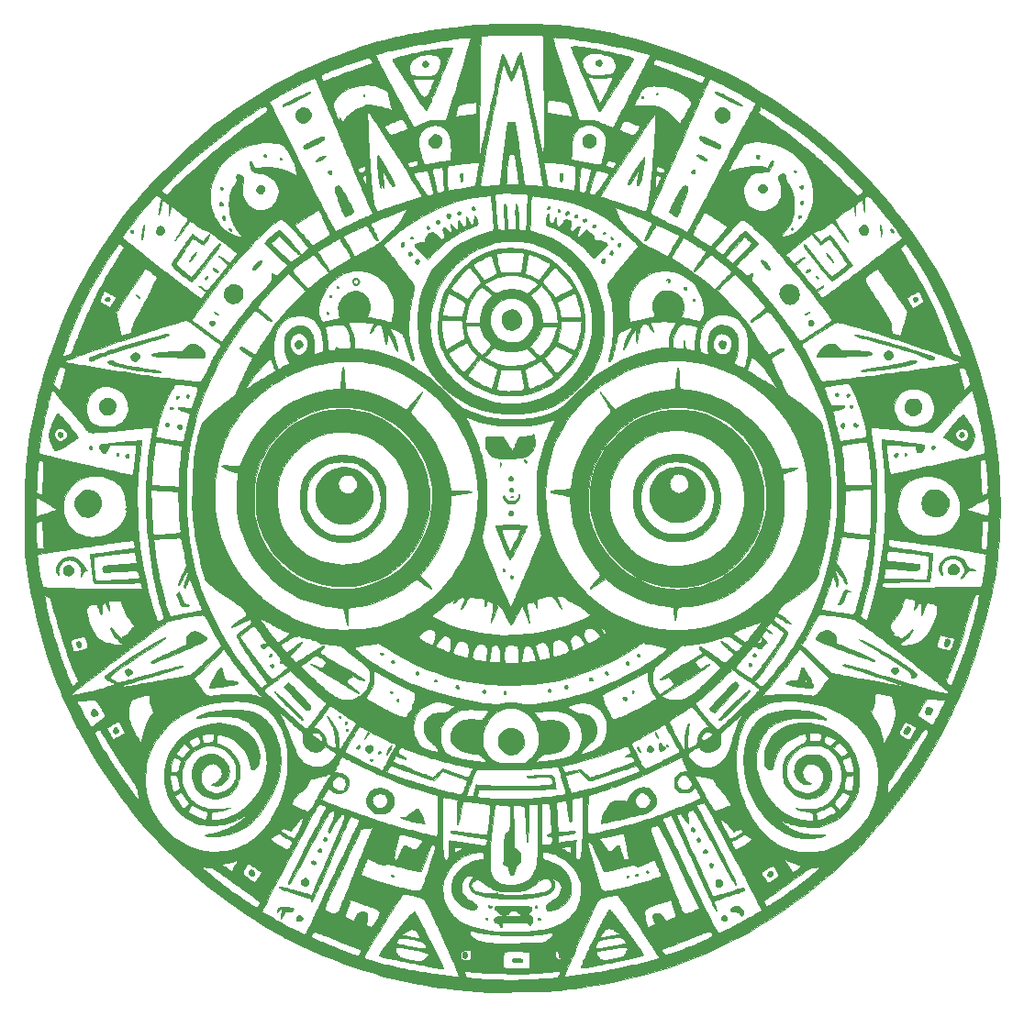
<source format=gbr>
%TF.GenerationSoftware,KiCad,Pcbnew,7.0.1*%
%TF.CreationDate,2023-09-06T23:08:09-07:00*%
%TF.ProjectId,flower_10,666c6f77-6572-45f3-9130-2e6b69636164,rev?*%
%TF.SameCoordinates,Original*%
%TF.FileFunction,Copper,L1,Top*%
%TF.FilePolarity,Positive*%
%FSLAX46Y46*%
G04 Gerber Fmt 4.6, Leading zero omitted, Abs format (unit mm)*
G04 Created by KiCad (PCBNEW 7.0.1) date 2023-09-06 23:08:09*
%MOMM*%
%LPD*%
G01*
G04 APERTURE LIST*
%TA.AperFunction,EtchedComponent*%
%ADD10C,0.010000*%
%TD*%
G04 APERTURE END LIST*
%TO.C,G\u002A\u002A\u002A*%
D10*
X54025733Y-28165744D02*
X57405834Y-28165744D01*
X57414663Y-28200815D01*
X57439247Y-28267376D01*
X57476728Y-28358891D01*
X57524247Y-28468829D01*
X57578946Y-28590655D01*
X57637968Y-28717835D01*
X57698455Y-28843837D01*
X57732869Y-28913378D01*
X57775890Y-28997672D01*
X57835566Y-29112354D01*
X57908302Y-29250632D01*
X57990504Y-29405717D01*
X58078578Y-29570819D01*
X58168931Y-29739147D01*
X58221327Y-29836250D01*
X58402999Y-30172742D01*
X58585133Y-30511056D01*
X58765035Y-30846144D01*
X58940008Y-31172959D01*
X59107357Y-31486451D01*
X59264384Y-31781573D01*
X59408395Y-32053276D01*
X59536693Y-32296514D01*
X59617380Y-32450334D01*
X59793968Y-32787594D01*
X59952367Y-33089294D01*
X60093732Y-33357526D01*
X60219219Y-33594385D01*
X60329984Y-33801963D01*
X60427181Y-33982356D01*
X60511967Y-34137656D01*
X60585496Y-34269957D01*
X60648925Y-34381353D01*
X60703410Y-34473938D01*
X60750104Y-34549805D01*
X60790165Y-34611049D01*
X60824748Y-34659762D01*
X60855008Y-34698039D01*
X60863091Y-34707431D01*
X60908243Y-34757107D01*
X60941626Y-34790649D01*
X60953847Y-34799834D01*
X60976473Y-34792636D01*
X61029258Y-34773323D01*
X61102983Y-34745311D01*
X61147840Y-34727932D01*
X61229173Y-34694584D01*
X61338005Y-34647618D01*
X61463680Y-34591756D01*
X61595542Y-34531719D01*
X61692336Y-34486676D01*
X61857214Y-34410195D01*
X62000286Y-34347385D01*
X62128241Y-34297029D01*
X62247768Y-34257911D01*
X62365555Y-34228813D01*
X62488292Y-34208521D01*
X62622667Y-34195817D01*
X62775369Y-34189485D01*
X62953086Y-34188308D01*
X63162508Y-34191071D01*
X63301608Y-34194009D01*
X63895133Y-34207500D01*
X64009799Y-33846417D01*
X64758133Y-33846417D01*
X64763203Y-33862434D01*
X64774460Y-33866472D01*
X64791577Y-33863460D01*
X64807546Y-33859650D01*
X64847866Y-33852511D01*
X64921799Y-33840852D01*
X65021022Y-33825928D01*
X65137211Y-33809000D01*
X65228824Y-33795976D01*
X65358714Y-33778428D01*
X65518679Y-33757944D01*
X65696692Y-33735996D01*
X65880725Y-33714058D01*
X66058751Y-33693603D01*
X66123116Y-33686439D01*
X66655667Y-33627776D01*
X66655667Y-32508902D01*
X66512792Y-32523739D01*
X66323811Y-32544449D01*
X66134144Y-32567226D01*
X65950470Y-32591115D01*
X65779468Y-32615161D01*
X65627815Y-32638408D01*
X65502189Y-32659903D01*
X65409269Y-32678690D01*
X65382035Y-32685427D01*
X65254668Y-32725794D01*
X65151255Y-32774507D01*
X65067847Y-32836841D01*
X65000499Y-32918073D01*
X64945265Y-33023480D01*
X64898197Y-33158339D01*
X64855348Y-33327926D01*
X64836960Y-33414195D01*
X64806220Y-33564016D01*
X64783292Y-33677222D01*
X64767852Y-33758739D01*
X64759574Y-33813494D01*
X64758133Y-33846417D01*
X64009799Y-33846417D01*
X64135488Y-33450625D01*
X64265993Y-33038042D01*
X64396908Y-32621026D01*
X64527613Y-32201686D01*
X64657489Y-31782135D01*
X64785917Y-31364485D01*
X64912276Y-30950845D01*
X65035948Y-30543328D01*
X65156314Y-30144045D01*
X65272753Y-29755106D01*
X65384646Y-29378625D01*
X65491374Y-29016711D01*
X65592318Y-28671476D01*
X65686857Y-28345031D01*
X65774373Y-28039488D01*
X65854246Y-27756958D01*
X65925857Y-27499552D01*
X65988586Y-27269381D01*
X66041814Y-27068558D01*
X66084920Y-26899192D01*
X66117287Y-26763396D01*
X66138294Y-26663281D01*
X66147322Y-26600957D01*
X66147639Y-26592459D01*
X66145590Y-26570408D01*
X66134142Y-26556486D01*
X66105395Y-26548829D01*
X66051445Y-26545569D01*
X65964391Y-26544840D01*
X65945982Y-26544834D01*
X65806831Y-26549101D01*
X65628945Y-26561623D01*
X65415026Y-26581980D01*
X65167772Y-26609753D01*
X64889884Y-26644521D01*
X64584064Y-26685865D01*
X64253010Y-26733365D01*
X63899424Y-26786602D01*
X63526006Y-26845155D01*
X63135455Y-26908606D01*
X62730473Y-26976534D01*
X62313761Y-27048519D01*
X61888017Y-27124142D01*
X61455943Y-27202984D01*
X61020238Y-27284624D01*
X60583604Y-27368643D01*
X60348000Y-27414931D01*
X59931767Y-27498497D01*
X59542598Y-27579029D01*
X59181751Y-27656203D01*
X58850482Y-27729700D01*
X58550051Y-27799198D01*
X58281715Y-27864377D01*
X58046731Y-27924915D01*
X57846358Y-27980491D01*
X57681852Y-28030785D01*
X57554473Y-28075476D01*
X57465477Y-28114242D01*
X57416122Y-28146763D01*
X57405834Y-28165744D01*
X54025733Y-28165744D01*
X54220250Y-28089279D01*
X54817724Y-27864155D01*
X55398122Y-27653553D01*
X55965203Y-27456576D01*
X56522728Y-27272327D01*
X57074456Y-27099908D01*
X57624146Y-26938421D01*
X58175559Y-26786971D01*
X58732453Y-26644660D01*
X59298589Y-26510590D01*
X59877726Y-26383864D01*
X60473624Y-26263585D01*
X61090042Y-26148856D01*
X61730740Y-26038779D01*
X62399477Y-25932458D01*
X63100014Y-25828995D01*
X63836109Y-25727492D01*
X64454334Y-25646944D01*
X64789389Y-25604482D01*
X65097350Y-25565989D01*
X65381792Y-25531271D01*
X65646291Y-25500133D01*
X65894424Y-25472380D01*
X66129765Y-25447818D01*
X66355890Y-25426251D01*
X66576377Y-25407485D01*
X66794800Y-25391324D01*
X67014735Y-25377574D01*
X67239758Y-25366041D01*
X67473446Y-25356528D01*
X67719374Y-25348842D01*
X67981117Y-25342787D01*
X68262253Y-25338169D01*
X68566356Y-25334792D01*
X68897002Y-25332463D01*
X69257768Y-25330985D01*
X69652229Y-25330164D01*
X70083961Y-25329806D01*
X70275167Y-25329747D01*
X70724586Y-25329856D01*
X71134852Y-25330440D01*
X71509142Y-25331589D01*
X71850634Y-25333392D01*
X72162507Y-25335942D01*
X72447938Y-25339327D01*
X72710106Y-25343638D01*
X72952187Y-25348965D01*
X73177361Y-25355399D01*
X73388805Y-25363029D01*
X73589697Y-25371946D01*
X73783216Y-25382241D01*
X73972538Y-25394003D01*
X74160843Y-25407323D01*
X74351308Y-25422291D01*
X74547111Y-25438997D01*
X74741334Y-25456595D01*
X75114560Y-25494892D01*
X75522234Y-25543455D01*
X75958008Y-25601240D01*
X76415536Y-25667201D01*
X76888470Y-25740293D01*
X77370464Y-25819470D01*
X77855171Y-25903687D01*
X78336244Y-25991899D01*
X78807336Y-26083059D01*
X79262101Y-26176124D01*
X79694191Y-26270047D01*
X79732938Y-26278774D01*
X80975832Y-26579717D01*
X82221561Y-26921107D01*
X83466502Y-27301555D01*
X84707034Y-27719670D01*
X85939534Y-28174061D01*
X87160381Y-28663339D01*
X88365953Y-29186112D01*
X89552628Y-29740991D01*
X90716785Y-30326586D01*
X91801667Y-30911807D01*
X92722700Y-31442823D01*
X93649825Y-32010885D01*
X94577833Y-32612240D01*
X95501515Y-33243139D01*
X96415663Y-33899828D01*
X97315069Y-34578556D01*
X98194524Y-35275572D01*
X99048821Y-35987125D01*
X99872749Y-36709461D01*
X99960440Y-36788633D01*
X100655680Y-37433294D01*
X101357162Y-38113177D01*
X102059816Y-38822711D01*
X102758572Y-39556324D01*
X103448360Y-40308444D01*
X104124107Y-41073500D01*
X104780745Y-41845921D01*
X105413202Y-42620135D01*
X106016408Y-43390571D01*
X106253996Y-43703938D01*
X106988170Y-44712760D01*
X107689986Y-45740703D01*
X108360040Y-46789006D01*
X108998930Y-47858913D01*
X109607252Y-48951663D01*
X110185603Y-50068500D01*
X110734580Y-51210663D01*
X111254778Y-52379396D01*
X111746796Y-53575938D01*
X112211229Y-54801532D01*
X112648674Y-56057419D01*
X113059728Y-57344840D01*
X113444988Y-58665037D01*
X113445048Y-58665250D01*
X113650110Y-59416303D01*
X113837173Y-60134294D01*
X114007066Y-60824073D01*
X114160621Y-61490493D01*
X114298668Y-62138406D01*
X114422038Y-62772663D01*
X114531561Y-63398117D01*
X114628068Y-64019620D01*
X114712389Y-64642023D01*
X114785355Y-65270178D01*
X114847796Y-65908937D01*
X114900543Y-66563153D01*
X114944427Y-67237676D01*
X114959615Y-67512917D01*
X114966008Y-67659948D01*
X114971857Y-67844257D01*
X114977136Y-68060796D01*
X114981818Y-68304511D01*
X114985876Y-68570352D01*
X114989283Y-68853268D01*
X114992013Y-69148208D01*
X114994040Y-69450122D01*
X114995335Y-69753957D01*
X114995873Y-70054663D01*
X114995627Y-70347189D01*
X114994570Y-70626484D01*
X114992675Y-70887497D01*
X114989916Y-71125177D01*
X114986265Y-71334472D01*
X114981697Y-71510333D01*
X114980895Y-71534584D01*
X114953723Y-72202439D01*
X114918430Y-72845095D01*
X114874229Y-73468129D01*
X114820336Y-74077119D01*
X114755965Y-74677642D01*
X114680331Y-75275277D01*
X114592649Y-75875599D01*
X114492132Y-76484188D01*
X114377997Y-77106620D01*
X114249457Y-77748473D01*
X114105727Y-78415325D01*
X113946022Y-79112753D01*
X113867068Y-79444990D01*
X113625454Y-80419324D01*
X113377033Y-81356775D01*
X113119946Y-82262502D01*
X112852335Y-83141666D01*
X112572340Y-83999425D01*
X112278102Y-84840941D01*
X111967760Y-85671373D01*
X111639456Y-86495881D01*
X111291330Y-87319625D01*
X110921524Y-88147765D01*
X110528177Y-88985460D01*
X110154159Y-89748500D01*
X109562830Y-90889109D01*
X108931300Y-92024269D01*
X108261627Y-93151071D01*
X107555867Y-94266607D01*
X106816077Y-95367970D01*
X106044313Y-96452252D01*
X105242633Y-97516544D01*
X104413093Y-98557939D01*
X103557749Y-99573529D01*
X102678659Y-100560405D01*
X101979572Y-101306522D01*
X101532797Y-101764851D01*
X101085540Y-102207280D01*
X100630716Y-102640393D01*
X100161238Y-103070777D01*
X99670019Y-103505015D01*
X99149973Y-103949694D01*
X98998334Y-104076885D01*
X97978897Y-104909880D01*
X96963526Y-105701877D01*
X95950684Y-106453841D01*
X94938841Y-107166735D01*
X93926462Y-107841525D01*
X92912014Y-108479173D01*
X91893964Y-109080645D01*
X90870779Y-109646903D01*
X89840926Y-110178913D01*
X88802870Y-110677639D01*
X87769417Y-111137907D01*
X86683409Y-111583882D01*
X85575299Y-112000891D01*
X84443843Y-112389262D01*
X83287797Y-112749326D01*
X82105917Y-113081410D01*
X80896958Y-113385845D01*
X79659677Y-113662960D01*
X78392829Y-113913084D01*
X77095171Y-114136547D01*
X75765457Y-114333677D01*
X75619750Y-114353422D01*
X75183423Y-114410508D01*
X74781031Y-114459773D01*
X74405030Y-114501868D01*
X74047879Y-114537442D01*
X73702034Y-114567146D01*
X73359954Y-114591631D01*
X73014094Y-114611544D01*
X72656913Y-114627538D01*
X72296584Y-114639800D01*
X72149346Y-114643554D01*
X71969785Y-114647146D01*
X71761498Y-114650559D01*
X71528080Y-114653778D01*
X71273128Y-114656788D01*
X71000239Y-114659574D01*
X70713008Y-114662120D01*
X70415033Y-114664411D01*
X70109909Y-114666432D01*
X69801234Y-114668167D01*
X69492603Y-114669600D01*
X69187613Y-114670717D01*
X68889861Y-114671502D01*
X68602943Y-114671939D01*
X68330454Y-114672014D01*
X68075993Y-114671710D01*
X67843155Y-114671013D01*
X67635536Y-114669907D01*
X67456733Y-114668377D01*
X67310343Y-114666408D01*
X67199961Y-114663983D01*
X67142500Y-114661833D01*
X67010343Y-114653618D01*
X66840725Y-114640532D01*
X66638176Y-114623058D01*
X66407229Y-114601680D01*
X66152415Y-114576884D01*
X65878266Y-114549154D01*
X65589312Y-114518974D01*
X65290087Y-114486829D01*
X64985120Y-114453202D01*
X64678944Y-114418579D01*
X64376090Y-114383444D01*
X64081090Y-114348281D01*
X63798475Y-114313575D01*
X63532777Y-114279810D01*
X63374834Y-114259068D01*
X62705309Y-114165957D01*
X62064568Y-114068445D01*
X61446927Y-113965191D01*
X60846705Y-113854851D01*
X60258220Y-113736082D01*
X59675790Y-113607541D01*
X59093733Y-113467884D01*
X58506367Y-113315770D01*
X57908010Y-113149854D01*
X57292981Y-112968794D01*
X56655596Y-112771247D01*
X55990176Y-112555868D01*
X55553750Y-112410334D01*
X54527412Y-112053293D01*
X53533612Y-111684213D01*
X53063405Y-111497531D01*
X56356318Y-111497531D01*
X56378768Y-111556674D01*
X56420523Y-111589728D01*
X56509785Y-111627640D01*
X56636616Y-111673527D01*
X56797212Y-111726388D01*
X56987770Y-111785222D01*
X57204487Y-111849028D01*
X57443561Y-111916804D01*
X57701189Y-111987551D01*
X57973568Y-112060266D01*
X58256895Y-112133949D01*
X58547368Y-112207598D01*
X58841183Y-112280213D01*
X59134538Y-112350793D01*
X59423630Y-112418336D01*
X59704656Y-112481842D01*
X59973813Y-112540309D01*
X60227299Y-112592737D01*
X60242167Y-112595717D01*
X60512597Y-112647890D01*
X60818202Y-112703472D01*
X61152059Y-112761392D01*
X61507248Y-112820583D01*
X61876848Y-112879973D01*
X62253936Y-112938494D01*
X62631591Y-112995076D01*
X63002892Y-113048651D01*
X63360918Y-113098148D01*
X63698746Y-113142498D01*
X64009456Y-113180632D01*
X64083917Y-113189279D01*
X64223578Y-113205311D01*
X64352394Y-113220144D01*
X64463246Y-113232955D01*
X64549014Y-113242921D01*
X64602576Y-113249218D01*
X64613084Y-113250487D01*
X64669983Y-113255186D01*
X64747766Y-113258595D01*
X64836621Y-113260670D01*
X64926738Y-113261368D01*
X65008304Y-113260648D01*
X65071509Y-113258465D01*
X65106540Y-113254777D01*
X65110500Y-113252665D01*
X65101884Y-113219720D01*
X65076760Y-113150709D01*
X65036214Y-113048070D01*
X64981333Y-112914241D01*
X64913294Y-112751874D01*
X65576167Y-112751874D01*
X65582285Y-112794512D01*
X65598448Y-112865241D01*
X65621365Y-112952553D01*
X65647750Y-113044943D01*
X65674312Y-113130903D01*
X65697764Y-113198927D01*
X65714816Y-113237508D01*
X65715084Y-113237923D01*
X65751698Y-113278569D01*
X65806765Y-113314089D01*
X65883485Y-113345136D01*
X65985059Y-113372365D01*
X66114688Y-113396427D01*
X66275571Y-113417976D01*
X66470910Y-113437666D01*
X66703903Y-113456149D01*
X66825000Y-113464452D01*
X67397782Y-113499953D01*
X67935302Y-113528505D01*
X68444041Y-113550217D01*
X68930478Y-113565199D01*
X69401093Y-113573557D01*
X69862366Y-113575402D01*
X70320776Y-113570842D01*
X70782802Y-113559984D01*
X71254926Y-113542939D01*
X71326537Y-113539876D01*
X71784351Y-113519156D01*
X72202484Y-113498652D01*
X72580641Y-113478383D01*
X72918526Y-113458372D01*
X73215842Y-113438637D01*
X73472293Y-113419202D01*
X73687583Y-113400086D01*
X73861417Y-113381310D01*
X73993497Y-113362895D01*
X74080231Y-113345703D01*
X74153046Y-113320300D01*
X74211702Y-113280866D01*
X74261035Y-113220997D01*
X74261518Y-113220062D01*
X74798240Y-113220062D01*
X74798593Y-113223563D01*
X74829771Y-113240921D01*
X74881640Y-113251536D01*
X74957688Y-113255298D01*
X75061403Y-113252097D01*
X75196273Y-113241825D01*
X75365788Y-113224371D01*
X75573434Y-113199626D01*
X75577417Y-113199129D01*
X76120728Y-113127158D01*
X76695914Y-113043251D01*
X77294676Y-112948821D01*
X77908715Y-112845286D01*
X78529733Y-112734059D01*
X79149433Y-112616557D01*
X79759515Y-112494194D01*
X79978833Y-112448459D01*
X80376136Y-112363736D01*
X80740048Y-112283897D01*
X81078939Y-112206903D01*
X81401182Y-112130716D01*
X81715148Y-112053296D01*
X82029208Y-111972605D01*
X82351735Y-111886604D01*
X82691099Y-111793254D01*
X82837538Y-111752246D01*
X82988689Y-111709973D01*
X83129902Y-111670946D01*
X83255033Y-111636828D01*
X83357938Y-111609280D01*
X83432471Y-111589963D01*
X83472489Y-111580538D01*
X83472691Y-111580500D01*
X83521532Y-111565059D01*
X83546008Y-111545024D01*
X83546667Y-111541559D01*
X83535151Y-111512289D01*
X83501609Y-111450150D01*
X83447555Y-111357461D01*
X83374498Y-111236539D01*
X83283951Y-111089702D01*
X83177425Y-110919270D01*
X83100896Y-110798011D01*
X83745462Y-110798011D01*
X83760961Y-110852556D01*
X83801878Y-110925525D01*
X83865259Y-111011893D01*
X83948150Y-111106634D01*
X83973397Y-111132899D01*
X84019944Y-111181639D01*
X84056477Y-111218486D01*
X84089218Y-111243549D01*
X84124387Y-111256938D01*
X84168207Y-111258760D01*
X84226898Y-111249125D01*
X84306681Y-111228141D01*
X84413778Y-111195917D01*
X84554410Y-111152562D01*
X84583834Y-111143563D01*
X84813256Y-111070959D01*
X85056988Y-110989034D01*
X85311975Y-110899117D01*
X85575161Y-110802542D01*
X85843492Y-110700639D01*
X86113911Y-110594740D01*
X86383363Y-110486175D01*
X86648793Y-110376276D01*
X86907146Y-110266374D01*
X87155366Y-110157801D01*
X87390397Y-110051887D01*
X87609185Y-109949965D01*
X87808674Y-109853365D01*
X87985809Y-109763418D01*
X88137533Y-109681456D01*
X88260793Y-109608810D01*
X88352532Y-109546811D01*
X88409696Y-109496791D01*
X88427806Y-109468702D01*
X88431966Y-109396621D01*
X88410157Y-109310747D01*
X88369010Y-109224289D01*
X88315156Y-109150460D01*
X88255228Y-109102471D01*
X88240902Y-109096344D01*
X88196015Y-109088794D01*
X88134210Y-109093016D01*
X88052070Y-109110032D01*
X87946176Y-109140864D01*
X87813110Y-109186533D01*
X87649452Y-109248059D01*
X87451784Y-109326465D01*
X87399000Y-109347868D01*
X87031991Y-109496920D01*
X86698000Y-109631897D01*
X86391024Y-109755142D01*
X86105062Y-109868998D01*
X85834111Y-109975807D01*
X85572169Y-110077912D01*
X85313234Y-110177656D01*
X85051303Y-110277381D01*
X84780375Y-110379429D01*
X84494446Y-110486144D01*
X84255750Y-110574645D01*
X84122185Y-110624389D01*
X84000848Y-110670230D01*
X83897748Y-110709843D01*
X83818894Y-110740907D01*
X83770297Y-110761097D01*
X83758334Y-110766916D01*
X83745462Y-110798011D01*
X83100896Y-110798011D01*
X83056432Y-110727560D01*
X82922483Y-110516890D01*
X82777090Y-110289580D01*
X82621764Y-110047946D01*
X82458017Y-109794308D01*
X82287360Y-109530984D01*
X82111305Y-109260291D01*
X81931363Y-108984549D01*
X81749046Y-108706075D01*
X81565866Y-108427188D01*
X81383333Y-108150206D01*
X81202960Y-107877448D01*
X81026258Y-107611231D01*
X80863850Y-107367545D01*
X82217410Y-107367545D01*
X82221304Y-107492853D01*
X82230077Y-107626940D01*
X82243366Y-107761538D01*
X82260811Y-107888376D01*
X82275321Y-107968205D01*
X82309087Y-108118296D01*
X82346890Y-108262287D01*
X82386720Y-108394489D01*
X82426569Y-108509215D01*
X82464426Y-108600778D01*
X82498282Y-108663492D01*
X82526129Y-108691668D01*
X82531263Y-108692667D01*
X82557801Y-108684387D01*
X82614358Y-108661872D01*
X82692505Y-108628606D01*
X82779541Y-108590004D01*
X82880961Y-108543641D01*
X82978752Y-108497942D01*
X83060342Y-108458835D01*
X83104987Y-108436546D01*
X83203058Y-108385750D01*
X83095135Y-108152917D01*
X83046330Y-108044166D01*
X83013795Y-107960794D01*
X82993923Y-107890805D01*
X82983104Y-107822203D01*
X82978867Y-107766457D01*
X82970523Y-107612830D01*
X83053167Y-107530186D01*
X83148454Y-107458575D01*
X83261774Y-107410162D01*
X83382087Y-107386803D01*
X83498350Y-107390356D01*
X83599525Y-107422680D01*
X83620149Y-107434803D01*
X83667742Y-107474634D01*
X83732536Y-107540566D01*
X83807274Y-107624143D01*
X83884698Y-107716911D01*
X83957552Y-107810418D01*
X84018579Y-107896209D01*
X84026265Y-107907891D01*
X84083057Y-107990709D01*
X84127742Y-108042434D01*
X84167677Y-108069571D01*
X84210218Y-108078621D01*
X84219632Y-108078834D01*
X84270356Y-108070993D01*
X84350566Y-108049598D01*
X84450864Y-108017841D01*
X84561855Y-107978913D01*
X84674144Y-107936006D01*
X84778333Y-107892311D01*
X84807221Y-107879243D01*
X84913894Y-107821076D01*
X84988457Y-107756608D01*
X85033081Y-107679776D01*
X85049935Y-107584514D01*
X85041190Y-107464759D01*
X85009138Y-107314928D01*
X84988820Y-107240860D01*
X84959914Y-107142147D01*
X84924456Y-107025126D01*
X84884478Y-106896131D01*
X84842015Y-106761498D01*
X84799103Y-106627563D01*
X84757775Y-106500661D01*
X84720065Y-106387127D01*
X84688008Y-106293297D01*
X84663639Y-106225506D01*
X84648991Y-106190090D01*
X84646896Y-106186824D01*
X84622052Y-106187375D01*
X84562252Y-106199694D01*
X84472724Y-106222223D01*
X84358694Y-106253407D01*
X84225389Y-106291689D01*
X84078036Y-106335512D01*
X83921860Y-106383322D01*
X83762090Y-106433561D01*
X83603951Y-106484672D01*
X83452670Y-106535100D01*
X83313474Y-106583288D01*
X83303189Y-106586939D01*
X83040433Y-106683365D01*
X82817425Y-106771774D01*
X82632517Y-106853003D01*
X82484060Y-106927889D01*
X82370404Y-106997268D01*
X82289901Y-107061977D01*
X82240901Y-107122852D01*
X82238603Y-107127000D01*
X82225698Y-107176350D01*
X82218754Y-107259288D01*
X82217410Y-107367545D01*
X80863850Y-107367545D01*
X80854738Y-107353873D01*
X80689912Y-107107694D01*
X80533292Y-106875011D01*
X80386389Y-106658143D01*
X80250715Y-106459408D01*
X80127780Y-106281123D01*
X80019098Y-106125609D01*
X79973015Y-106060543D01*
X79898886Y-105958784D01*
X79830219Y-105868895D01*
X79771766Y-105796761D01*
X79728281Y-105748266D01*
X79705782Y-105729662D01*
X79656506Y-105723695D01*
X79572344Y-105727731D01*
X79459251Y-105740631D01*
X79323184Y-105761256D01*
X79170097Y-105788469D01*
X79005946Y-105821131D01*
X78836686Y-105858102D01*
X78668272Y-105898244D01*
X78506660Y-105940419D01*
X78357805Y-105983488D01*
X78325425Y-105993582D01*
X78222240Y-106027234D01*
X78149093Y-106054991D01*
X78095353Y-106082713D01*
X78050390Y-106116260D01*
X78003572Y-106161490D01*
X77984445Y-106181520D01*
X77935408Y-106234718D01*
X77890213Y-106287556D01*
X77847061Y-106343446D01*
X77804155Y-106405798D01*
X77759695Y-106478024D01*
X77711883Y-106563537D01*
X77658919Y-106665746D01*
X77599006Y-106788063D01*
X77530345Y-106933901D01*
X77451136Y-107106670D01*
X77359581Y-107309782D01*
X77253881Y-107546647D01*
X77196114Y-107676667D01*
X76986066Y-108150394D01*
X76781772Y-108612141D01*
X76583862Y-109060454D01*
X76392964Y-109493880D01*
X76209706Y-109910964D01*
X76034716Y-110310252D01*
X75868624Y-110690291D01*
X75712057Y-111049627D01*
X75565645Y-111386805D01*
X75430014Y-111700371D01*
X75305795Y-111988873D01*
X75193614Y-112250855D01*
X75094102Y-112484864D01*
X75007885Y-112689446D01*
X74935593Y-112863147D01*
X74877854Y-113004513D01*
X74835297Y-113112090D01*
X74808549Y-113184425D01*
X74798240Y-113220062D01*
X74261518Y-113220062D01*
X74305879Y-113134290D01*
X74351072Y-113014339D01*
X74367061Y-112965826D01*
X74396377Y-112872433D01*
X74419328Y-112794980D01*
X74433604Y-112741579D01*
X74436925Y-112720369D01*
X74414914Y-112720922D01*
X74356668Y-112726109D01*
X74267960Y-112735312D01*
X74154561Y-112747915D01*
X74022244Y-112763300D01*
X73913653Y-112776342D01*
X73565445Y-112817912D01*
X73251822Y-112853425D01*
X72965551Y-112883399D01*
X72699398Y-112908352D01*
X72446129Y-112928802D01*
X72198509Y-112945266D01*
X71949306Y-112958262D01*
X71691285Y-112968309D01*
X71417212Y-112975924D01*
X71119853Y-112981625D01*
X71026584Y-112983018D01*
X70706796Y-112985742D01*
X70364759Y-112985369D01*
X70005177Y-112982084D01*
X69632751Y-112976070D01*
X69252186Y-112967512D01*
X68868185Y-112956595D01*
X68485451Y-112943504D01*
X68108686Y-112928422D01*
X67742594Y-112911535D01*
X67391879Y-112893027D01*
X67061243Y-112873082D01*
X66755390Y-112851885D01*
X66479022Y-112829621D01*
X66236843Y-112806474D01*
X66084167Y-112789103D01*
X65922284Y-112769355D01*
X65797783Y-112754960D01*
X65706098Y-112745583D01*
X65642662Y-112740889D01*
X65602907Y-112740543D01*
X65582266Y-112744211D01*
X65576173Y-112751559D01*
X65576167Y-112751874D01*
X64913294Y-112751874D01*
X64913204Y-112751660D01*
X64832914Y-112562764D01*
X64741549Y-112349992D01*
X64640195Y-112115781D01*
X64529940Y-111862568D01*
X64505108Y-111805828D01*
X69156846Y-111805828D01*
X69158370Y-111956930D01*
X69163233Y-112098718D01*
X69171208Y-112224667D01*
X69182065Y-112328255D01*
X69195576Y-112402958D01*
X69211514Y-112442252D01*
X69212420Y-112443220D01*
X69244393Y-112455285D01*
X69315024Y-112465868D01*
X69424816Y-112474988D01*
X69574276Y-112482665D01*
X69763906Y-112488919D01*
X69994212Y-112493769D01*
X70265698Y-112497235D01*
X70578869Y-112499337D01*
X70661459Y-112499644D01*
X71608667Y-112502667D01*
X71608780Y-112380959D01*
X71608069Y-112327848D01*
X71606015Y-112243510D01*
X71602837Y-112133925D01*
X71598754Y-112005072D01*
X71593984Y-111862931D01*
X71588747Y-111713484D01*
X71583260Y-111562709D01*
X71577744Y-111416588D01*
X71572416Y-111281101D01*
X71567496Y-111162228D01*
X71563202Y-111065949D01*
X71560921Y-111021171D01*
X73937709Y-111021171D01*
X73948012Y-111106708D01*
X73959335Y-111153493D01*
X73972721Y-111214588D01*
X73987005Y-111299924D01*
X73999206Y-111391588D01*
X73999741Y-111396308D01*
X74012035Y-111487149D01*
X74029727Y-111551443D01*
X74059570Y-111593762D01*
X74108318Y-111618678D01*
X74182724Y-111630763D01*
X74289544Y-111634588D01*
X74352095Y-111634834D01*
X74447432Y-111633989D01*
X74524965Y-111631695D01*
X74576298Y-111628309D01*
X74593167Y-111624534D01*
X74575638Y-111610763D01*
X74531845Y-111588877D01*
X74514081Y-111581191D01*
X74418491Y-111527036D01*
X74342280Y-111456589D01*
X74313652Y-111414774D01*
X74302155Y-111376101D01*
X74290145Y-111307577D01*
X74279648Y-111221608D01*
X74276497Y-111187182D01*
X74263449Y-111073383D01*
X74243681Y-110995565D01*
X74212985Y-110947451D01*
X74167155Y-110922761D01*
X74101982Y-110915220D01*
X74094201Y-110915167D01*
X74029562Y-110918079D01*
X73979452Y-110925335D01*
X73970481Y-110928015D01*
X73945325Y-110959062D01*
X73937709Y-111021171D01*
X71560921Y-111021171D01*
X71559753Y-110998244D01*
X71557368Y-110965094D01*
X71556897Y-110962785D01*
X71535437Y-110961098D01*
X71476145Y-110958501D01*
X71383508Y-110955139D01*
X71262013Y-110951157D01*
X71116149Y-110946699D01*
X70950403Y-110941911D01*
X70769263Y-110936937D01*
X70696574Y-110935009D01*
X70393959Y-110928197D01*
X70131648Y-110924791D01*
X69907742Y-110924855D01*
X69720345Y-110928450D01*
X69567558Y-110935637D01*
X69447484Y-110946479D01*
X69358226Y-110961036D01*
X69297885Y-110979371D01*
X69295195Y-110980569D01*
X69259141Y-111004802D01*
X69231448Y-111044418D01*
X69210130Y-111105695D01*
X69193201Y-111194912D01*
X69178676Y-111318346D01*
X69174591Y-111361870D01*
X69164728Y-111501774D01*
X69158889Y-111651935D01*
X69156846Y-111805828D01*
X64505108Y-111805828D01*
X64411870Y-111592793D01*
X64333957Y-111415551D01*
X65261267Y-111415551D01*
X65269006Y-111520001D01*
X65290365Y-111596036D01*
X65328399Y-111650276D01*
X65386161Y-111689346D01*
X65466705Y-111719867D01*
X65469097Y-111720596D01*
X65524647Y-111729909D01*
X65610638Y-111735769D01*
X65715325Y-111738204D01*
X65826959Y-111737242D01*
X65933793Y-111732910D01*
X66024079Y-111725237D01*
X66064659Y-111719186D01*
X66131258Y-111703995D01*
X66180473Y-111688089D01*
X66196221Y-111679412D01*
X66206120Y-111647342D01*
X66211579Y-111579928D01*
X66212691Y-111483916D01*
X66209551Y-111366051D01*
X66202250Y-111233079D01*
X66190883Y-111091747D01*
X66187631Y-111058042D01*
X66162839Y-110809334D01*
X66097044Y-110809385D01*
X66007201Y-110811841D01*
X65898596Y-110818424D01*
X65780767Y-110828136D01*
X65663252Y-110839983D01*
X65555587Y-110852967D01*
X65467311Y-110866091D01*
X65407960Y-110878359D01*
X65394466Y-110882798D01*
X65350211Y-110907020D01*
X65317831Y-110941618D01*
X65295087Y-110993344D01*
X65279743Y-111068949D01*
X65269559Y-111175183D01*
X65264093Y-111276061D01*
X65261267Y-111415551D01*
X64333957Y-111415551D01*
X64287071Y-111308892D01*
X64156631Y-111013304D01*
X64021636Y-110708466D01*
X63883173Y-110396817D01*
X63742327Y-110080793D01*
X63600187Y-109762834D01*
X63457838Y-109445376D01*
X63359255Y-109226205D01*
X66106889Y-109226205D01*
X66131291Y-109333974D01*
X66174416Y-109436251D01*
X66268060Y-109572563D01*
X66401912Y-109697196D01*
X66576232Y-109810371D01*
X66666250Y-109856802D01*
X66834249Y-109931070D01*
X67008664Y-109993874D01*
X67194745Y-110046191D01*
X67397742Y-110088999D01*
X67622903Y-110123276D01*
X67875478Y-110150000D01*
X68160715Y-110170148D01*
X68412500Y-110182054D01*
X68491318Y-110184125D01*
X68606018Y-110185705D01*
X68752715Y-110186818D01*
X68927520Y-110187491D01*
X69126547Y-110187748D01*
X69345909Y-110187616D01*
X69581718Y-110187118D01*
X69830089Y-110186282D01*
X70087133Y-110185132D01*
X70348964Y-110183694D01*
X70611695Y-110181993D01*
X70871438Y-110180055D01*
X71124308Y-110177904D01*
X71366416Y-110175566D01*
X71593876Y-110173068D01*
X71802801Y-110170433D01*
X71989304Y-110167688D01*
X72149498Y-110164858D01*
X72279495Y-110161968D01*
X72375410Y-110159043D01*
X72433354Y-110156110D01*
X72437652Y-110155751D01*
X72589881Y-110140142D01*
X72711576Y-110122339D01*
X72814531Y-110099572D01*
X72910542Y-110069071D01*
X73011402Y-110028064D01*
X73044619Y-110013186D01*
X73225995Y-109917598D01*
X73383381Y-109808294D01*
X73513288Y-109689089D01*
X73612224Y-109563794D01*
X73676698Y-109436224D01*
X73703218Y-109310193D01*
X73703702Y-109293217D01*
X73699645Y-109228136D01*
X73682515Y-109187653D01*
X73646122Y-109169444D01*
X73584274Y-109171182D01*
X73490780Y-109190544D01*
X73454670Y-109199692D01*
X73275719Y-109243831D01*
X73098049Y-109282594D01*
X72917813Y-109316286D01*
X72731165Y-109345216D01*
X72534261Y-109369688D01*
X72323254Y-109390009D01*
X72094299Y-109406486D01*
X71843550Y-109419425D01*
X71567161Y-109429132D01*
X71261287Y-109435915D01*
X70922083Y-109440079D01*
X70545702Y-109441931D01*
X70412750Y-109442087D01*
X70067119Y-109441482D01*
X69757847Y-109439248D01*
X69478982Y-109435169D01*
X69224576Y-109429029D01*
X68988675Y-109420609D01*
X68765331Y-109409694D01*
X68548591Y-109396066D01*
X68332505Y-109379509D01*
X68111122Y-109359806D01*
X68084417Y-109357268D01*
X67872574Y-109333653D01*
X67630724Y-109300984D01*
X67369773Y-109261092D01*
X67100623Y-109215808D01*
X66834178Y-109166962D01*
X66581343Y-109116386D01*
X66362475Y-109068121D01*
X66270840Y-109047150D01*
X66211544Y-109035743D01*
X66175738Y-109033678D01*
X66154572Y-109040735D01*
X66139199Y-109056694D01*
X66134933Y-109062445D01*
X66107783Y-109132662D01*
X66106889Y-109226205D01*
X63359255Y-109226205D01*
X63316367Y-109130858D01*
X63176861Y-108821717D01*
X63040406Y-108520391D01*
X62908090Y-108229319D01*
X62780998Y-107950937D01*
X62660218Y-107687685D01*
X62546836Y-107441999D01*
X62441938Y-107216317D01*
X62346611Y-107013078D01*
X62261943Y-106834719D01*
X62189019Y-106683678D01*
X62128926Y-106562393D01*
X62124365Y-106553376D01*
X62047640Y-106405074D01*
X61983915Y-106290131D01*
X61929240Y-106203112D01*
X61879665Y-106138585D01*
X61831238Y-106091116D01*
X61780008Y-106055272D01*
X61750490Y-106039191D01*
X61618011Y-105981206D01*
X61451921Y-105922527D01*
X61260858Y-105865132D01*
X61053461Y-105810996D01*
X60838368Y-105762096D01*
X60624217Y-105720407D01*
X60419647Y-105687907D01*
X60233296Y-105666571D01*
X60086593Y-105658520D01*
X59878103Y-105655250D01*
X59822010Y-105722871D01*
X59783304Y-105774361D01*
X59724364Y-105859456D01*
X59646820Y-105975515D01*
X59552307Y-106119895D01*
X59442457Y-106289954D01*
X59318904Y-106483050D01*
X59183279Y-106696542D01*
X59037218Y-106927787D01*
X58882351Y-107174143D01*
X58720313Y-107432968D01*
X58552736Y-107701620D01*
X58381254Y-107977457D01*
X58207499Y-108257837D01*
X58033104Y-108540118D01*
X57859703Y-108821658D01*
X57688928Y-109099815D01*
X57522412Y-109371946D01*
X57361788Y-109635411D01*
X57208690Y-109887566D01*
X57064751Y-110125771D01*
X56931602Y-110347381D01*
X56810878Y-110549757D01*
X56704211Y-110730255D01*
X56613235Y-110886234D01*
X56539582Y-111015052D01*
X56484885Y-111114066D01*
X56458570Y-111164589D01*
X56396021Y-111303705D01*
X56362003Y-111413947D01*
X56356318Y-111497531D01*
X53063405Y-111497531D01*
X52568420Y-111301012D01*
X51627904Y-110901609D01*
X50708134Y-110483923D01*
X49805179Y-110045872D01*
X48925675Y-109590842D01*
X51445095Y-109590842D01*
X51447272Y-109602599D01*
X51473510Y-109622936D01*
X51535847Y-109657112D01*
X51634710Y-109705317D01*
X51770526Y-109767741D01*
X51943724Y-109844574D01*
X52154729Y-109936006D01*
X52403971Y-110042228D01*
X52691875Y-110163428D01*
X52971417Y-110280075D01*
X53219917Y-110382896D01*
X53473219Y-110486737D01*
X53728108Y-110590343D01*
X53981370Y-110692460D01*
X54229789Y-110791833D01*
X54470151Y-110887208D01*
X54699242Y-110977329D01*
X54913847Y-111060943D01*
X55110751Y-111136795D01*
X55286740Y-111203630D01*
X55438600Y-111260193D01*
X55563116Y-111305231D01*
X55657073Y-111337488D01*
X55717257Y-111355710D01*
X55737077Y-111359442D01*
X55758399Y-111344903D01*
X55793847Y-111308535D01*
X55803918Y-111296861D01*
X55846895Y-111238472D01*
X55894959Y-111161630D01*
X55944003Y-111074544D01*
X55989918Y-110985424D01*
X56028597Y-110902480D01*
X56055932Y-110833922D01*
X56067816Y-110787960D01*
X56065423Y-110774201D01*
X56044391Y-110765087D01*
X55988083Y-110742750D01*
X55900850Y-110708860D01*
X55787042Y-110665091D01*
X55651010Y-110613114D01*
X55497104Y-110554601D01*
X55329674Y-110491224D01*
X55298227Y-110479350D01*
X54984353Y-110360129D01*
X54662093Y-110236194D01*
X54326541Y-110105612D01*
X53972789Y-109966451D01*
X53595930Y-109816779D01*
X53191056Y-109654663D01*
X52753261Y-109478170D01*
X52653917Y-109437979D01*
X52498062Y-109375270D01*
X52346073Y-109314815D01*
X52204919Y-109259334D01*
X52081573Y-109211548D01*
X51983006Y-109174178D01*
X51916189Y-109149944D01*
X51913084Y-109148879D01*
X51743750Y-109091115D01*
X51663948Y-109180844D01*
X51617610Y-109240761D01*
X51568870Y-109316398D01*
X51522489Y-109398491D01*
X51483225Y-109477772D01*
X51455841Y-109544978D01*
X51445095Y-109590842D01*
X48925675Y-109590842D01*
X48915108Y-109585375D01*
X48033989Y-109100352D01*
X47157891Y-108588721D01*
X46282884Y-108048400D01*
X45405037Y-107477309D01*
X45074527Y-107251665D01*
X46866551Y-107251665D01*
X47273151Y-107492846D01*
X47629903Y-107703507D01*
X47956750Y-107894369D01*
X48259365Y-108068569D01*
X48543424Y-108229245D01*
X48814604Y-108379533D01*
X49078580Y-108522570D01*
X49341027Y-108661492D01*
X49607620Y-108799438D01*
X49884036Y-108939543D01*
X49955167Y-108975187D01*
X50160943Y-109077517D01*
X50332513Y-109161427D01*
X50473104Y-109228270D01*
X50585941Y-109279399D01*
X50674251Y-109316170D01*
X50741259Y-109339934D01*
X50790191Y-109352046D01*
X50824273Y-109353859D01*
X50844167Y-109348213D01*
X50879157Y-109322158D01*
X50924402Y-109279784D01*
X50932582Y-109271280D01*
X50989671Y-109197866D01*
X51056892Y-109089200D01*
X51131397Y-108950324D01*
X51210335Y-108786279D01*
X51225595Y-108752691D01*
X51269671Y-108655936D01*
X51331238Y-108522545D01*
X51409556Y-108354085D01*
X51503883Y-108152127D01*
X51613479Y-107918239D01*
X51737600Y-107653990D01*
X51747910Y-107632082D01*
X54590667Y-107632082D01*
X54606549Y-107691467D01*
X54656969Y-107757631D01*
X54670042Y-107770830D01*
X54737665Y-107824970D01*
X54832057Y-107884681D01*
X54941987Y-107944424D01*
X55056223Y-107998660D01*
X55163533Y-108041851D01*
X55252685Y-108068457D01*
X55283878Y-108073542D01*
X55346516Y-108077891D01*
X55381194Y-108070993D01*
X55402018Y-108046369D01*
X55417020Y-108012394D01*
X55454614Y-107929016D01*
X55504535Y-107830075D01*
X55561377Y-107725075D01*
X55619735Y-107623518D01*
X55674204Y-107534909D01*
X55719379Y-107468749D01*
X55741397Y-107442080D01*
X55829293Y-107368713D01*
X55930035Y-107320482D01*
X56052722Y-107294227D01*
X56188750Y-107286779D01*
X56326835Y-107293005D01*
X56432253Y-107314889D01*
X56512661Y-107355202D01*
X56575718Y-107416715D01*
X56586042Y-107430568D01*
X56606646Y-107463333D01*
X56620083Y-107498825D01*
X56627718Y-107546476D01*
X56630914Y-107615716D01*
X56631035Y-107715979D01*
X56630815Y-107740167D01*
X56626217Y-107881822D01*
X56613885Y-108001675D01*
X56591229Y-108119943D01*
X56572607Y-108194765D01*
X56549168Y-108286667D01*
X56530583Y-108365533D01*
X56519223Y-108420954D01*
X56516834Y-108439783D01*
X56536802Y-108487972D01*
X56593086Y-108539048D01*
X56680255Y-108588883D01*
X56753183Y-108619503D01*
X56863876Y-108655335D01*
X56948228Y-108668376D01*
X57015683Y-108658450D01*
X57075686Y-108625384D01*
X57090855Y-108613292D01*
X57145661Y-108555556D01*
X57213099Y-108466424D01*
X57288930Y-108353326D01*
X57368917Y-108223696D01*
X57448824Y-108084962D01*
X57524412Y-107944558D01*
X57591445Y-107809913D01*
X57645686Y-107688460D01*
X57682896Y-107587629D01*
X57690188Y-107562192D01*
X57713075Y-107479692D01*
X57732208Y-107431193D01*
X57752957Y-107409360D01*
X57780694Y-107406856D01*
X57800836Y-107411050D01*
X57836727Y-107417001D01*
X57839801Y-107401403D01*
X57827620Y-107375724D01*
X57748168Y-107259796D01*
X57632240Y-107150499D01*
X57478292Y-107046749D01*
X57284776Y-106947460D01*
X57115895Y-106876495D01*
X56972577Y-106821535D01*
X56809198Y-106760331D01*
X56630834Y-106694663D01*
X56442559Y-106626312D01*
X56249451Y-106557060D01*
X56056585Y-106488686D01*
X55869036Y-106422972D01*
X55691881Y-106361699D01*
X55530194Y-106306648D01*
X55389053Y-106259600D01*
X55273532Y-106222334D01*
X55188707Y-106196634D01*
X55147417Y-106185826D01*
X55081460Y-106171340D01*
X54976091Y-106442462D01*
X54930325Y-106563730D01*
X54880835Y-106700917D01*
X54829619Y-106847854D01*
X54778676Y-106998372D01*
X54730005Y-107146301D01*
X54685605Y-107285474D01*
X54647473Y-107409722D01*
X54617608Y-107512875D01*
X54598010Y-107588765D01*
X54590677Y-107631224D01*
X54590667Y-107632082D01*
X51747910Y-107632082D01*
X51875507Y-107360949D01*
X52026458Y-107040685D01*
X52086218Y-106914057D01*
X52713417Y-106914057D01*
X52714758Y-107005527D01*
X52740003Y-107080555D01*
X52790086Y-107145895D01*
X52854177Y-107199813D01*
X53003442Y-107291232D01*
X53166820Y-107359854D01*
X53335790Y-107404138D01*
X53501829Y-107422544D01*
X53656414Y-107413533D01*
X53791022Y-107375564D01*
X53801262Y-107370956D01*
X53855410Y-107343497D01*
X53894948Y-107314480D01*
X53928459Y-107274109D01*
X53964523Y-107212591D01*
X53999261Y-107144993D01*
X54039720Y-107061830D01*
X54087717Y-106958104D01*
X54143903Y-106832245D01*
X54208927Y-106682686D01*
X54283442Y-106507860D01*
X54368095Y-106306198D01*
X54463538Y-106076134D01*
X54570421Y-105816098D01*
X54689395Y-105524524D01*
X54821108Y-105199844D01*
X54966213Y-104840490D01*
X55125358Y-104444894D01*
X55299194Y-104011488D01*
X55307031Y-103991924D01*
X55370673Y-103833139D01*
X56004505Y-103833139D01*
X56049966Y-103869951D01*
X56105100Y-103903647D01*
X56197945Y-103947074D01*
X56325254Y-103999244D01*
X56483785Y-104059172D01*
X56670293Y-104125870D01*
X56881533Y-104198351D01*
X57114261Y-104275628D01*
X57365234Y-104356714D01*
X57631205Y-104440622D01*
X57908933Y-104526366D01*
X58195171Y-104612958D01*
X58486675Y-104699411D01*
X58780203Y-104784739D01*
X59072508Y-104867955D01*
X59360346Y-104948071D01*
X59640475Y-105024100D01*
X59909648Y-105095056D01*
X60164622Y-105159952D01*
X60402152Y-105217801D01*
X60618995Y-105267616D01*
X60707834Y-105286909D01*
X60910856Y-105323039D01*
X61096808Y-105342154D01*
X61260337Y-105344195D01*
X61396093Y-105329104D01*
X61498723Y-105296826D01*
X61501584Y-105295417D01*
X61527417Y-105281081D01*
X61551425Y-105263196D01*
X61574943Y-105238656D01*
X61599304Y-105204358D01*
X61622044Y-105163946D01*
X63589421Y-105163946D01*
X63593192Y-105389683D01*
X63599831Y-105577363D01*
X63609144Y-105731538D01*
X63622618Y-105861021D01*
X63641742Y-105974624D01*
X63668001Y-106081158D01*
X63702886Y-106189437D01*
X63747883Y-106308273D01*
X63748578Y-106310019D01*
X63923053Y-106699120D01*
X64123596Y-107055076D01*
X64350902Y-107378628D01*
X64605666Y-107670517D01*
X64888580Y-107931483D01*
X65200340Y-108162268D01*
X65541640Y-108363612D01*
X65781891Y-108480049D01*
X66074396Y-108597621D01*
X66403814Y-108706145D01*
X66765530Y-108804780D01*
X67154928Y-108892687D01*
X67567393Y-108969025D01*
X67998307Y-109032953D01*
X68443055Y-109083632D01*
X68897021Y-109120221D01*
X69355588Y-109141880D01*
X69428500Y-109143889D01*
X69534956Y-109146661D01*
X69638171Y-109149573D01*
X69722882Y-109152183D01*
X69756584Y-109153350D01*
X69804941Y-109153682D01*
X69889121Y-109152665D01*
X70002640Y-109150445D01*
X70139014Y-109147166D01*
X70291758Y-109142975D01*
X70454388Y-109138016D01*
X70483188Y-109137087D01*
X70966817Y-109118061D01*
X71411640Y-109093463D01*
X71820880Y-109062781D01*
X72197761Y-109025500D01*
X72545507Y-108981110D01*
X72867342Y-108929098D01*
X73166488Y-108868950D01*
X73446171Y-108800154D01*
X73709612Y-108722198D01*
X73960037Y-108634570D01*
X74166665Y-108551417D01*
X74521024Y-108378341D01*
X74850796Y-108172994D01*
X75153809Y-107937366D01*
X75427887Y-107673449D01*
X75670857Y-107383232D01*
X75880545Y-107068706D01*
X75977099Y-106893500D01*
X76082251Y-106671381D01*
X76168008Y-106449662D01*
X76236118Y-106220830D01*
X76288328Y-105977376D01*
X76326387Y-105711788D01*
X76352042Y-105416555D01*
X76361340Y-105242500D01*
X76366475Y-105033550D01*
X76360645Y-104852315D01*
X76341608Y-104688033D01*
X76307120Y-104529941D01*
X76254940Y-104367277D01*
X76182825Y-104189276D01*
X76107762Y-104025417D01*
X75984079Y-103781851D01*
X75854439Y-103563173D01*
X75711053Y-103358278D01*
X75546128Y-103156062D01*
X75351874Y-102945421D01*
X75345036Y-102938365D01*
X75061199Y-102666591D01*
X74773971Y-102433646D01*
X74478630Y-102236044D01*
X74170456Y-102070300D01*
X74166131Y-102068239D01*
X73935380Y-101966432D01*
X73718307Y-101889161D01*
X73499904Y-101832276D01*
X73265159Y-101791627D01*
X73093382Y-101771618D01*
X72970077Y-101758699D01*
X72882904Y-101751047D01*
X72825677Y-101752882D01*
X72792208Y-101768424D01*
X72776310Y-101801894D01*
X72771796Y-101857512D01*
X72772477Y-101939499D01*
X72772834Y-101990258D01*
X72774847Y-102093987D01*
X72780297Y-102188314D01*
X72788297Y-102261454D01*
X72795872Y-102296606D01*
X72814993Y-102336196D01*
X72846049Y-102371193D01*
X72894355Y-102404373D01*
X72965226Y-102438514D01*
X73063979Y-102476394D01*
X73195927Y-102520789D01*
X73270250Y-102544484D01*
X73569187Y-102646325D01*
X73832260Y-102753147D01*
X74065916Y-102868514D01*
X74276601Y-102995994D01*
X74470761Y-103139150D01*
X74654842Y-103301550D01*
X74676229Y-103322177D01*
X74895986Y-103563768D01*
X75078330Y-103824809D01*
X75223823Y-104106343D01*
X75333027Y-104409413D01*
X75390743Y-104647843D01*
X75413764Y-104808263D01*
X75425973Y-104990421D01*
X75427520Y-105180949D01*
X75418557Y-105366481D01*
X75399236Y-105533650D01*
X75379573Y-105632812D01*
X75292231Y-105901309D01*
X75168496Y-106149327D01*
X75009900Y-106375205D01*
X74817974Y-106577277D01*
X74594249Y-106753882D01*
X74340256Y-106903354D01*
X74120976Y-107000477D01*
X73925680Y-107069453D01*
X73744667Y-107120705D01*
X73582192Y-107153637D01*
X73442509Y-107167656D01*
X73329873Y-107162165D01*
X73248540Y-107136570D01*
X73230959Y-107124945D01*
X73184109Y-107066688D01*
X73146519Y-106979653D01*
X73122119Y-106877062D01*
X73114844Y-106772133D01*
X73116709Y-106740904D01*
X73137107Y-106658468D01*
X73184489Y-106579836D01*
X73262895Y-106500352D01*
X73376366Y-106415357D01*
X73428843Y-106381074D01*
X73630111Y-106251875D01*
X73798332Y-106140025D01*
X73937408Y-106042207D01*
X74051238Y-105955103D01*
X74143724Y-105875398D01*
X74218764Y-105799774D01*
X74280261Y-105724913D01*
X74332113Y-105647500D01*
X74369446Y-105581172D01*
X74429734Y-105446801D01*
X74479277Y-105298440D01*
X74513857Y-105151392D01*
X74529257Y-105020958D01*
X74529667Y-104999854D01*
X74514990Y-104887984D01*
X74469254Y-104773137D01*
X74389902Y-104650379D01*
X74283020Y-104524061D01*
X74214015Y-104452105D01*
X74164990Y-104408327D01*
X74129441Y-104387878D01*
X74100863Y-104385910D01*
X74098464Y-104386460D01*
X74061646Y-104386187D01*
X74013075Y-104367158D01*
X73948139Y-104326517D01*
X73862229Y-104261407D01*
X73759262Y-104176214D01*
X73660385Y-104095652D01*
X73586589Y-104042812D01*
X73539433Y-104018723D01*
X73522795Y-104019816D01*
X73531642Y-104038542D01*
X73562500Y-104081221D01*
X73609505Y-104139946D01*
X73630027Y-104164406D01*
X73761365Y-104341086D01*
X73851056Y-104513588D01*
X73899396Y-104683483D01*
X73906679Y-104852341D01*
X73873201Y-105021734D01*
X73816835Y-105159556D01*
X73733910Y-105289791D01*
X73621561Y-105416053D01*
X73491948Y-105526428D01*
X73359193Y-105608041D01*
X73233386Y-105660143D01*
X73069014Y-105712898D01*
X72869823Y-105765622D01*
X72639559Y-105817630D01*
X72381968Y-105868240D01*
X72100799Y-105916766D01*
X71799796Y-105962527D01*
X71482707Y-106004836D01*
X71153277Y-106043012D01*
X70815254Y-106076369D01*
X70772584Y-106080166D01*
X70498221Y-106097731D01*
X70198797Y-106105101D01*
X69879705Y-106102854D01*
X69546342Y-106091565D01*
X69204102Y-106071810D01*
X68858380Y-106044167D01*
X68514572Y-106009212D01*
X68178073Y-105967521D01*
X67854276Y-105919669D01*
X67548579Y-105866235D01*
X67266375Y-105807793D01*
X67013060Y-105744921D01*
X66794029Y-105678195D01*
X66704066Y-105645513D01*
X66553927Y-105573957D01*
X66408600Y-105480178D01*
X66279813Y-105372960D01*
X66179292Y-105261089D01*
X66166036Y-105242500D01*
X66078890Y-105081408D01*
X66033099Y-104914988D01*
X66032515Y-104893980D01*
X66215804Y-104893980D01*
X66253246Y-105006944D01*
X66332722Y-105124419D01*
X66407648Y-105203927D01*
X66509919Y-105288854D01*
X66626750Y-105359348D01*
X66763147Y-105417011D01*
X66924117Y-105463443D01*
X67114667Y-105500247D01*
X67339804Y-105529023D01*
X67459266Y-105540253D01*
X67609239Y-105550392D01*
X67768413Y-105556532D01*
X67929934Y-105558855D01*
X68086950Y-105557541D01*
X68232609Y-105552772D01*
X68360059Y-105544729D01*
X68462448Y-105533591D01*
X68532922Y-105519542D01*
X68554324Y-105511337D01*
X68616969Y-105482223D01*
X68650200Y-105479211D01*
X68658518Y-105503071D01*
X68653998Y-105528360D01*
X68650804Y-105566229D01*
X68671724Y-105591436D01*
X68713386Y-105611761D01*
X68805111Y-105639885D01*
X68934582Y-105664485D01*
X69097344Y-105685363D01*
X69288939Y-105702321D01*
X69504911Y-105715160D01*
X69740805Y-105723680D01*
X69992163Y-105727684D01*
X70254531Y-105726973D01*
X70523450Y-105721347D01*
X70794466Y-105710609D01*
X70857250Y-105707361D01*
X71126862Y-105690367D01*
X71400582Y-105668607D01*
X71672667Y-105642809D01*
X71937374Y-105613702D01*
X72188959Y-105582012D01*
X72421680Y-105548466D01*
X72629792Y-105513794D01*
X72807552Y-105478720D01*
X72949218Y-105443975D01*
X72959246Y-105441108D01*
X73162015Y-105368360D01*
X73328409Y-105277386D01*
X73461144Y-105166215D01*
X73562934Y-105032872D01*
X73591061Y-104981967D01*
X73624704Y-104898259D01*
X73635852Y-104816203D01*
X73624169Y-104724296D01*
X73589321Y-104611039D01*
X73579482Y-104584654D01*
X73505755Y-104437058D01*
X73411807Y-104325763D01*
X73299039Y-104250671D01*
X73168849Y-104211687D01*
X73022638Y-104208714D01*
X72861803Y-104241656D01*
X72687746Y-104310417D01*
X72501865Y-104414900D01*
X72305560Y-104555010D01*
X72153010Y-104682810D01*
X72006523Y-104800734D01*
X71875470Y-104880159D01*
X71792919Y-104913009D01*
X71760252Y-104938925D01*
X71728639Y-104988114D01*
X71723844Y-104998786D01*
X71701707Y-105049381D01*
X71682950Y-105068903D01*
X71653104Y-105064663D01*
X71618847Y-105051847D01*
X71578889Y-105041358D01*
X71555976Y-105056136D01*
X71538094Y-105096024D01*
X71517893Y-105138678D01*
X71490908Y-105153769D01*
X71440545Y-105149874D01*
X71435475Y-105149073D01*
X71382085Y-105144390D01*
X71355221Y-105156413D01*
X71343418Y-105181098D01*
X71307942Y-105225664D01*
X71232174Y-105266314D01*
X71118034Y-105302315D01*
X70967444Y-105332939D01*
X70927599Y-105339183D01*
X70833489Y-105349750D01*
X70703968Y-105359277D01*
X70545948Y-105367644D01*
X70366342Y-105374733D01*
X70172063Y-105380427D01*
X69970022Y-105384607D01*
X69767132Y-105387155D01*
X69570305Y-105387951D01*
X69386454Y-105386879D01*
X69222491Y-105383820D01*
X69085328Y-105378654D01*
X68992604Y-105372303D01*
X68845064Y-105354544D01*
X68695944Y-105329212D01*
X68551139Y-105298063D01*
X68416543Y-105262857D01*
X68298052Y-105225352D01*
X68201559Y-105187305D01*
X68132959Y-105150474D01*
X68098146Y-105116619D01*
X68095000Y-105104580D01*
X68076946Y-105068551D01*
X68033287Y-105034272D01*
X67979782Y-105012510D01*
X67956088Y-105009667D01*
X67914414Y-105000412D01*
X67850340Y-104976293D01*
X67786173Y-104946632D01*
X67730849Y-104917076D01*
X67676316Y-104883565D01*
X67616778Y-104841679D01*
X67546441Y-104786998D01*
X67459509Y-104715105D01*
X67350188Y-104621578D01*
X67279167Y-104559967D01*
X67137590Y-104447823D01*
X67004124Y-104363800D01*
X66883458Y-104310398D01*
X66780280Y-104290117D01*
X66772847Y-104290000D01*
X66680794Y-104308628D01*
X66578318Y-104361256D01*
X66471736Y-104443001D01*
X66367363Y-104548978D01*
X66271515Y-104674304D01*
X66266918Y-104681205D01*
X66220370Y-104785432D01*
X66215804Y-104893980D01*
X66032515Y-104893980D01*
X66028383Y-104745559D01*
X66064461Y-104575444D01*
X66141051Y-104406964D01*
X66257873Y-104242439D01*
X66291712Y-104203968D01*
X66370569Y-104114841D01*
X66421863Y-104048800D01*
X66448953Y-104000021D01*
X66455199Y-103962677D01*
X66446566Y-103935459D01*
X66424994Y-103905931D01*
X66389583Y-103866001D01*
X66350028Y-103825468D01*
X66316024Y-103794130D01*
X66297266Y-103781787D01*
X66296063Y-103783332D01*
X66301825Y-103807236D01*
X66316257Y-103857863D01*
X66326642Y-103892599D01*
X66340848Y-103952269D01*
X66343437Y-103993592D01*
X66339139Y-104003649D01*
X66310917Y-104002094D01*
X66259499Y-103985641D01*
X66229185Y-103972890D01*
X66102195Y-103936557D01*
X65974480Y-103939910D01*
X65849067Y-103980468D01*
X65728981Y-104055750D01*
X65617250Y-104163274D01*
X65516898Y-104300560D01*
X65430952Y-104465127D01*
X65362439Y-104654493D01*
X65351884Y-104692167D01*
X65328090Y-104816700D01*
X65315606Y-104961228D01*
X65314258Y-105112486D01*
X65323876Y-105257205D01*
X65344287Y-105382121D01*
X65361581Y-105441875D01*
X65428535Y-105591573D01*
X65518511Y-105730443D01*
X65635318Y-105862301D01*
X65782768Y-105990962D01*
X65964671Y-106120244D01*
X66155890Y-106237334D01*
X66323285Y-106335701D01*
X66456582Y-106418213D01*
X66559418Y-106488211D01*
X66635425Y-106549030D01*
X66688240Y-106604011D01*
X66721497Y-106656492D01*
X66738832Y-106709811D01*
X66743880Y-106767307D01*
X66743787Y-106777279D01*
X66724391Y-106891467D01*
X66672869Y-106980760D01*
X66591603Y-107044791D01*
X66482972Y-107083190D01*
X66349356Y-107095586D01*
X66193137Y-107081611D01*
X66016695Y-107040895D01*
X65822411Y-106973069D01*
X65731530Y-106934382D01*
X65551874Y-106841187D01*
X65366929Y-106722510D01*
X65185803Y-106585777D01*
X65017601Y-106438417D01*
X64871430Y-106287859D01*
X64756398Y-106141530D01*
X64752563Y-106135855D01*
X64602208Y-105877816D01*
X64492734Y-105613535D01*
X64424404Y-105344678D01*
X64397482Y-105072915D01*
X64412231Y-104799912D01*
X64468915Y-104527338D01*
X64488489Y-104463093D01*
X64578425Y-104228806D01*
X64695573Y-103991915D01*
X64834304Y-103760744D01*
X64988985Y-103543620D01*
X65153988Y-103348868D01*
X65323680Y-103184814D01*
X65388867Y-103131757D01*
X65537375Y-103030008D01*
X65719016Y-102925704D01*
X65925227Y-102822274D01*
X66147443Y-102723147D01*
X66377101Y-102631752D01*
X66605636Y-102551516D01*
X66824484Y-102485868D01*
X67025083Y-102438238D01*
X67182633Y-102413640D01*
X67276581Y-102399391D01*
X67278808Y-102398488D01*
X67925667Y-102398488D01*
X67927935Y-102689499D01*
X67935128Y-102943014D01*
X67947828Y-103163647D01*
X67966615Y-103356013D01*
X67992073Y-103524725D01*
X68024783Y-103674398D01*
X68065327Y-103809645D01*
X68114287Y-103935081D01*
X68121492Y-103951334D01*
X68229128Y-104140440D01*
X68371863Y-104311309D01*
X68545034Y-104460240D01*
X68743980Y-104583532D01*
X68964038Y-104677483D01*
X69079677Y-104712080D01*
X69195935Y-104740504D01*
X69300663Y-104761616D01*
X69403239Y-104776259D01*
X69513043Y-104785272D01*
X69639453Y-104789497D01*
X69791848Y-104789775D01*
X69925917Y-104787951D01*
X70095424Y-104783891D01*
X70231449Y-104777890D01*
X70342823Y-104769219D01*
X70438379Y-104757143D01*
X70526951Y-104740933D01*
X70547729Y-104736439D01*
X70818754Y-104665378D01*
X71055652Y-104578953D01*
X71264815Y-104474055D01*
X71452634Y-104347580D01*
X71591268Y-104229293D01*
X71777184Y-104028760D01*
X71934081Y-103802448D01*
X72063454Y-103547676D01*
X72166797Y-103261765D01*
X72202391Y-103133350D01*
X72223059Y-103047498D01*
X72241794Y-102958228D01*
X72258705Y-102863132D01*
X72273897Y-102759801D01*
X72287479Y-102645826D01*
X72299559Y-102518798D01*
X72310243Y-102376308D01*
X72319639Y-102215946D01*
X72327854Y-102035305D01*
X72334996Y-101831974D01*
X72341172Y-101603545D01*
X72346490Y-101347609D01*
X72346607Y-101340241D01*
X74513045Y-101340241D01*
X74514204Y-101373277D01*
X74550136Y-101416329D01*
X74621957Y-101470293D01*
X74730782Y-101536061D01*
X74877729Y-101614529D01*
X74984488Y-101667993D01*
X75090121Y-101718426D01*
X75185621Y-101761274D01*
X75263152Y-101793229D01*
X75314878Y-101810981D01*
X75328970Y-101813500D01*
X75374981Y-101795937D01*
X75399894Y-101755292D01*
X75409532Y-101707356D01*
X75414696Y-101632886D01*
X75415754Y-101542820D01*
X75413077Y-101448096D01*
X75407033Y-101359653D01*
X75397991Y-101288428D01*
X75386322Y-101245360D01*
X75382485Y-101239685D01*
X75354848Y-101226739D01*
X75306405Y-101229720D01*
X75256000Y-101240899D01*
X75195794Y-101251996D01*
X75105122Y-101263651D01*
X74995810Y-101274546D01*
X74879683Y-101283364D01*
X74868334Y-101284070D01*
X74759867Y-101291572D01*
X74664516Y-101299843D01*
X74591367Y-101307974D01*
X74549505Y-101315058D01*
X74545542Y-101316327D01*
X74513045Y-101340241D01*
X72346607Y-101340241D01*
X72350809Y-101077308D01*
X72667000Y-101077308D01*
X73053292Y-101067729D01*
X73233531Y-101061354D01*
X73373495Y-101052195D01*
X73472484Y-101040310D01*
X73523168Y-101028367D01*
X73591521Y-100994749D01*
X73639932Y-100946057D01*
X73671207Y-100875801D01*
X73688149Y-100777496D01*
X73693564Y-100644654D01*
X73693584Y-100634214D01*
X73691945Y-100520343D01*
X73683260Y-100441567D01*
X73661871Y-100390672D01*
X73622123Y-100360443D01*
X73558359Y-100343665D01*
X73464923Y-100333124D01*
X73456990Y-100332421D01*
X73336648Y-100317061D01*
X73255157Y-100294931D01*
X73209396Y-100264790D01*
X73196167Y-100228536D01*
X73212464Y-100180843D01*
X73263208Y-100138126D01*
X73351176Y-100098653D01*
X73455716Y-100066777D01*
X73630084Y-100020415D01*
X73624614Y-99885083D01*
X73619961Y-99779669D01*
X73613360Y-99643782D01*
X73605158Y-99483578D01*
X73595705Y-99305219D01*
X73585349Y-99114863D01*
X73574439Y-98918668D01*
X73563325Y-98722796D01*
X73552354Y-98533404D01*
X73541876Y-98356652D01*
X73532240Y-98198699D01*
X73523794Y-98065705D01*
X73516888Y-97963829D01*
X73512653Y-97908250D01*
X73494589Y-97723078D01*
X73474231Y-97576036D01*
X73450428Y-97462934D01*
X73422025Y-97379584D01*
X73387871Y-97321797D01*
X73385581Y-97319766D01*
X74086273Y-97319766D01*
X74086862Y-97435036D01*
X74089746Y-97578298D01*
X74094680Y-97744806D01*
X74101419Y-97929816D01*
X74109718Y-98128584D01*
X74119334Y-98336365D01*
X74130021Y-98548414D01*
X74141535Y-98759987D01*
X74153630Y-98966339D01*
X74166063Y-99162725D01*
X74178589Y-99344402D01*
X74190963Y-99506625D01*
X74202940Y-99644648D01*
X74214276Y-99753728D01*
X74224726Y-99829119D01*
X74230296Y-99855584D01*
X74247618Y-99919084D01*
X74465050Y-99915522D01*
X74569576Y-99911578D01*
X74700523Y-99903330D01*
X74842330Y-99891921D01*
X74979435Y-99878495D01*
X75000577Y-99876160D01*
X75168944Y-99859222D01*
X75327704Y-99847052D01*
X75471262Y-99839775D01*
X75594024Y-99837516D01*
X75690398Y-99840399D01*
X75754788Y-99848551D01*
X75779312Y-99858744D01*
X75795732Y-99899213D01*
X75776810Y-99944175D01*
X75727513Y-99985192D01*
X75695895Y-100000456D01*
X75621577Y-100024188D01*
X75509106Y-100051059D01*
X75357641Y-100081227D01*
X75166343Y-100114852D01*
X74934370Y-100152093D01*
X74730750Y-100182852D01*
X74595445Y-100203010D01*
X74471827Y-100221737D01*
X74366944Y-100237942D01*
X74287848Y-100250531D01*
X74241588Y-100258412D01*
X74235413Y-100259640D01*
X74184577Y-100270752D01*
X74197874Y-100548747D01*
X74205523Y-100676752D01*
X74214754Y-100767377D01*
X74226276Y-100825567D01*
X74240800Y-100856267D01*
X74242276Y-100857847D01*
X74259412Y-100869824D01*
X74285783Y-100875691D01*
X74328585Y-100875112D01*
X74395019Y-100867749D01*
X74492281Y-100853266D01*
X74554982Y-100843207D01*
X74692749Y-100821785D01*
X74847392Y-100799253D01*
X74997970Y-100778595D01*
X75101167Y-100765451D01*
X75308638Y-100740424D01*
X75477595Y-100720229D01*
X75611536Y-100704477D01*
X75713955Y-100692779D01*
X75788351Y-100684746D01*
X75838218Y-100679990D01*
X75867055Y-100678122D01*
X75878357Y-100678753D01*
X75878706Y-100678983D01*
X75879022Y-100700727D01*
X75877188Y-100759593D01*
X75873437Y-100850436D01*
X75868001Y-100968113D01*
X75861111Y-101107478D01*
X75853000Y-101263388D01*
X75848932Y-101339074D01*
X75840184Y-101513652D01*
X75833350Y-101677660D01*
X75828586Y-101825017D01*
X75826047Y-101949639D01*
X75825890Y-102045444D01*
X75828269Y-102106348D01*
X75829096Y-102114057D01*
X75860758Y-102240244D01*
X75920939Y-102337468D01*
X76012942Y-102410773D01*
X76029563Y-102419950D01*
X76102749Y-102450228D01*
X76157473Y-102449303D01*
X76205152Y-102415959D01*
X76219561Y-102399727D01*
X76247680Y-102349809D01*
X76279098Y-102268034D01*
X76310738Y-102164399D01*
X76339524Y-102048897D01*
X76360886Y-101940500D01*
X76376286Y-101829953D01*
X76391922Y-101680751D01*
X76407637Y-101496571D01*
X76423275Y-101281091D01*
X76438680Y-101037987D01*
X76440817Y-100999966D01*
X76973768Y-100999966D01*
X76981099Y-101082722D01*
X76997722Y-101187570D01*
X77024134Y-101316501D01*
X77060830Y-101471511D01*
X77108307Y-101654590D01*
X77167061Y-101867731D01*
X77237588Y-102112928D01*
X77320384Y-102392173D01*
X77415946Y-102707459D01*
X77524770Y-103060779D01*
X77525252Y-103062334D01*
X77583435Y-103250669D01*
X77643485Y-103446195D01*
X77702735Y-103640154D01*
X77758520Y-103823787D01*
X77808177Y-103988335D01*
X77849039Y-104125042D01*
X77863389Y-104173584D01*
X77921382Y-104370375D01*
X77969004Y-104531019D01*
X78007708Y-104660013D01*
X78038945Y-104761860D01*
X78064167Y-104841060D01*
X78084826Y-104902113D01*
X78102372Y-104949519D01*
X78118259Y-104987779D01*
X78133937Y-105021393D01*
X78142208Y-105037977D01*
X78216577Y-105154825D01*
X78308398Y-105252473D01*
X78409549Y-105324205D01*
X78511909Y-105363303D01*
X78540750Y-105367587D01*
X78568834Y-105365073D01*
X78629739Y-105356823D01*
X78714540Y-105344120D01*
X78814312Y-105328250D01*
X78815917Y-105327987D01*
X79128059Y-105273313D01*
X79466371Y-105207389D01*
X79825235Y-105131681D01*
X80199033Y-105047655D01*
X80582147Y-104956777D01*
X80968960Y-104860511D01*
X81353853Y-104760324D01*
X81731210Y-104657682D01*
X82095412Y-104554050D01*
X82440842Y-104450893D01*
X82761882Y-104349678D01*
X83052914Y-104251870D01*
X83308320Y-104158935D01*
X83332820Y-104149527D01*
X83480410Y-104090655D01*
X83590955Y-104041933D01*
X83667980Y-104001419D01*
X83715008Y-103967168D01*
X83735564Y-103937237D01*
X83737167Y-103926556D01*
X83728925Y-103880872D01*
X83705737Y-103805129D01*
X83669912Y-103704599D01*
X83623757Y-103584551D01*
X83569580Y-103450259D01*
X83509688Y-103306991D01*
X83446391Y-103160021D01*
X83381995Y-103014617D01*
X83318808Y-102876052D01*
X83259139Y-102749597D01*
X83205295Y-102640522D01*
X83159583Y-102554098D01*
X83124313Y-102495597D01*
X83101791Y-102470290D01*
X83099287Y-102469667D01*
X83062435Y-102478324D01*
X82994843Y-102502212D01*
X82903916Y-102538205D01*
X82797061Y-102583178D01*
X82681684Y-102634006D01*
X82565191Y-102687562D01*
X82454989Y-102740723D01*
X82444027Y-102746183D01*
X82216166Y-102857042D01*
X82022113Y-102944852D01*
X81860521Y-103010147D01*
X81730042Y-103053464D01*
X81629331Y-103075336D01*
X81609917Y-103077416D01*
X81535273Y-103081262D01*
X81483843Y-103074457D01*
X81436878Y-103051958D01*
X81387667Y-103017610D01*
X81349725Y-102991919D01*
X81310685Y-102971964D01*
X81266981Y-102958248D01*
X81215044Y-102951275D01*
X81151307Y-102951547D01*
X81072202Y-102959569D01*
X80974162Y-102975843D01*
X80853620Y-103000873D01*
X80707008Y-103035162D01*
X80530758Y-103079215D01*
X80321303Y-103133533D01*
X80075075Y-103198621D01*
X80041443Y-103207563D01*
X79725774Y-103290089D01*
X79444720Y-103360549D01*
X79199288Y-103418717D01*
X78990488Y-103464368D01*
X78819328Y-103497277D01*
X78686816Y-103517218D01*
X78633072Y-103522419D01*
X78550678Y-103527360D01*
X78499633Y-103526404D01*
X78469104Y-103517211D01*
X78448255Y-103497443D01*
X78436130Y-103479905D01*
X78410828Y-103434135D01*
X78371066Y-103352763D01*
X78318427Y-103239361D01*
X78254492Y-103097504D01*
X78180843Y-102930766D01*
X78099062Y-102742719D01*
X78010730Y-102536939D01*
X77917430Y-102316999D01*
X77843759Y-102141584D01*
X77732321Y-101877170D01*
X77634346Y-101649765D01*
X77548334Y-101456777D01*
X77472783Y-101295616D01*
X77406190Y-101163690D01*
X77347054Y-101058409D01*
X77293873Y-100977180D01*
X77245146Y-100917414D01*
X77199370Y-100876519D01*
X77155045Y-100851904D01*
X77110668Y-100840977D01*
X77089291Y-100839834D01*
X77031321Y-100844530D01*
X77000110Y-100863699D01*
X76984997Y-100892759D01*
X76975233Y-100937309D01*
X76973768Y-100999966D01*
X76440817Y-100999966D01*
X76453695Y-100770936D01*
X76468163Y-100483615D01*
X76468197Y-100482843D01*
X78026652Y-100482843D01*
X78035800Y-100518796D01*
X78068739Y-100582031D01*
X78121801Y-100667613D01*
X78191316Y-100770605D01*
X78273615Y-100886071D01*
X78365029Y-101009075D01*
X78461891Y-101134680D01*
X78560530Y-101257950D01*
X78657277Y-101373949D01*
X78748465Y-101477742D01*
X78830423Y-101564390D01*
X78830823Y-101564792D01*
X78902590Y-101634808D01*
X78960448Y-101681530D01*
X79011471Y-101704048D01*
X79062735Y-101701451D01*
X79121316Y-101672829D01*
X79194288Y-101617273D01*
X79288728Y-101533872D01*
X79324488Y-101501292D01*
X79470248Y-101370856D01*
X79588966Y-101270634D01*
X79682097Y-101199535D01*
X79751099Y-101156471D01*
X79797428Y-101140352D01*
X79806916Y-101140575D01*
X79822524Y-101145804D01*
X79837967Y-101159112D01*
X79854753Y-101184408D01*
X79874387Y-101225603D01*
X79898378Y-101286605D01*
X79928232Y-101371326D01*
X79965456Y-101483674D01*
X80011558Y-101627561D01*
X80068044Y-101806895D01*
X80086685Y-101866417D01*
X80130989Y-102007069D01*
X80171932Y-102135280D01*
X80207599Y-102245198D01*
X80236078Y-102330969D01*
X80255452Y-102386740D01*
X80263033Y-102405685D01*
X80304699Y-102440037D01*
X80375740Y-102457224D01*
X80466758Y-102457083D01*
X80568357Y-102439449D01*
X80651333Y-102412480D01*
X80706483Y-102383647D01*
X80729250Y-102350177D01*
X80731500Y-102329646D01*
X80727440Y-102273160D01*
X80715908Y-102180697D01*
X80697873Y-102057766D01*
X80674306Y-101909873D01*
X80646178Y-101742525D01*
X80614458Y-101561229D01*
X80580119Y-101371492D01*
X80544129Y-101178821D01*
X80507459Y-100988722D01*
X80471080Y-100806704D01*
X80435963Y-100638272D01*
X80422336Y-100575250D01*
X80383446Y-100411191D01*
X80344019Y-100270220D01*
X80305512Y-100156300D01*
X80269380Y-100073395D01*
X80237078Y-100025471D01*
X80216652Y-100014854D01*
X80184598Y-100021516D01*
X80126158Y-100038329D01*
X80064750Y-100058093D01*
X80001757Y-100076310D01*
X79906886Y-100099990D01*
X79789882Y-100126876D01*
X79660490Y-100154711D01*
X79556750Y-100175724D01*
X79399167Y-100207518D01*
X79222204Y-100244540D01*
X79043651Y-100282989D01*
X78881299Y-100319066D01*
X78821127Y-100332851D01*
X78655648Y-100370524D01*
X78523129Y-100398828D01*
X78415570Y-100419097D01*
X78324975Y-100432664D01*
X78243344Y-100440863D01*
X78162680Y-100445028D01*
X78145506Y-100445505D01*
X78075352Y-100450635D01*
X78038466Y-100463473D01*
X78026652Y-100482843D01*
X76468197Y-100482843D01*
X76481929Y-100179702D01*
X76494835Y-99862872D01*
X76506726Y-99536804D01*
X76510351Y-99424648D01*
X76903363Y-99424648D01*
X76905471Y-99586072D01*
X76911802Y-99718175D01*
X76922676Y-99824185D01*
X76938412Y-99907331D01*
X76959331Y-99970839D01*
X76985752Y-100017938D01*
X77017997Y-100051855D01*
X77052212Y-100073754D01*
X77095993Y-100088546D01*
X77156026Y-100095323D01*
X77235566Y-100093608D01*
X77337872Y-100082925D01*
X77466200Y-100062799D01*
X77623808Y-100032753D01*
X77813951Y-99992313D01*
X78039888Y-99941002D01*
X78170334Y-99910403D01*
X78769068Y-99766128D01*
X79343975Y-99622497D01*
X82762864Y-99622497D01*
X82769210Y-99691384D01*
X82784483Y-99775170D01*
X82809370Y-99876095D01*
X82844560Y-99996402D01*
X82890738Y-100138330D01*
X82948593Y-100304121D01*
X83018810Y-100496014D01*
X83102078Y-100716252D01*
X83199083Y-100967075D01*
X83310512Y-101250723D01*
X83437053Y-101569437D01*
X83546686Y-101843816D01*
X83690002Y-102202105D01*
X83819991Y-102527924D01*
X83939290Y-102828015D01*
X84050536Y-103109117D01*
X84156368Y-103377969D01*
X84259421Y-103641311D01*
X84362333Y-103905882D01*
X84467742Y-104178422D01*
X84578284Y-104465670D01*
X84696597Y-104774366D01*
X84825319Y-105111249D01*
X84826942Y-105115500D01*
X84902924Y-105313952D01*
X84982778Y-105521362D01*
X85063278Y-105729430D01*
X85141201Y-105929858D01*
X85213319Y-106114345D01*
X85276409Y-106274594D01*
X85320507Y-106385500D01*
X85407521Y-106602246D01*
X85480995Y-106783196D01*
X85542818Y-106931976D01*
X85594877Y-107052212D01*
X85639058Y-107147530D01*
X85677251Y-107221557D01*
X85711341Y-107277918D01*
X85743217Y-107320239D01*
X85774766Y-107352148D01*
X85807876Y-107377269D01*
X85844434Y-107399229D01*
X85849678Y-107402117D01*
X85939867Y-107430978D01*
X86057543Y-107437144D01*
X86194763Y-107421094D01*
X86343585Y-107383305D01*
X86383000Y-107370049D01*
X86461043Y-107339608D01*
X86560642Y-107296580D01*
X86673806Y-107244873D01*
X86792545Y-107188394D01*
X86908869Y-107131051D01*
X87014788Y-107076750D01*
X87102313Y-107029400D01*
X87163452Y-106992908D01*
X87183034Y-106978800D01*
X87231651Y-106938024D01*
X87073965Y-106592971D01*
X86979076Y-106387073D01*
X86867088Y-106147092D01*
X86739832Y-105876806D01*
X86599138Y-105579998D01*
X86446838Y-105260449D01*
X86284763Y-104921938D01*
X86114743Y-104568247D01*
X85938608Y-104203156D01*
X85758191Y-103830447D01*
X85575321Y-103453900D01*
X85391830Y-103077296D01*
X85209549Y-102704416D01*
X85030307Y-102339041D01*
X84855937Y-101984951D01*
X84688268Y-101645928D01*
X84529133Y-101325752D01*
X84380361Y-101028203D01*
X84349544Y-100966834D01*
X84205919Y-100682237D01*
X84078999Y-100433434D01*
X83967406Y-100217943D01*
X83869763Y-100033279D01*
X83784694Y-99876959D01*
X83710820Y-99746500D01*
X83646765Y-99639419D01*
X83591152Y-99553233D01*
X83542604Y-99485457D01*
X83499743Y-99433610D01*
X83498452Y-99432189D01*
X83409084Y-99334085D01*
X83135809Y-99363823D01*
X83022658Y-99376700D01*
X82943574Y-99387871D01*
X82890468Y-99399523D01*
X82855253Y-99413844D01*
X82829841Y-99433020D01*
X82813017Y-99451127D01*
X82790523Y-99482825D01*
X82774208Y-99520459D01*
X82764759Y-99566269D01*
X82762864Y-99622497D01*
X79343975Y-99622497D01*
X79355099Y-99619718D01*
X79925141Y-99472104D01*
X80475907Y-99324218D01*
X81004112Y-99176992D01*
X81506468Y-99031357D01*
X81979691Y-98888246D01*
X82420493Y-98748589D01*
X82653586Y-98670754D01*
X83847058Y-98670754D01*
X83851266Y-98693721D01*
X83873416Y-98753262D01*
X83912826Y-98847933D01*
X83968812Y-98976290D01*
X84040692Y-99136893D01*
X84127783Y-99328296D01*
X84229402Y-99549057D01*
X84344867Y-99797734D01*
X84473495Y-100072883D01*
X84614604Y-100373061D01*
X84767510Y-100696825D01*
X84931531Y-101042733D01*
X85105985Y-101409340D01*
X85290188Y-101795205D01*
X85483457Y-102198884D01*
X85685111Y-102618934D01*
X85894467Y-103053912D01*
X86110841Y-103502376D01*
X86333551Y-103962881D01*
X86561914Y-104433986D01*
X86795248Y-104914247D01*
X86996287Y-105327167D01*
X87094842Y-105528896D01*
X87201694Y-105746702D01*
X87315295Y-105977488D01*
X87434098Y-106218159D01*
X87556556Y-106465617D01*
X87681121Y-106716768D01*
X87806244Y-106968516D01*
X87930380Y-107217764D01*
X88051980Y-107461416D01*
X88169496Y-107696377D01*
X88281382Y-107919550D01*
X88386090Y-108127840D01*
X88482071Y-108318150D01*
X88567779Y-108487385D01*
X88641667Y-108632449D01*
X88702185Y-108750245D01*
X88747788Y-108837677D01*
X88776927Y-108891651D01*
X88784341Y-108904334D01*
X88861116Y-109022727D01*
X88931206Y-109122500D01*
X88991029Y-109199057D01*
X89037003Y-109247802D01*
X89064827Y-109264167D01*
X89094912Y-109255428D01*
X89155614Y-109231327D01*
X89239491Y-109195038D01*
X89339099Y-109149733D01*
X89397132Y-109122484D01*
X89546638Y-109050061D01*
X89717954Y-108964548D01*
X89908000Y-108867644D01*
X90113692Y-108761051D01*
X90331949Y-108646470D01*
X90559691Y-108525603D01*
X90793835Y-108400151D01*
X91031299Y-108271815D01*
X91269002Y-108142296D01*
X91503862Y-108013296D01*
X91732798Y-107886515D01*
X91952728Y-107763656D01*
X92160570Y-107646418D01*
X92353243Y-107536504D01*
X92527665Y-107435614D01*
X92680754Y-107345450D01*
X92809428Y-107267714D01*
X92910607Y-107204105D01*
X92981208Y-107156326D01*
X93018150Y-107126078D01*
X93021719Y-107121530D01*
X93019463Y-107103752D01*
X93004298Y-107062721D01*
X92975683Y-106997383D01*
X92933082Y-106906684D01*
X92875954Y-106789568D01*
X92803760Y-106644981D01*
X92715963Y-106471870D01*
X92624026Y-106292586D01*
X93204560Y-106292586D01*
X93206228Y-106308377D01*
X93208857Y-106319708D01*
X93234976Y-106399601D01*
X93275092Y-106489041D01*
X93324016Y-106579676D01*
X93376561Y-106663148D01*
X93427538Y-106731105D01*
X93471761Y-106775190D01*
X93499435Y-106787667D01*
X93524652Y-106777301D01*
X93578460Y-106748961D01*
X93653348Y-106706782D01*
X93741806Y-106654900D01*
X93756534Y-106646084D01*
X94135211Y-106413482D01*
X94529892Y-106161094D01*
X94935048Y-105892905D01*
X95345149Y-105612898D01*
X95754664Y-105325056D01*
X96158064Y-105033364D01*
X96549819Y-104741804D01*
X96924399Y-104454361D01*
X97276274Y-104175018D01*
X97599913Y-103907759D01*
X97816683Y-103721246D01*
X97932472Y-103617163D01*
X98046666Y-103510090D01*
X98154046Y-103405322D01*
X98249394Y-103308153D01*
X98327494Y-103223877D01*
X98383125Y-103157787D01*
X98408213Y-103121077D01*
X98420316Y-103093340D01*
X98406229Y-103093686D01*
X98383152Y-103105388D01*
X98304507Y-103139445D01*
X98235520Y-103154855D01*
X98187682Y-103149350D01*
X98181293Y-103145238D01*
X98144625Y-103135873D01*
X98094979Y-103153918D01*
X97968359Y-103204103D01*
X97846372Y-103218489D01*
X97746763Y-103206530D01*
X97679157Y-103194381D01*
X97629537Y-103193778D01*
X97580117Y-103207347D01*
X97513111Y-103237717D01*
X97503308Y-103242486D01*
X97404985Y-103296092D01*
X97275192Y-103376234D01*
X97114903Y-103482248D01*
X96925089Y-103613473D01*
X96706725Y-103769249D01*
X96460781Y-103948913D01*
X96418370Y-103980251D01*
X96109144Y-104208323D01*
X95820852Y-104419238D01*
X95545839Y-104618435D01*
X95276448Y-104811351D01*
X95005024Y-105003424D01*
X94723910Y-105200092D01*
X94425450Y-105406793D01*
X94101989Y-105628964D01*
X93971250Y-105718355D01*
X93786129Y-105844829D01*
X93632995Y-105949738D01*
X93508889Y-106035415D01*
X93410855Y-106104192D01*
X93335936Y-106158403D01*
X93281175Y-106200378D01*
X93243613Y-106232452D01*
X93220295Y-106256956D01*
X93208263Y-106276223D01*
X93204560Y-106292586D01*
X92624026Y-106292586D01*
X92612022Y-106269178D01*
X92491400Y-106035852D01*
X92353556Y-105770837D01*
X92197953Y-105473078D01*
X92024051Y-105141521D01*
X91831312Y-104775112D01*
X91619196Y-104372795D01*
X91553142Y-104247667D01*
X91458516Y-104068880D01*
X91350705Y-103865929D01*
X91254652Y-103685610D01*
X92969614Y-103685610D01*
X92980475Y-103721894D01*
X93006489Y-103777382D01*
X93048393Y-103855587D01*
X93105674Y-103951006D01*
X93173943Y-104057459D01*
X93248813Y-104168761D01*
X93325896Y-104278729D01*
X93400806Y-104381180D01*
X93469155Y-104469931D01*
X93526556Y-104538799D01*
X93568620Y-104581601D01*
X93584650Y-104592190D01*
X93601095Y-104595428D01*
X93622444Y-104591789D01*
X93654408Y-104578326D01*
X93702698Y-104552094D01*
X93773023Y-104510147D01*
X93871094Y-104449540D01*
X93918334Y-104420061D01*
X94024284Y-104352699D01*
X94149503Y-104271307D01*
X94278511Y-104186036D01*
X94395828Y-104107036D01*
X94398257Y-104105379D01*
X94655930Y-103929584D01*
X94485298Y-103628250D01*
X94382367Y-103449563D01*
X94295552Y-103305857D01*
X94222738Y-103193908D01*
X94161808Y-103110491D01*
X94110645Y-103052382D01*
X94101555Y-103043659D01*
X94047228Y-102993234D01*
X93884608Y-103070462D01*
X93768647Y-103129054D01*
X93639945Y-103199983D01*
X93505647Y-103278716D01*
X93372898Y-103360720D01*
X93248847Y-103441461D01*
X93140639Y-103516406D01*
X93055419Y-103581023D01*
X93000336Y-103630777D01*
X92998985Y-103632256D01*
X92976025Y-103660396D01*
X92969614Y-103685610D01*
X91254652Y-103685610D01*
X91230884Y-103640992D01*
X91100229Y-103396244D01*
X90959915Y-103133863D01*
X90811119Y-102856027D01*
X90655016Y-102564911D01*
X90564018Y-102395396D01*
X95103667Y-102395396D01*
X95114432Y-102422561D01*
X95144571Y-102480171D01*
X95190848Y-102562882D01*
X95250025Y-102665351D01*
X95318867Y-102782232D01*
X95394137Y-102908183D01*
X95472599Y-103037858D01*
X95551018Y-103165913D01*
X95626156Y-103287004D01*
X95694777Y-103395788D01*
X95753645Y-103486919D01*
X95799524Y-103555054D01*
X95829178Y-103594848D01*
X95831808Y-103597808D01*
X95859697Y-103625805D01*
X95884919Y-103640011D01*
X95914638Y-103638071D01*
X95956021Y-103617635D01*
X96016233Y-103576349D01*
X96102441Y-103511861D01*
X96109199Y-103506746D01*
X96205048Y-103432206D01*
X96302588Y-103352872D01*
X96396557Y-103273434D01*
X96481694Y-103198582D01*
X96552739Y-103133005D01*
X96604429Y-103081392D01*
X96631505Y-103048433D01*
X96633567Y-103039368D01*
X96609130Y-103027817D01*
X96551190Y-103005234D01*
X96466375Y-102974057D01*
X96361315Y-102936723D01*
X96246667Y-102897048D01*
X95978848Y-102803056D01*
X95750047Y-102717349D01*
X95557978Y-102638939D01*
X95400355Y-102566838D01*
X95274892Y-102500055D01*
X95179302Y-102437603D01*
X95172567Y-102432528D01*
X95130230Y-102403513D01*
X95105935Y-102393208D01*
X95103667Y-102395396D01*
X90564018Y-102395396D01*
X90492781Y-102262694D01*
X90325591Y-101951552D01*
X90154621Y-101633663D01*
X89981046Y-101311203D01*
X89806042Y-100986349D01*
X89720134Y-100827004D01*
X90214167Y-100827004D01*
X90223860Y-100870288D01*
X90250383Y-100939286D01*
X90289896Y-101026854D01*
X90338561Y-101125844D01*
X90392541Y-101229111D01*
X90447998Y-101329509D01*
X90501094Y-101419893D01*
X90547990Y-101493115D01*
X90584849Y-101542031D01*
X90607583Y-101559500D01*
X90630087Y-101550394D01*
X90682391Y-101525597D01*
X90756707Y-101488893D01*
X90845245Y-101444064D01*
X90845576Y-101443895D01*
X91038975Y-101341609D01*
X91226603Y-101236138D01*
X91405032Y-101129895D01*
X91570833Y-101025289D01*
X91720579Y-100924732D01*
X91850839Y-100830635D01*
X91958187Y-100745408D01*
X92039194Y-100671464D01*
X92090430Y-100611212D01*
X92108468Y-100567064D01*
X92106765Y-100556977D01*
X92080694Y-100525393D01*
X92024896Y-100478885D01*
X91947082Y-100422289D01*
X91854965Y-100360443D01*
X91756255Y-100298183D01*
X91658663Y-100240346D01*
X91569902Y-100191770D01*
X91497681Y-100157292D01*
X91449714Y-100141748D01*
X91444131Y-100141334D01*
X91419727Y-100150940D01*
X91362667Y-100178180D01*
X91277602Y-100220685D01*
X91169187Y-100276087D01*
X91042074Y-100342017D01*
X90900916Y-100416108D01*
X90816163Y-100460972D01*
X90646767Y-100551290D01*
X90511445Y-100624449D01*
X90406609Y-100682630D01*
X90328674Y-100728013D01*
X90274055Y-100762778D01*
X90239166Y-100789106D01*
X90220422Y-100809176D01*
X90214236Y-100825169D01*
X90214167Y-100827004D01*
X89720134Y-100827004D01*
X89630785Y-100661280D01*
X89456451Y-100338170D01*
X89284216Y-100019199D01*
X89115254Y-99706542D01*
X88950741Y-99402378D01*
X88791854Y-99108882D01*
X88639768Y-98828232D01*
X88597918Y-98751092D01*
X89161408Y-98751092D01*
X89165528Y-98781572D01*
X89182496Y-98829421D01*
X89216901Y-98909271D01*
X89266066Y-99015872D01*
X89327317Y-99143974D01*
X89397979Y-99288327D01*
X89475377Y-99443680D01*
X89556835Y-99604782D01*
X89639680Y-99766385D01*
X89721236Y-99923238D01*
X89798829Y-100070090D01*
X89869782Y-100201691D01*
X89931422Y-100312791D01*
X89981073Y-100398139D01*
X90016060Y-100452486D01*
X90018613Y-100455965D01*
X90055258Y-100499737D01*
X90089502Y-100518340D01*
X90139773Y-100519224D01*
X90167924Y-100516351D01*
X90232199Y-100500737D01*
X90325005Y-100466649D01*
X90438452Y-100417193D01*
X90523539Y-100376282D01*
X90648944Y-100310867D01*
X90777569Y-100238562D01*
X90901930Y-100164067D01*
X91014546Y-100092083D01*
X91107932Y-100027311D01*
X91174606Y-99974453D01*
X91195287Y-99954292D01*
X91220719Y-99897703D01*
X91220633Y-99823683D01*
X91197316Y-99746720D01*
X91153055Y-99681305D01*
X91152040Y-99680282D01*
X91103195Y-99647311D01*
X91040731Y-99636177D01*
X90959916Y-99647714D01*
X90856021Y-99682757D01*
X90724315Y-99742141D01*
X90681984Y-99763154D01*
X90593298Y-99807305D01*
X90518588Y-99843434D01*
X90465812Y-99867765D01*
X90443037Y-99876525D01*
X90425640Y-99861410D01*
X90384057Y-99818697D01*
X90322120Y-99752526D01*
X90243660Y-99667033D01*
X90152509Y-99566356D01*
X90056497Y-99459122D01*
X89865895Y-99249483D01*
X89698655Y-99074789D01*
X89554556Y-98934828D01*
X89433374Y-98829391D01*
X89334888Y-98758266D01*
X89291026Y-98734034D01*
X89220336Y-98709701D01*
X89176566Y-98715601D01*
X89161408Y-98751092D01*
X88597918Y-98751092D01*
X88495659Y-98562605D01*
X88360701Y-98314178D01*
X88236072Y-98085129D01*
X88122946Y-97877633D01*
X88022499Y-97693869D01*
X87935908Y-97536014D01*
X87864347Y-97406244D01*
X87808992Y-97306736D01*
X87771019Y-97239668D01*
X87751604Y-97207216D01*
X87749860Y-97204848D01*
X87725339Y-97204519D01*
X87668610Y-97215183D01*
X87587385Y-97234586D01*
X87489374Y-97260473D01*
X87382287Y-97290591D01*
X87273837Y-97322687D01*
X87171732Y-97354506D01*
X87083684Y-97383794D01*
X87017405Y-97408298D01*
X86980603Y-97425764D01*
X86975667Y-97431140D01*
X86985336Y-97453352D01*
X87012884Y-97508640D01*
X87056121Y-97592807D01*
X87112856Y-97701654D01*
X87180902Y-97830983D01*
X87258067Y-97976597D01*
X87342162Y-98134298D01*
X87353334Y-98155178D01*
X87488786Y-98409204D01*
X87632741Y-98680986D01*
X87784059Y-98968277D01*
X87941597Y-99268828D01*
X88104213Y-99580392D01*
X88270765Y-99900721D01*
X88440111Y-100227567D01*
X88611109Y-100558684D01*
X88782616Y-100891822D01*
X88953491Y-101224736D01*
X89122591Y-101555176D01*
X89288775Y-101880896D01*
X89450899Y-102199647D01*
X89607823Y-102509182D01*
X89758403Y-102807254D01*
X89901499Y-103091614D01*
X90035967Y-103360016D01*
X90160665Y-103610211D01*
X90274452Y-103839951D01*
X90376185Y-104046990D01*
X90464722Y-104229079D01*
X90538922Y-104383971D01*
X90597641Y-104509418D01*
X90639738Y-104603173D01*
X90664071Y-104662987D01*
X90669657Y-104681584D01*
X90672222Y-104735732D01*
X90662841Y-104772259D01*
X90648029Y-104786752D01*
X90629240Y-104789825D01*
X90605533Y-104779901D01*
X90575970Y-104755404D01*
X90539609Y-104714756D01*
X90495510Y-104656381D01*
X90442735Y-104578702D01*
X90380342Y-104480142D01*
X90307392Y-104359125D01*
X90222944Y-104214073D01*
X90126059Y-104043409D01*
X90015797Y-103845558D01*
X89891217Y-103618942D01*
X89751381Y-103361984D01*
X89595347Y-103073108D01*
X89422175Y-102750737D01*
X89230927Y-102393294D01*
X89113508Y-102173334D01*
X88844964Y-101670706D01*
X88595095Y-101204704D01*
X88363295Y-100774262D01*
X88148957Y-100378318D01*
X87951476Y-100015809D01*
X87770244Y-99685672D01*
X87604657Y-99386844D01*
X87454108Y-99118260D01*
X87317989Y-98878860D01*
X87195697Y-98667578D01*
X87086623Y-98483352D01*
X86990162Y-98325119D01*
X86905708Y-98191815D01*
X86832654Y-98082378D01*
X86770394Y-97995744D01*
X86718322Y-97930851D01*
X86675832Y-97886634D01*
X86662940Y-97875711D01*
X86608546Y-97832925D01*
X86542391Y-97897046D01*
X86497892Y-97934734D01*
X86453723Y-97953971D01*
X86392570Y-97960669D01*
X86354575Y-97961167D01*
X86232915Y-97961167D01*
X86246922Y-98035831D01*
X86251367Y-98092182D01*
X86232785Y-98133328D01*
X86203305Y-98163899D01*
X86168378Y-98201314D01*
X86154557Y-98238129D01*
X86156741Y-98292368D01*
X86160050Y-98316777D01*
X86171665Y-98382492D01*
X86190501Y-98473611D01*
X86213264Y-98574533D01*
X86223507Y-98617334D01*
X86246645Y-98715853D01*
X86267077Y-98809544D01*
X86281648Y-98883668D01*
X86285485Y-98906942D01*
X86288427Y-98979736D01*
X86278172Y-99044842D01*
X86257817Y-99090185D01*
X86234884Y-99104167D01*
X86196503Y-99086720D01*
X86139584Y-99036966D01*
X86067559Y-98958783D01*
X85983859Y-98856049D01*
X85891917Y-98732642D01*
X85837622Y-98655241D01*
X85764742Y-98551752D01*
X85692647Y-98453956D01*
X85627826Y-98370342D01*
X85576768Y-98309403D01*
X85558907Y-98290555D01*
X85473466Y-98207193D01*
X85420988Y-98256494D01*
X85380423Y-98287238D01*
X85336463Y-98297636D01*
X85272505Y-98292636D01*
X85213261Y-98286720D01*
X85184844Y-98292236D01*
X85176647Y-98311922D01*
X85176500Y-98317434D01*
X85185785Y-98375341D01*
X85213500Y-98470764D01*
X85259433Y-98603210D01*
X85323372Y-98772187D01*
X85405106Y-98977204D01*
X85504424Y-99217767D01*
X85621113Y-99493385D01*
X85754963Y-99803565D01*
X85905761Y-100147814D01*
X86073297Y-100525641D01*
X86257359Y-100936554D01*
X86457735Y-101380059D01*
X86674213Y-101855665D01*
X86906583Y-102362879D01*
X87028768Y-102628417D01*
X87221726Y-103047464D01*
X87397389Y-103429565D01*
X87556386Y-103776124D01*
X87699345Y-104088545D01*
X87826894Y-104368235D01*
X87939661Y-104616598D01*
X88038275Y-104835039D01*
X88123363Y-105024964D01*
X88195554Y-105187776D01*
X88255476Y-105324882D01*
X88303758Y-105437687D01*
X88341027Y-105527594D01*
X88367912Y-105596011D01*
X88385041Y-105644340D01*
X88393043Y-105673989D01*
X88393834Y-105681425D01*
X88406508Y-105727136D01*
X88437058Y-105778571D01*
X88437703Y-105779396D01*
X88460571Y-105803259D01*
X88489153Y-105821337D01*
X88526076Y-105833023D01*
X88573967Y-105837709D01*
X88635452Y-105834785D01*
X88713159Y-105823645D01*
X88809712Y-105803680D01*
X88927740Y-105774282D01*
X89069870Y-105734844D01*
X89238727Y-105684756D01*
X89436938Y-105623411D01*
X89667130Y-105550201D01*
X89931930Y-105464519D01*
X90233965Y-105365754D01*
X90256500Y-105358358D01*
X90488437Y-105283168D01*
X90683973Y-105221950D01*
X90846348Y-105173825D01*
X90978805Y-105137917D01*
X91084585Y-105113346D01*
X91166930Y-105099237D01*
X91229082Y-105094710D01*
X91230167Y-105094711D01*
X91306796Y-105099153D01*
X91353899Y-105116419D01*
X91383839Y-105153235D01*
X91398176Y-105186101D01*
X91408223Y-105210733D01*
X91416345Y-105232161D01*
X91419878Y-105251548D01*
X91416158Y-105270058D01*
X91402523Y-105288856D01*
X91376310Y-105309106D01*
X91334855Y-105331974D01*
X91275495Y-105358623D01*
X91195567Y-105390218D01*
X91092408Y-105427923D01*
X90963354Y-105472904D01*
X90805742Y-105526324D01*
X90616909Y-105589347D01*
X90394192Y-105663139D01*
X90134928Y-105748864D01*
X90037101Y-105781226D01*
X89804109Y-105858529D01*
X89582441Y-105932461D01*
X89375452Y-106001879D01*
X89186497Y-106065641D01*
X89018932Y-106122601D01*
X88876112Y-106171617D01*
X88761394Y-106211545D01*
X88678132Y-106241241D01*
X88629682Y-106259561D01*
X88618651Y-106264666D01*
X88606935Y-106277217D01*
X88602130Y-106297223D01*
X88605530Y-106330649D01*
X88618426Y-106383460D01*
X88642110Y-106461622D01*
X88677876Y-106571099D01*
X88698270Y-106632213D01*
X88753032Y-106799475D01*
X88792981Y-106930542D01*
X88818864Y-107028589D01*
X88831432Y-107096789D01*
X88831434Y-107138318D01*
X88821737Y-107155259D01*
X88792795Y-107149430D01*
X88750609Y-107107653D01*
X88697942Y-107033174D01*
X88652779Y-106957000D01*
X88631695Y-106915839D01*
X88594900Y-106840176D01*
X88544272Y-106734018D01*
X88481691Y-106601368D01*
X88409035Y-106446232D01*
X88328183Y-106272616D01*
X88241013Y-106084523D01*
X88149404Y-105885958D01*
X88101718Y-105782250D01*
X87996916Y-105554132D01*
X87878230Y-105295914D01*
X87749497Y-105015940D01*
X87614558Y-104722553D01*
X87477250Y-104424099D01*
X87341411Y-104128923D01*
X87210882Y-103845367D01*
X87089499Y-103581777D01*
X87054978Y-103506834D01*
X86937746Y-103252072D01*
X86810776Y-102975651D01*
X86677820Y-102685770D01*
X86542633Y-102390634D01*
X86408968Y-102098444D01*
X86280579Y-101817401D01*
X86161220Y-101555708D01*
X86054644Y-101321568D01*
X86023300Y-101252584D01*
X85821029Y-100807963D01*
X85635497Y-100401780D01*
X85466528Y-100033662D01*
X85313947Y-99703239D01*
X85177578Y-99410142D01*
X85057245Y-99153998D01*
X84952771Y-98934438D01*
X84863980Y-98751091D01*
X84790698Y-98603586D01*
X84732747Y-98491554D01*
X84689952Y-98414622D01*
X84662136Y-98372422D01*
X84651196Y-98363334D01*
X84628152Y-98370564D01*
X84573032Y-98390382D01*
X84493193Y-98419974D01*
X84395992Y-98456528D01*
X84288785Y-98497231D01*
X84178931Y-98539270D01*
X84073786Y-98579833D01*
X83980707Y-98616108D01*
X83907051Y-98645281D01*
X83860176Y-98664541D01*
X83847058Y-98670754D01*
X82653586Y-98670754D01*
X82825588Y-98613319D01*
X83150072Y-98498596D01*
X83492804Y-98372879D01*
X83836802Y-98245089D01*
X84179481Y-98116267D01*
X84518255Y-97987455D01*
X84850539Y-97859695D01*
X85173749Y-97734030D01*
X85485299Y-97611500D01*
X85782604Y-97493147D01*
X86063080Y-97380015D01*
X86324140Y-97273143D01*
X86563201Y-97173575D01*
X86777676Y-97082351D01*
X86964982Y-97000515D01*
X87122532Y-96929107D01*
X87247742Y-96869169D01*
X87338026Y-96821744D01*
X87386507Y-96791208D01*
X87404122Y-96775388D01*
X87410493Y-96756337D01*
X87403479Y-96725962D01*
X87380940Y-96676170D01*
X87340736Y-96598865D01*
X87330616Y-96579820D01*
X87297827Y-96521062D01*
X87249726Y-96438545D01*
X87190787Y-96339580D01*
X87125483Y-96231476D01*
X87058289Y-96121541D01*
X86993677Y-96017085D01*
X86936122Y-95925418D01*
X86890098Y-95853849D01*
X86860077Y-95809687D01*
X86855803Y-95804045D01*
X86838122Y-95812991D01*
X86797428Y-95844518D01*
X86741683Y-95892355D01*
X86727073Y-95905454D01*
X86558710Y-96045009D01*
X86399494Y-96148760D01*
X86242102Y-96219904D01*
X86079214Y-96261637D01*
X85903508Y-96277155D01*
X85875000Y-96277419D01*
X85667232Y-96261487D01*
X85485378Y-96213108D01*
X85327105Y-96131367D01*
X85190078Y-96015346D01*
X85179835Y-96004416D01*
X85084296Y-95881145D01*
X85017369Y-95745417D01*
X84974209Y-95593548D01*
X84945147Y-95368041D01*
X84947017Y-95326325D01*
X85180878Y-95326325D01*
X85189328Y-95470118D01*
X85235995Y-95607863D01*
X85316771Y-95734265D01*
X85427546Y-95844029D01*
X85564211Y-95931858D01*
X85690555Y-95983126D01*
X85823333Y-96008371D01*
X85971255Y-96010368D01*
X86114476Y-95989700D01*
X86184696Y-95968642D01*
X86326730Y-95897155D01*
X86434325Y-95803936D01*
X86507257Y-95692183D01*
X86545302Y-95565090D01*
X86548238Y-95425855D01*
X86515841Y-95277674D01*
X86447887Y-95123742D01*
X86344153Y-94967256D01*
X86261481Y-94870039D01*
X86141376Y-94755372D01*
X86026433Y-94675310D01*
X85919708Y-94631531D01*
X85824261Y-94625714D01*
X85818150Y-94626758D01*
X85680163Y-94672211D01*
X85546379Y-94751839D01*
X85423668Y-94858104D01*
X85318895Y-94983468D01*
X85238930Y-95120391D01*
X85190639Y-95261335D01*
X85180878Y-95326325D01*
X84947017Y-95326325D01*
X84954830Y-95152126D01*
X85002892Y-94949444D01*
X85050315Y-94835057D01*
X85131421Y-94713494D01*
X85245217Y-94604128D01*
X86769650Y-94604128D01*
X86774306Y-94627416D01*
X86797852Y-94684242D01*
X86838503Y-94771203D01*
X86894474Y-94884897D01*
X86963980Y-95021920D01*
X87045234Y-95178870D01*
X87136451Y-95352344D01*
X87235847Y-95538939D01*
X87341634Y-95735253D01*
X87452029Y-95937882D01*
X87565245Y-96143425D01*
X87679497Y-96348477D01*
X87759237Y-96490084D01*
X87891760Y-96722427D01*
X88020250Y-96944031D01*
X88142977Y-97152129D01*
X88258212Y-97343958D01*
X88364227Y-97516750D01*
X88459291Y-97667741D01*
X88541676Y-97794166D01*
X88609652Y-97893258D01*
X88661491Y-97962252D01*
X88695462Y-97998384D01*
X88705397Y-98003266D01*
X88730701Y-97995943D01*
X88790633Y-97975050D01*
X88880374Y-97942375D01*
X88995102Y-97899705D01*
X89129999Y-97848829D01*
X89280242Y-97791534D01*
X89387700Y-97750210D01*
X89584610Y-97674114D01*
X89745572Y-97611483D01*
X89874192Y-97560689D01*
X89974075Y-97520105D01*
X90048824Y-97488103D01*
X90102044Y-97463056D01*
X90137341Y-97443336D01*
X90158318Y-97427316D01*
X90168581Y-97413368D01*
X90171734Y-97399865D01*
X90171834Y-97396173D01*
X90159202Y-97347298D01*
X90123565Y-97270210D01*
X90068311Y-97169797D01*
X89996828Y-97050944D01*
X89912506Y-96918537D01*
X89818730Y-96777464D01*
X89718891Y-96632610D01*
X89616375Y-96488861D01*
X89514572Y-96351103D01*
X89416868Y-96224224D01*
X89326654Y-96113109D01*
X89247316Y-96022645D01*
X89182242Y-95957717D01*
X89163447Y-95941917D01*
X89067590Y-95856921D01*
X88979346Y-95756304D01*
X88893075Y-95632529D01*
X88803138Y-95478059D01*
X88770456Y-95416698D01*
X88715396Y-95317933D01*
X88656051Y-95222105D01*
X88600825Y-95142316D01*
X88569564Y-95103518D01*
X88513855Y-95047233D01*
X88459091Y-95008935D01*
X88389300Y-94979159D01*
X88326148Y-94959253D01*
X88189437Y-94921484D01*
X88033971Y-94882529D01*
X87867167Y-94843873D01*
X87696441Y-94807003D01*
X87529209Y-94773408D01*
X87372889Y-94744575D01*
X87234898Y-94721989D01*
X87122652Y-94707140D01*
X87043567Y-94701513D01*
X87040711Y-94701500D01*
X86944870Y-94689439D01*
X86861017Y-94648413D01*
X86859722Y-94647537D01*
X86810241Y-94617471D01*
X86776491Y-94603457D01*
X86769650Y-94604128D01*
X85245217Y-94604128D01*
X85247383Y-94602047D01*
X85391235Y-94504284D01*
X85556007Y-94423776D01*
X85734733Y-94364090D01*
X85920446Y-94328796D01*
X86054917Y-94320489D01*
X86152219Y-94318129D01*
X86210089Y-94308888D01*
X86231377Y-94288003D01*
X86218932Y-94250708D01*
X86175601Y-94192242D01*
X86149982Y-94161531D01*
X86099471Y-94100828D01*
X86061262Y-94053083D01*
X86042268Y-94026983D01*
X86041373Y-94025083D01*
X86038309Y-93998268D01*
X86034555Y-93946917D01*
X86033860Y-93935390D01*
X86020855Y-93880678D01*
X85985994Y-93797568D01*
X85928310Y-93683984D01*
X85856310Y-93554390D01*
X85792498Y-93442252D01*
X85746974Y-93359634D01*
X85716986Y-93299320D01*
X85699784Y-93254092D01*
X85692618Y-93216734D01*
X85692736Y-93180030D01*
X85697324Y-93137291D01*
X85711336Y-93022999D01*
X85625290Y-93034540D01*
X85576967Y-93044880D01*
X85510621Y-93065815D01*
X85424047Y-93098329D01*
X85315042Y-93143410D01*
X85181402Y-93202043D01*
X85020921Y-93275215D01*
X84831396Y-93363910D01*
X84610622Y-93469115D01*
X84356396Y-93591815D01*
X84097000Y-93718102D01*
X83705040Y-93908661D01*
X83344500Y-94081970D01*
X83009461Y-94240722D01*
X82694002Y-94387611D01*
X82392203Y-94525330D01*
X82098143Y-94656573D01*
X81805903Y-94784034D01*
X81509561Y-94910406D01*
X81203199Y-95038383D01*
X81116280Y-95074268D01*
X80897740Y-95163748D01*
X80690524Y-95247346D01*
X80490621Y-95326480D01*
X80294023Y-95402572D01*
X80096718Y-95477040D01*
X79894696Y-95551304D01*
X79683948Y-95626786D01*
X79460464Y-95704904D01*
X79220232Y-95787078D01*
X78959244Y-95874729D01*
X78673489Y-95969277D01*
X78358957Y-96072141D01*
X78011638Y-96184742D01*
X77662334Y-96297308D01*
X77514308Y-96345460D01*
X77378344Y-96390743D01*
X77260013Y-96431219D01*
X77164889Y-96464947D01*
X77098544Y-96489987D01*
X77066551Y-96504400D01*
X77065633Y-96505042D01*
X77053370Y-96523518D01*
X77041723Y-96560957D01*
X77030563Y-96619331D01*
X77019760Y-96700608D01*
X77009184Y-96806759D01*
X76998706Y-96939753D01*
X76988197Y-97101560D01*
X76977526Y-97294149D01*
X76966565Y-97519491D01*
X76955184Y-97779555D01*
X76943253Y-98076312D01*
X76930643Y-98411730D01*
X76919172Y-98732181D01*
X76910533Y-99000931D01*
X76905157Y-99230677D01*
X76903363Y-99424648D01*
X76510351Y-99424648D01*
X76517445Y-99205173D01*
X76526835Y-98871658D01*
X76534739Y-98539934D01*
X76541003Y-98213679D01*
X76545468Y-97896570D01*
X76547979Y-97592284D01*
X76548216Y-97537834D01*
X76548797Y-97318624D01*
X76548462Y-97138117D01*
X76546766Y-96992686D01*
X76543261Y-96878704D01*
X76537502Y-96792542D01*
X76529042Y-96730575D01*
X76517435Y-96689173D01*
X76502234Y-96664710D01*
X76482994Y-96653559D01*
X76459269Y-96652091D01*
X76439590Y-96654914D01*
X76393358Y-96663838D01*
X76316242Y-96679056D01*
X76216432Y-96698921D01*
X76102114Y-96721787D01*
X75981479Y-96746008D01*
X75862713Y-96769936D01*
X75754006Y-96791927D01*
X75663546Y-96810333D01*
X75599520Y-96823507D01*
X75572125Y-96829334D01*
X75524500Y-96840140D01*
X75524326Y-97638778D01*
X75523568Y-97899582D01*
X75521250Y-98121767D01*
X75517126Y-98309028D01*
X75510950Y-98465060D01*
X75502476Y-98593558D01*
X75491458Y-98698217D01*
X75477649Y-98782730D01*
X75460802Y-98850793D01*
X75440673Y-98906100D01*
X75439694Y-98908328D01*
X75410011Y-98966081D01*
X75382749Y-98991839D01*
X75350385Y-98994581D01*
X75322480Y-98984185D01*
X75301279Y-98956272D01*
X75281625Y-98901712D01*
X75267118Y-98847155D01*
X75245969Y-98756881D01*
X75225387Y-98656386D01*
X75204636Y-98540912D01*
X75182980Y-98405700D01*
X75159684Y-98245991D01*
X75134012Y-98057026D01*
X75105228Y-97834047D01*
X75082810Y-97654984D01*
X75062652Y-97494496D01*
X75043741Y-97347930D01*
X75026785Y-97220460D01*
X75012490Y-97117261D01*
X75001563Y-97043507D01*
X74994714Y-97004372D01*
X74993194Y-96999472D01*
X74970305Y-96999511D01*
X74913442Y-97005484D01*
X74830365Y-97016229D01*
X74728834Y-97030586D01*
X74616609Y-97047394D01*
X74501450Y-97065491D01*
X74391119Y-97083717D01*
X74293374Y-97100909D01*
X74218516Y-97115379D01*
X74150365Y-97132795D01*
X74113040Y-97153402D01*
X74095202Y-97184135D01*
X74092957Y-97192176D01*
X74088223Y-97237231D01*
X74086273Y-97319766D01*
X73385581Y-97319766D01*
X73346812Y-97285384D01*
X73340185Y-97281613D01*
X73294124Y-97271106D01*
X73211686Y-97267393D01*
X73098254Y-97270319D01*
X72959210Y-97279727D01*
X72799936Y-97295460D01*
X72778125Y-97297950D01*
X72667000Y-97310829D01*
X72667000Y-101077308D01*
X72350809Y-101077308D01*
X72351057Y-101061757D01*
X72354980Y-100743580D01*
X72358367Y-100390669D01*
X72361326Y-100000614D01*
X72363963Y-99571007D01*
X72364348Y-99501042D01*
X72375816Y-97389667D01*
X71524000Y-97389667D01*
X71523891Y-98252209D01*
X71522871Y-98583054D01*
X71519686Y-98879541D01*
X71514017Y-99149605D01*
X71505543Y-99401179D01*
X71493947Y-99642199D01*
X71478907Y-99880599D01*
X71460105Y-100124314D01*
X71438880Y-100363584D01*
X71426479Y-100497635D01*
X71415537Y-100618358D01*
X71406646Y-100719045D01*
X71400393Y-100792989D01*
X71397369Y-100833482D01*
X71397180Y-100838070D01*
X71394239Y-100866402D01*
X71386949Y-100858153D01*
X71376742Y-100818678D01*
X71365049Y-100753331D01*
X71354723Y-100679146D01*
X71330007Y-100460133D01*
X71307759Y-100220192D01*
X71287681Y-99955012D01*
X71269478Y-99660280D01*
X71252854Y-99331683D01*
X71238093Y-98980055D01*
X71226673Y-98704126D01*
X71214923Y-98465175D01*
X71202415Y-98257847D01*
X71188724Y-98076787D01*
X71173423Y-97916640D01*
X71156087Y-97772052D01*
X71136288Y-97637665D01*
X71126648Y-97580167D01*
X71110100Y-97484917D01*
X70597383Y-97479249D01*
X70084667Y-97473581D01*
X70083952Y-97574499D01*
X70084494Y-97610698D01*
X70086276Y-97685915D01*
X70089203Y-97796856D01*
X70093180Y-97940226D01*
X70098109Y-98112732D01*
X70103896Y-98311079D01*
X70110444Y-98531973D01*
X70117658Y-98772119D01*
X70125441Y-99028224D01*
X70133699Y-99296993D01*
X70139531Y-99485167D01*
X70195826Y-101294917D01*
X70424402Y-101517167D01*
X70532750Y-101623923D01*
X70614073Y-101710639D01*
X70672246Y-101786215D01*
X70711141Y-101859549D01*
X70734631Y-101939543D01*
X70746589Y-102035094D01*
X70750889Y-102155103D01*
X70751417Y-102268584D01*
X70750644Y-102410856D01*
X70746258Y-102519490D01*
X70735159Y-102603179D01*
X70714246Y-102670616D01*
X70680419Y-102730491D01*
X70630576Y-102791500D01*
X70561617Y-102862332D01*
X70527764Y-102895581D01*
X70433925Y-102995622D01*
X70361703Y-103094615D01*
X70305477Y-103203420D01*
X70259630Y-103332898D01*
X70218801Y-103492756D01*
X70182473Y-103639658D01*
X70146719Y-103749172D01*
X70108396Y-103826081D01*
X70064360Y-103875166D01*
X70011468Y-103901211D01*
X69946578Y-103908998D01*
X69945228Y-103909000D01*
X69878022Y-103899693D01*
X69824570Y-103868823D01*
X69782286Y-103811965D01*
X69748585Y-103724693D01*
X69720881Y-103602583D01*
X69703985Y-103496250D01*
X69678403Y-103344856D01*
X69646308Y-103227550D01*
X69602248Y-103136103D01*
X69540772Y-103062284D01*
X69456427Y-102997861D01*
X69343762Y-102934604D01*
X69326074Y-102925699D01*
X69170732Y-102848237D01*
X69182834Y-102653660D01*
X69186643Y-102578021D01*
X69190941Y-102468417D01*
X69195463Y-102333206D01*
X69199943Y-102180751D01*
X69204115Y-102019412D01*
X69206869Y-101898167D01*
X69214605Y-101588832D01*
X69224048Y-101304888D01*
X69235044Y-101049135D01*
X69247436Y-100824372D01*
X69261070Y-100633400D01*
X69275789Y-100479019D01*
X69291440Y-100364031D01*
X69292212Y-100359552D01*
X69325235Y-100209947D01*
X69368362Y-100095186D01*
X69426306Y-100008123D01*
X69503781Y-99941611D01*
X69601927Y-99890025D01*
X69650459Y-99867592D01*
X69688941Y-99843146D01*
X69718723Y-99811663D01*
X69741159Y-99768120D01*
X69757598Y-99707491D01*
X69769394Y-99624754D01*
X69777899Y-99514884D01*
X69784462Y-99372858D01*
X69790437Y-99193650D01*
X69790585Y-99188834D01*
X69795258Y-99013502D01*
X69799523Y-98810008D01*
X69803157Y-98592523D01*
X69805936Y-98375219D01*
X69807636Y-98172267D01*
X69807997Y-98086478D01*
X69809500Y-97502705D01*
X69444375Y-97455158D01*
X69297507Y-97437609D01*
X69139407Y-97421358D01*
X68985571Y-97407833D01*
X68851496Y-97398466D01*
X68804084Y-97396085D01*
X68726246Y-97392057D01*
X68658250Y-97388685D01*
X68599140Y-97388599D01*
X68547960Y-97394425D01*
X68503755Y-97408794D01*
X68465571Y-97434332D01*
X68432450Y-97473669D01*
X68403439Y-97529433D01*
X68377581Y-97604252D01*
X68353922Y-97700755D01*
X68331506Y-97821571D01*
X68309377Y-97969327D01*
X68286581Y-98146652D01*
X68262162Y-98356175D01*
X68235164Y-98600523D01*
X68204632Y-98882327D01*
X68179395Y-99114750D01*
X68154266Y-99344740D01*
X68129180Y-99573687D01*
X68104762Y-99795929D01*
X68081637Y-100005806D01*
X68060430Y-100197655D01*
X68041767Y-100365814D01*
X68026272Y-100504621D01*
X68014570Y-100608416D01*
X68012318Y-100628167D01*
X67980406Y-100943226D01*
X67956192Y-101266404D01*
X67939271Y-101605991D01*
X67929237Y-101970281D01*
X67925683Y-102367565D01*
X67925667Y-102398488D01*
X67278808Y-102398488D01*
X67334709Y-102375827D01*
X67363462Y-102335973D01*
X67369288Y-102272857D01*
X67364016Y-102217446D01*
X67352859Y-102127342D01*
X67340800Y-102024009D01*
X67334178Y-101964243D01*
X67319627Y-101874473D01*
X67298002Y-101819714D01*
X67279950Y-101800202D01*
X67229706Y-101782279D01*
X67144902Y-101773107D01*
X67032294Y-101772211D01*
X66898638Y-101779114D01*
X66750689Y-101793339D01*
X66595203Y-101814410D01*
X66438936Y-101841852D01*
X66318151Y-101868012D01*
X65966182Y-101972932D01*
X65627008Y-102117610D01*
X65300149Y-102302327D01*
X64985124Y-102527362D01*
X64681452Y-102792995D01*
X64612381Y-102860644D01*
X64435782Y-103043954D01*
X64287413Y-103214372D01*
X64159922Y-103381939D01*
X64045954Y-103556695D01*
X63938157Y-103748682D01*
X63883377Y-103856084D01*
X63795689Y-104042477D01*
X63725749Y-104215714D01*
X63672048Y-104383778D01*
X63633075Y-104554651D01*
X63607320Y-104736314D01*
X63593272Y-104936752D01*
X63589421Y-105163946D01*
X61622044Y-105163946D01*
X61625841Y-105157199D01*
X61655888Y-105094073D01*
X61690780Y-105011877D01*
X61731849Y-104907508D01*
X61780430Y-104777861D01*
X61837856Y-104619833D01*
X61905460Y-104430318D01*
X61984578Y-104206215D01*
X62051830Y-104014834D01*
X62169063Y-103678730D01*
X62280176Y-103355968D01*
X62384409Y-103048932D01*
X62481005Y-102760006D01*
X62569207Y-102491578D01*
X62648255Y-102246031D01*
X62717392Y-102025750D01*
X62775859Y-101833122D01*
X62822900Y-101670531D01*
X62857755Y-101540363D01*
X62879668Y-101445002D01*
X62887879Y-101386835D01*
X62887921Y-101383908D01*
X62867697Y-101275195D01*
X62811154Y-101180019D01*
X62734735Y-101114886D01*
X62665591Y-101080801D01*
X62613200Y-101078918D01*
X62565360Y-101110559D01*
X62542375Y-101135719D01*
X62517558Y-101168009D01*
X62491421Y-101208404D01*
X62462822Y-101259682D01*
X62430616Y-101324621D01*
X62393659Y-101405998D01*
X62350809Y-101506591D01*
X62300922Y-101629176D01*
X62242853Y-101776531D01*
X62175459Y-101951434D01*
X62097597Y-102156662D01*
X62008123Y-102394993D01*
X61905894Y-102669203D01*
X61859151Y-102795005D01*
X61569407Y-103575426D01*
X61450829Y-103561559D01*
X61359664Y-103547446D01*
X61231837Y-103522461D01*
X61071336Y-103487550D01*
X60882152Y-103443655D01*
X60668272Y-103391724D01*
X60433685Y-103332699D01*
X60182380Y-103267526D01*
X59963154Y-103209224D01*
X59683820Y-103134342D01*
X59442056Y-103070200D01*
X59234641Y-103016210D01*
X59058357Y-102971786D01*
X58909981Y-102936340D01*
X58786295Y-102909287D01*
X58684078Y-102890040D01*
X58600110Y-102878011D01*
X58531170Y-102872615D01*
X58474039Y-102873265D01*
X58425496Y-102879374D01*
X58382321Y-102890356D01*
X58341294Y-102905624D01*
X58328026Y-102911348D01*
X58261237Y-102937454D01*
X58196541Y-102953491D01*
X58128890Y-102958290D01*
X58053239Y-102950679D01*
X57964541Y-102929489D01*
X57857751Y-102893550D01*
X57727821Y-102841691D01*
X57569707Y-102772743D01*
X57402824Y-102696810D01*
X57269065Y-102635539D01*
X57134137Y-102574267D01*
X57008087Y-102517521D01*
X56900961Y-102469822D01*
X56826587Y-102437318D01*
X56739814Y-102400588D01*
X56683630Y-102379397D01*
X56649887Y-102372204D01*
X56630439Y-102377470D01*
X56617139Y-102393655D01*
X56614947Y-102397309D01*
X56593805Y-102438754D01*
X56559158Y-102513267D01*
X56513631Y-102614778D01*
X56459850Y-102737215D01*
X56400440Y-102874507D01*
X56338026Y-103020583D01*
X56275235Y-103169371D01*
X56214690Y-103314801D01*
X56159019Y-103450801D01*
X56153836Y-103463611D01*
X56004505Y-103833139D01*
X55370673Y-103833139D01*
X55423989Y-103700119D01*
X55541607Y-103407036D01*
X55658268Y-103116680D01*
X55772360Y-102833053D01*
X55882266Y-102560162D01*
X55986371Y-102302009D01*
X55988270Y-102297306D01*
X59099167Y-102297306D01*
X59112364Y-102394316D01*
X59148348Y-102459828D01*
X59201712Y-102491335D01*
X59267046Y-102486333D01*
X59338942Y-102442315D01*
X59362660Y-102419360D01*
X59394337Y-102379129D01*
X59431383Y-102318793D01*
X59475473Y-102234883D01*
X59528281Y-102123931D01*
X59591484Y-101982469D01*
X59666757Y-101807027D01*
X59721788Y-101675917D01*
X59770061Y-101563705D01*
X59822870Y-101446653D01*
X59872678Y-101341219D01*
X59901104Y-101284334D01*
X59942206Y-101206942D01*
X59971820Y-101160078D01*
X59997229Y-101136327D01*
X60025716Y-101128274D01*
X60054542Y-101128111D01*
X60118558Y-101139197D01*
X60203524Y-101169647D01*
X60312986Y-101221074D01*
X60450490Y-101295090D01*
X60559667Y-101357885D01*
X60654668Y-101411478D01*
X60748790Y-101460983D01*
X60828731Y-101499568D01*
X60866584Y-101515482D01*
X60930352Y-101537670D01*
X60971134Y-101544066D01*
X61005030Y-101535135D01*
X61032793Y-101520296D01*
X61086598Y-101481220D01*
X61157537Y-101418078D01*
X61240749Y-101336402D01*
X61331373Y-101241727D01*
X61424549Y-101139585D01*
X61515416Y-101035511D01*
X61599114Y-100935036D01*
X61670781Y-100843696D01*
X61725559Y-100767022D01*
X61758585Y-100710549D01*
X61766167Y-100685413D01*
X61760607Y-100670791D01*
X61741143Y-100655031D01*
X61703603Y-100636619D01*
X61643809Y-100614045D01*
X61557589Y-100585795D01*
X61440768Y-100550357D01*
X61289171Y-100506218D01*
X61205250Y-100482188D01*
X61114911Y-100456963D01*
X60996721Y-100424782D01*
X60857430Y-100387407D01*
X60703785Y-100346601D01*
X60542537Y-100304129D01*
X60380434Y-100261752D01*
X60224226Y-100221234D01*
X60080662Y-100184339D01*
X59956490Y-100152828D01*
X59858461Y-100128466D01*
X59793322Y-100113016D01*
X59785469Y-100111287D01*
X59719410Y-100105689D01*
X59661938Y-100121864D01*
X59610639Y-100163255D01*
X59563097Y-100233302D01*
X59516899Y-100335448D01*
X59469630Y-100473134D01*
X59425942Y-100623837D01*
X59383703Y-100785238D01*
X59340346Y-100964102D01*
X59297093Y-101154172D01*
X59255165Y-101349194D01*
X59215783Y-101542914D01*
X59180169Y-101729078D01*
X59149543Y-101901430D01*
X59125128Y-102053717D01*
X59108144Y-102179684D01*
X59099813Y-102273076D01*
X59099167Y-102297306D01*
X55988270Y-102297306D01*
X56083061Y-102062599D01*
X56170721Y-101845936D01*
X56247735Y-101656025D01*
X56312489Y-101496869D01*
X56363368Y-101372473D01*
X56369146Y-101358417D01*
X56514663Y-101003263D01*
X56644716Y-100683038D01*
X56759130Y-100398195D01*
X56857729Y-100149189D01*
X56940338Y-99936474D01*
X57006782Y-99760504D01*
X57056884Y-99621733D01*
X57090471Y-99520615D01*
X57107366Y-99457605D01*
X57109500Y-99440481D01*
X57097137Y-99439441D01*
X57068283Y-99462884D01*
X57026219Y-99494093D01*
X56966665Y-99517879D01*
X56883577Y-99535483D01*
X56770913Y-99548145D01*
X56622629Y-99557106D01*
X56605575Y-99557847D01*
X56412875Y-99571354D01*
X56257639Y-99595143D01*
X56135839Y-99631089D01*
X56043448Y-99681072D01*
X55976439Y-99746967D01*
X55930784Y-99830652D01*
X55914663Y-99879913D01*
X55892795Y-99950336D01*
X55861239Y-100034897D01*
X55818241Y-100137486D01*
X55762049Y-100261992D01*
X55690912Y-100412304D01*
X55603076Y-100592311D01*
X55503280Y-100792948D01*
X55396990Y-101006657D01*
X55292253Y-101219978D01*
X55191481Y-101427824D01*
X55097081Y-101625111D01*
X55011464Y-101806754D01*
X54937038Y-101967668D01*
X54876215Y-102102767D01*
X54831403Y-102206966D01*
X54820268Y-102234387D01*
X54787960Y-102311501D01*
X54738539Y-102423617D01*
X54673434Y-102567681D01*
X54594073Y-102740638D01*
X54501882Y-102939432D01*
X54398289Y-103161009D01*
X54284723Y-103402313D01*
X54162611Y-103660290D01*
X54033380Y-103931884D01*
X53898459Y-104214041D01*
X53775545Y-104469917D01*
X53620971Y-104791407D01*
X53483837Y-105077558D01*
X53362925Y-105331033D01*
X53257022Y-105554497D01*
X53164913Y-105750612D01*
X53085381Y-105922041D01*
X53017212Y-106071448D01*
X52959191Y-106201496D01*
X52910103Y-106314848D01*
X52868732Y-106414168D01*
X52833863Y-106502118D01*
X52804282Y-106581363D01*
X52778773Y-106654565D01*
X52778702Y-106654778D01*
X52735043Y-106799392D01*
X52713417Y-106914057D01*
X52086218Y-106914057D01*
X52189711Y-106694767D01*
X52364525Y-106324763D01*
X52550159Y-105932243D01*
X52745872Y-105518775D01*
X52950921Y-105085928D01*
X53164567Y-104635272D01*
X53386067Y-104168375D01*
X53614680Y-103686806D01*
X53849665Y-103192134D01*
X54090281Y-102685928D01*
X54335785Y-102169757D01*
X54389475Y-102056917D01*
X54560759Y-101696848D01*
X54715039Y-101372280D01*
X54853578Y-101080520D01*
X54977637Y-100818878D01*
X55088480Y-100584664D01*
X55187368Y-100375187D01*
X55275563Y-100187758D01*
X55354328Y-100019684D01*
X55424924Y-99868276D01*
X55488615Y-99730843D01*
X55546661Y-99604695D01*
X55600326Y-99487141D01*
X55650872Y-99375490D01*
X55699560Y-99267052D01*
X55725027Y-99210000D01*
X55783933Y-99077183D01*
X55827112Y-98977449D01*
X55856325Y-98905329D01*
X55873335Y-98855354D01*
X55879904Y-98822055D01*
X55877796Y-98799964D01*
X55868771Y-98783612D01*
X55864205Y-98778118D01*
X55819116Y-98743030D01*
X55740181Y-98699034D01*
X55634141Y-98649244D01*
X55507743Y-98596776D01*
X55367728Y-98544741D01*
X55331987Y-98532370D01*
X55131390Y-98463959D01*
X55049883Y-98555806D01*
X55026529Y-98584096D01*
X55001206Y-98619115D01*
X54973101Y-98662627D01*
X54941404Y-98716392D01*
X54905302Y-98782174D01*
X54863983Y-98861734D01*
X54816635Y-98956834D01*
X54762447Y-99069237D01*
X54700606Y-99200705D01*
X54630301Y-99352999D01*
X54550720Y-99527882D01*
X54461050Y-99727116D01*
X54360480Y-99952463D01*
X54248198Y-100205685D01*
X54123392Y-100488545D01*
X53985251Y-100802804D01*
X53832961Y-101150224D01*
X53665712Y-101532568D01*
X53482692Y-101951597D01*
X53436724Y-102056917D01*
X53203767Y-102589996D01*
X52986941Y-103084657D01*
X52785968Y-103541507D01*
X52600570Y-103961153D01*
X52430470Y-104344201D01*
X52275391Y-104691259D01*
X52135054Y-105002932D01*
X52009184Y-105279828D01*
X51897501Y-105522552D01*
X51799729Y-105731713D01*
X51715590Y-105907916D01*
X51644807Y-106051769D01*
X51587102Y-106163877D01*
X51542198Y-106244848D01*
X51509817Y-106295288D01*
X51489682Y-106315804D01*
X51488830Y-106316105D01*
X51475475Y-106300960D01*
X51468393Y-106250755D01*
X51467663Y-106213879D01*
X51464852Y-106144587D01*
X51451239Y-106101696D01*
X51421277Y-106069600D01*
X51414535Y-106064379D01*
X51379132Y-106046917D01*
X51309496Y-106020298D01*
X51212170Y-105986737D01*
X51093700Y-105948446D01*
X50960631Y-105907638D01*
X50885369Y-105885440D01*
X50630340Y-105810143D01*
X50370624Y-105731353D01*
X50110935Y-105650635D01*
X49855990Y-105569554D01*
X49610504Y-105489673D01*
X49379193Y-105412559D01*
X49166774Y-105339776D01*
X48977961Y-105272888D01*
X48817471Y-105213462D01*
X48690020Y-105163060D01*
X48628903Y-105136687D01*
X48554348Y-105099890D01*
X48512526Y-105070209D01*
X48495927Y-105041627D01*
X48494667Y-105029136D01*
X48496883Y-105005866D01*
X48509346Y-104992842D01*
X48540775Y-104988195D01*
X48599892Y-104990056D01*
X48658709Y-104993970D01*
X48756576Y-105003940D01*
X48870119Y-105021622D01*
X49003073Y-105047896D01*
X49159172Y-105083645D01*
X49342152Y-105129749D01*
X49555747Y-105187092D01*
X49803694Y-105256553D01*
X49955167Y-105299984D01*
X50278366Y-105392933D01*
X50562834Y-105474029D01*
X50808323Y-105543205D01*
X51014590Y-105600393D01*
X51181389Y-105645527D01*
X51308476Y-105678539D01*
X51395604Y-105699362D01*
X51442530Y-105707930D01*
X51446995Y-105708167D01*
X51470940Y-105701711D01*
X51495036Y-105678074D01*
X51523526Y-105630857D01*
X51560654Y-105553657D01*
X51583792Y-105501792D01*
X51674079Y-105295932D01*
X51778904Y-105055966D01*
X51896181Y-104786721D01*
X52023822Y-104493023D01*
X52159738Y-104179698D01*
X52301843Y-103851571D01*
X52448047Y-103513469D01*
X52596264Y-103170219D01*
X52744406Y-102826645D01*
X52890384Y-102487574D01*
X53032112Y-102157832D01*
X53167500Y-101842245D01*
X53221027Y-101717284D01*
X53397503Y-101304803D01*
X53557860Y-100929307D01*
X53702840Y-100588949D01*
X53833183Y-100281881D01*
X53949628Y-100006258D01*
X54052917Y-99760232D01*
X54143790Y-99541956D01*
X54222988Y-99349584D01*
X54291250Y-99181268D01*
X54349318Y-99035161D01*
X54397931Y-98909417D01*
X54437831Y-98802190D01*
X54469757Y-98711630D01*
X54494450Y-98635893D01*
X54512651Y-98573131D01*
X54525099Y-98521497D01*
X54532536Y-98479145D01*
X54535701Y-98444226D01*
X54535895Y-98437544D01*
X54537750Y-98331838D01*
X54403162Y-98313683D01*
X54268574Y-98295527D01*
X54173556Y-98387639D01*
X54070864Y-98497142D01*
X53956390Y-98636020D01*
X53836345Y-98795328D01*
X53716937Y-98966121D01*
X53604376Y-99139454D01*
X53504872Y-99306383D01*
X53424634Y-99457961D01*
X53411669Y-99485167D01*
X53343803Y-99630451D01*
X53291086Y-99741858D01*
X53250791Y-99823885D01*
X53220194Y-99881029D01*
X53196567Y-99917788D01*
X53177183Y-99938658D01*
X53159318Y-99948137D01*
X53140243Y-99950721D01*
X53129369Y-99950834D01*
X53057480Y-99936584D01*
X53016719Y-99894378D01*
X53007160Y-99825029D01*
X53028877Y-99729353D01*
X53081943Y-99608164D01*
X53095856Y-99581802D01*
X53170683Y-99434765D01*
X53244952Y-99272897D01*
X53316866Y-99101655D01*
X53384630Y-98926499D01*
X53446449Y-98752887D01*
X53500527Y-98586278D01*
X53545070Y-98432130D01*
X53578280Y-98295902D01*
X53598363Y-98183052D01*
X53603524Y-98099040D01*
X53596782Y-98058911D01*
X53553297Y-97997245D01*
X53484389Y-97966154D01*
X53395027Y-97966742D01*
X53304401Y-97993927D01*
X53242339Y-98024677D01*
X53187717Y-98064817D01*
X53133495Y-98121574D01*
X53072636Y-98202179D01*
X53008408Y-98297951D01*
X52936812Y-98411686D01*
X52847159Y-98560095D01*
X52741016Y-98740342D01*
X52619953Y-98949593D01*
X52485536Y-99185012D01*
X52339335Y-99443763D01*
X52182918Y-99723011D01*
X52017853Y-100019921D01*
X51845707Y-100331658D01*
X51668049Y-100655386D01*
X51486448Y-100988270D01*
X51302472Y-101327474D01*
X51117688Y-101670164D01*
X50933665Y-102013503D01*
X50751971Y-102354657D01*
X50574174Y-102690790D01*
X50484517Y-102861250D01*
X50313532Y-103185761D01*
X50160259Y-103473907D01*
X50023734Y-103727313D01*
X49902990Y-103947606D01*
X49797060Y-104136408D01*
X49704979Y-104295346D01*
X49625781Y-104426045D01*
X49558498Y-104530128D01*
X49502166Y-104609222D01*
X49455818Y-104664952D01*
X49418488Y-104698941D01*
X49389209Y-104712816D01*
X49383315Y-104713334D01*
X49345088Y-104695811D01*
X49328333Y-104648122D01*
X49334848Y-104577585D01*
X49342924Y-104548960D01*
X49371037Y-104474769D01*
X49418462Y-104364698D01*
X49484482Y-104220161D01*
X49568385Y-104042574D01*
X49669454Y-103833355D01*
X49786976Y-103593918D01*
X49920237Y-103325680D01*
X50068521Y-103030057D01*
X50231115Y-102708466D01*
X50407303Y-102362321D01*
X50596372Y-101993040D01*
X50797608Y-101602039D01*
X51010294Y-101190733D01*
X51233718Y-100760538D01*
X51467165Y-100312871D01*
X51709920Y-99849148D01*
X51817643Y-99643917D01*
X52009801Y-99277457D01*
X52181765Y-98948134D01*
X52333561Y-98655892D01*
X52465218Y-98400677D01*
X52576763Y-98182434D01*
X52668224Y-98001108D01*
X52739629Y-97856646D01*
X52791005Y-97748991D01*
X52822380Y-97678089D01*
X52833783Y-97643887D01*
X52833834Y-97642846D01*
X52815497Y-97609154D01*
X52765232Y-97563477D01*
X52690156Y-97510190D01*
X52597384Y-97453664D01*
X52494035Y-97398275D01*
X52387224Y-97348396D01*
X52296756Y-97312793D01*
X52241668Y-97295804D01*
X52206386Y-97297913D01*
X52171217Y-97322993D01*
X52151737Y-97341313D01*
X52123047Y-97371387D01*
X52090645Y-97410750D01*
X52053500Y-97461235D01*
X52010580Y-97524673D01*
X51960851Y-97602896D01*
X51903282Y-97697738D01*
X51836839Y-97811030D01*
X51760491Y-97944604D01*
X51673204Y-98100292D01*
X51573946Y-98279926D01*
X51461685Y-98485339D01*
X51335388Y-98718363D01*
X51194023Y-98980830D01*
X51036556Y-99274572D01*
X50861956Y-99601421D01*
X50669190Y-99963209D01*
X50585676Y-100120167D01*
X50079808Y-101073689D01*
X49589951Y-102002170D01*
X49110254Y-102916819D01*
X48634862Y-103828846D01*
X48157924Y-104749458D01*
X47673586Y-105689867D01*
X47457892Y-106110334D01*
X47363714Y-106293998D01*
X47273144Y-106470364D01*
X47188488Y-106634962D01*
X47112051Y-106783323D01*
X47046136Y-106910978D01*
X46993048Y-107013458D01*
X46955092Y-107086293D01*
X46937174Y-107120208D01*
X46866551Y-107251665D01*
X45074527Y-107251665D01*
X44520418Y-106873367D01*
X43625097Y-106234492D01*
X42959584Y-105742677D01*
X42017244Y-105021358D01*
X41114830Y-104299230D01*
X40249963Y-103573951D01*
X39771442Y-103152485D01*
X41361500Y-103152485D01*
X41376812Y-103171212D01*
X41419711Y-103213422D01*
X41485641Y-103275049D01*
X41570045Y-103352027D01*
X41668368Y-103440290D01*
X41776052Y-103535772D01*
X41888543Y-103634407D01*
X42001284Y-103732129D01*
X42109718Y-103824873D01*
X42201276Y-103901904D01*
X42388471Y-104055364D01*
X42596241Y-104221266D01*
X42821556Y-104397449D01*
X43061384Y-104581748D01*
X43312696Y-104772003D01*
X43572460Y-104966052D01*
X43837646Y-105161731D01*
X44105223Y-105356879D01*
X44372160Y-105549334D01*
X44635426Y-105736933D01*
X44891992Y-105917514D01*
X45138825Y-106088914D01*
X45372895Y-106248973D01*
X45591172Y-106395527D01*
X45790625Y-106526414D01*
X45968223Y-106639472D01*
X46120935Y-106732539D01*
X46245731Y-106803452D01*
X46323452Y-106842789D01*
X46399104Y-106871842D01*
X46454497Y-106873132D01*
X46502796Y-106843201D01*
X46554558Y-106782091D01*
X46615709Y-106687240D01*
X46663286Y-106587797D01*
X46694063Y-106493441D01*
X46704813Y-106413850D01*
X46694454Y-106362379D01*
X46688374Y-106353183D01*
X46677771Y-106341263D01*
X46660801Y-106325269D01*
X46635619Y-106303853D01*
X46600382Y-106275664D01*
X46553246Y-106239354D01*
X46492366Y-106193573D01*
X46415899Y-106136973D01*
X46322000Y-106068202D01*
X46208825Y-105985914D01*
X46074531Y-105888757D01*
X45917273Y-105775383D01*
X45735206Y-105644443D01*
X45526488Y-105494587D01*
X45289274Y-105324466D01*
X45021719Y-105132731D01*
X44721981Y-104918032D01*
X44650241Y-104866655D01*
X44413304Y-104696950D01*
X44180896Y-104530442D01*
X43956045Y-104369301D01*
X43741781Y-104215702D01*
X43541133Y-104071818D01*
X43357131Y-103939821D01*
X43192802Y-103821885D01*
X43051178Y-103720182D01*
X42963793Y-103657375D01*
X45170173Y-103657375D01*
X45176106Y-103734359D01*
X45203534Y-103809364D01*
X45254968Y-103885909D01*
X45332919Y-103967513D01*
X45439896Y-104057696D01*
X45578411Y-104159977D01*
X45750973Y-104277875D01*
X45805013Y-104313689D01*
X46216275Y-104584903D01*
X46367999Y-104379243D01*
X46438273Y-104281368D01*
X46521153Y-104161868D01*
X46606865Y-104035047D01*
X46685632Y-103915213D01*
X46694400Y-103901597D01*
X46753639Y-103806626D01*
X46801890Y-103723961D01*
X46835626Y-103660090D01*
X46851318Y-103621500D01*
X46851081Y-103613487D01*
X46788631Y-103561240D01*
X46700760Y-103492614D01*
X46597197Y-103414814D01*
X46487674Y-103335047D01*
X46381922Y-103260521D01*
X46297809Y-103203751D01*
X46200320Y-103141421D01*
X46093845Y-103075902D01*
X45985086Y-103011028D01*
X45880743Y-102950635D01*
X45787519Y-102898557D01*
X45712115Y-102858631D01*
X45661233Y-102834692D01*
X45643881Y-102829500D01*
X45622825Y-102846546D01*
X45584664Y-102893099D01*
X45533930Y-102962283D01*
X45475158Y-103047220D01*
X45412883Y-103141033D01*
X45351637Y-103236846D01*
X45295956Y-103327782D01*
X45250373Y-103406964D01*
X45219424Y-103467515D01*
X45212752Y-103483389D01*
X45183225Y-103574891D01*
X45170173Y-103657375D01*
X42963793Y-103657375D01*
X42935286Y-103636886D01*
X42848157Y-103574169D01*
X42798158Y-103538072D01*
X42646331Y-103429824D01*
X42519248Y-103344894D01*
X42408509Y-103280265D01*
X42305713Y-103232919D01*
X42202459Y-103199839D01*
X42090347Y-103178007D01*
X41960977Y-103164406D01*
X41805948Y-103156018D01*
X41726625Y-103153175D01*
X41607667Y-103149898D01*
X41504924Y-103148247D01*
X41425211Y-103148234D01*
X41375343Y-103149872D01*
X41361500Y-103152485D01*
X39771442Y-103152485D01*
X39449521Y-102868947D01*
X43156372Y-102868947D01*
X43163642Y-102883471D01*
X43164085Y-102883911D01*
X43220248Y-102933915D01*
X43299878Y-102997569D01*
X43396948Y-103070742D01*
X43505431Y-103149305D01*
X43619300Y-103229131D01*
X43732530Y-103306090D01*
X43839092Y-103376054D01*
X43932961Y-103434893D01*
X44008110Y-103478479D01*
X44058512Y-103502682D01*
X44072436Y-103506220D01*
X44093910Y-103492793D01*
X44128588Y-103459608D01*
X44128960Y-103459209D01*
X44166147Y-103410741D01*
X44217920Y-103331546D01*
X44280257Y-103228920D01*
X44349139Y-103110161D01*
X44420545Y-102982567D01*
X44490456Y-102853436D01*
X44554851Y-102730064D01*
X44609711Y-102619750D01*
X44651014Y-102529792D01*
X44674085Y-102469667D01*
X44683502Y-102433294D01*
X44673394Y-102432809D01*
X44649719Y-102452935D01*
X44583288Y-102497200D01*
X44481718Y-102545569D01*
X44351771Y-102596093D01*
X44200208Y-102646827D01*
X44033790Y-102695824D01*
X43859276Y-102741139D01*
X43683429Y-102780825D01*
X43513010Y-102812936D01*
X43354778Y-102835525D01*
X43301668Y-102840991D01*
X43219197Y-102849637D01*
X43172827Y-102858312D01*
X43156372Y-102868947D01*
X39449521Y-102868947D01*
X39420263Y-102843178D01*
X38912598Y-102372653D01*
X44686338Y-102372653D01*
X44690230Y-102400106D01*
X44697455Y-102400434D01*
X44702508Y-102372105D01*
X44699126Y-102359865D01*
X44689727Y-102351847D01*
X44686338Y-102372653D01*
X38912598Y-102372653D01*
X38623350Y-102104567D01*
X37856845Y-101355775D01*
X37118369Y-100594461D01*
X36405541Y-99818280D01*
X35715983Y-99024889D01*
X35047315Y-98211947D01*
X34397157Y-97377109D01*
X34207636Y-97125084D01*
X33405951Y-96024154D01*
X32645447Y-94925287D01*
X31925162Y-93826556D01*
X31244132Y-92726036D01*
X30601394Y-91621802D01*
X30107430Y-90716235D01*
X31481141Y-90716235D01*
X31481580Y-90763985D01*
X31484410Y-90783258D01*
X31507007Y-90865844D01*
X31553141Y-90981218D01*
X31621811Y-91127674D01*
X31712012Y-91303506D01*
X31822742Y-91507007D01*
X31952997Y-91736472D01*
X32101775Y-91990193D01*
X32268073Y-92266466D01*
X32450887Y-92563583D01*
X32649215Y-92879838D01*
X32862053Y-93213526D01*
X33088398Y-93562940D01*
X33327248Y-93926373D01*
X33371006Y-93992417D01*
X33581042Y-94307893D01*
X33772104Y-94592215D01*
X33947616Y-94850152D01*
X34111001Y-95086475D01*
X34265684Y-95305953D01*
X34415086Y-95513355D01*
X34562632Y-95713449D01*
X34711746Y-95911007D01*
X34865850Y-96110797D01*
X35028369Y-96317589D01*
X35146927Y-96466506D01*
X35551250Y-96972096D01*
X35557861Y-96815756D01*
X35559363Y-96723089D01*
X35556842Y-96633323D01*
X35551205Y-96569012D01*
X35531079Y-96497766D01*
X35498417Y-96442338D01*
X35492659Y-96436423D01*
X35465839Y-96406675D01*
X35457646Y-96375410D01*
X35465759Y-96326437D01*
X35472911Y-96298779D01*
X35481514Y-96257217D01*
X35484465Y-96213343D01*
X35480507Y-96164870D01*
X35468385Y-96109509D01*
X35446842Y-96044973D01*
X35414623Y-95968973D01*
X35370471Y-95879222D01*
X35313131Y-95773431D01*
X35241346Y-95649312D01*
X35153861Y-95504578D01*
X35049420Y-95336940D01*
X35026052Y-95300201D01*
X36156821Y-95300201D01*
X36159046Y-95531742D01*
X36164587Y-95734786D01*
X36173840Y-95913927D01*
X36187201Y-96073760D01*
X36205067Y-96218879D01*
X36227834Y-96353877D01*
X36255898Y-96483350D01*
X36289657Y-96611892D01*
X36329506Y-96744096D01*
X36335986Y-96764379D01*
X36492756Y-97220374D01*
X36659171Y-97640094D01*
X36838479Y-98029110D01*
X37033930Y-98392993D01*
X37248774Y-98737315D01*
X37486261Y-99067648D01*
X37749639Y-99389564D01*
X38042159Y-99708634D01*
X38069793Y-99737162D01*
X38463057Y-100113487D01*
X38875094Y-100453617D01*
X39304573Y-100756734D01*
X39750162Y-101022017D01*
X40210531Y-101248645D01*
X40684349Y-101435799D01*
X40980500Y-101530547D01*
X41108758Y-101566516D01*
X41229805Y-101596754D01*
X41351349Y-101622549D01*
X41481096Y-101645190D01*
X41626754Y-101665965D01*
X41796030Y-101686163D01*
X41996629Y-101707072D01*
X42091750Y-101716345D01*
X42169305Y-101720739D01*
X42281615Y-101722975D01*
X42421168Y-101723247D01*
X42580452Y-101721749D01*
X42751952Y-101718675D01*
X42928158Y-101714219D01*
X43101556Y-101708575D01*
X43264634Y-101701936D01*
X43409878Y-101694497D01*
X43529778Y-101686451D01*
X43616819Y-101677993D01*
X43626334Y-101676734D01*
X43989880Y-101607140D01*
X44361685Y-101499408D01*
X44737706Y-101355907D01*
X45113899Y-101179007D01*
X45486224Y-100971077D01*
X45850635Y-100734484D01*
X46078986Y-100564165D01*
X47736432Y-100564165D01*
X47760633Y-100625509D01*
X47814767Y-100689100D01*
X47873028Y-100739547D01*
X47962086Y-100806661D01*
X48075756Y-100886506D01*
X48207854Y-100975146D01*
X48352195Y-101068645D01*
X48502594Y-101163068D01*
X48652867Y-101254478D01*
X48796829Y-101338941D01*
X48928296Y-101412519D01*
X49041082Y-101471276D01*
X49053003Y-101477113D01*
X49141407Y-101518447D01*
X49203858Y-101538652D01*
X49252280Y-101535517D01*
X49298593Y-101506826D01*
X49354720Y-101450365D01*
X49386468Y-101415182D01*
X49458969Y-101324511D01*
X49529421Y-101219280D01*
X49591944Y-101110086D01*
X49640663Y-101007524D01*
X49669699Y-100922190D01*
X49674385Y-100896162D01*
X49676319Y-100847683D01*
X49667391Y-100805029D01*
X49643335Y-100764206D01*
X49599888Y-100721222D01*
X49532782Y-100672083D01*
X49437753Y-100612795D01*
X49310536Y-100539366D01*
X49267250Y-100514989D01*
X49141777Y-100443852D01*
X49009766Y-100367786D01*
X48883887Y-100294171D01*
X48776815Y-100230387D01*
X48738894Y-100207317D01*
X48627233Y-100141877D01*
X48540394Y-100100433D01*
X48469546Y-100081300D01*
X48405856Y-100082796D01*
X48340491Y-100103235D01*
X48298032Y-100123259D01*
X48202957Y-100174927D01*
X48098399Y-100236914D01*
X47994561Y-100302642D01*
X47901645Y-100365529D01*
X47829853Y-100418997D01*
X47801459Y-100443534D01*
X47750174Y-100505971D01*
X47736432Y-100564165D01*
X46078986Y-100564165D01*
X46203091Y-100471600D01*
X46539548Y-100184791D01*
X46855964Y-99876428D01*
X46997102Y-99722612D01*
X48625827Y-99722612D01*
X48637140Y-99768076D01*
X48682753Y-99829479D01*
X48759080Y-99903866D01*
X48862540Y-99988283D01*
X48989548Y-100079773D01*
X49136521Y-100175381D01*
X49275029Y-100257999D01*
X49357209Y-100303100D01*
X49451139Y-100351470D01*
X49548173Y-100399043D01*
X49639669Y-100441748D01*
X49716982Y-100475519D01*
X49771469Y-100496288D01*
X49791149Y-100500908D01*
X49813338Y-100487002D01*
X49854394Y-100450739D01*
X49893114Y-100412481D01*
X49995142Y-100291185D01*
X50104672Y-100129726D01*
X50221983Y-99927657D01*
X50346510Y-99686250D01*
X50446975Y-99472445D01*
X50529743Y-99276907D01*
X50593969Y-99102496D01*
X50638809Y-98952076D01*
X50663417Y-98828510D01*
X50666949Y-98734659D01*
X50648560Y-98673388D01*
X50646323Y-98670250D01*
X50624470Y-98644609D01*
X50602990Y-98638986D01*
X50567150Y-98653360D01*
X50535376Y-98670107D01*
X50494820Y-98696761D01*
X50445121Y-98739208D01*
X50383850Y-98800160D01*
X50308579Y-98882328D01*
X50216880Y-98988423D01*
X50106325Y-99121157D01*
X49974487Y-99283242D01*
X49871860Y-99411084D01*
X49784904Y-99519856D01*
X49707148Y-99617147D01*
X49642366Y-99698232D01*
X49594334Y-99758384D01*
X49566827Y-99792877D01*
X49561785Y-99799238D01*
X49541203Y-99794663D01*
X49488300Y-99777241D01*
X49410214Y-99749466D01*
X49314078Y-99713834D01*
X49271950Y-99697857D01*
X49121929Y-99642151D01*
X49007096Y-99603307D01*
X48924144Y-99580572D01*
X48869771Y-99573189D01*
X48840669Y-99580401D01*
X48833334Y-99597565D01*
X48821145Y-99633368D01*
X48780046Y-99657932D01*
X48707280Y-99674772D01*
X48649344Y-99693936D01*
X48625827Y-99722612D01*
X46997102Y-99722612D01*
X47038856Y-99677108D01*
X47220364Y-99463038D01*
X47387008Y-99250023D01*
X47543199Y-99031233D01*
X47693349Y-98799838D01*
X47841867Y-98549011D01*
X47993165Y-98271921D01*
X48151654Y-97961740D01*
X48167684Y-97929417D01*
X48364050Y-97516385D01*
X48449473Y-97321208D01*
X49554676Y-97321208D01*
X49929546Y-97506047D01*
X50181327Y-97628748D01*
X50408389Y-97736448D01*
X50608814Y-97828319D01*
X50780686Y-97903533D01*
X50922088Y-97961262D01*
X51031102Y-98000679D01*
X51105811Y-98020957D01*
X51128438Y-98023638D01*
X51163803Y-98009458D01*
X51214223Y-97971594D01*
X51258891Y-97928452D01*
X51309711Y-97870212D01*
X51365352Y-97798897D01*
X51427261Y-97712109D01*
X51496885Y-97607451D01*
X51575672Y-97482526D01*
X51665069Y-97334935D01*
X51766522Y-97162282D01*
X51881479Y-96962168D01*
X51899220Y-96930761D01*
X52401937Y-96930761D01*
X52452160Y-96964422D01*
X52517664Y-97001586D01*
X52620750Y-97051004D01*
X52758777Y-97111725D01*
X52929108Y-97182796D01*
X53129104Y-97263263D01*
X53356125Y-97352176D01*
X53607532Y-97448581D01*
X53880686Y-97551526D01*
X54172949Y-97660058D01*
X54481681Y-97773226D01*
X54804243Y-97890076D01*
X55137997Y-98009656D01*
X55480303Y-98131014D01*
X55828522Y-98253196D01*
X56180015Y-98375252D01*
X56532144Y-98496228D01*
X56882268Y-98615171D01*
X57227750Y-98731130D01*
X57565951Y-98843152D01*
X57894230Y-98950284D01*
X58209949Y-99051574D01*
X58410104Y-99114744D01*
X58603926Y-99174358D01*
X58820580Y-99239005D01*
X59056839Y-99307842D01*
X59309471Y-99380028D01*
X59575248Y-99454720D01*
X59850940Y-99531076D01*
X60133317Y-99608254D01*
X60419150Y-99685411D01*
X60705210Y-99761706D01*
X60988266Y-99836296D01*
X61265090Y-99908339D01*
X61532451Y-99976993D01*
X61787121Y-100041416D01*
X62025870Y-100100765D01*
X62245467Y-100154198D01*
X62442684Y-100200873D01*
X62614292Y-100239948D01*
X62757059Y-100270581D01*
X62867758Y-100291929D01*
X62943158Y-100303151D01*
X62972667Y-100304565D01*
X63021848Y-100296914D01*
X63050581Y-100273559D01*
X63072946Y-100222264D01*
X63075278Y-100215417D01*
X63084852Y-100165610D01*
X63093875Y-100076583D01*
X63102275Y-99951445D01*
X63109977Y-99793305D01*
X63116909Y-99605274D01*
X63122996Y-99390462D01*
X63128166Y-99151978D01*
X63132345Y-98892932D01*
X63135460Y-98616435D01*
X63136784Y-98421559D01*
X63547968Y-98421559D01*
X63548449Y-98698647D01*
X63549610Y-98982883D01*
X63551434Y-99271067D01*
X63553906Y-99560003D01*
X63557012Y-99846492D01*
X63560736Y-100127335D01*
X63565062Y-100399336D01*
X63569977Y-100659296D01*
X63575464Y-100904016D01*
X63581509Y-101130300D01*
X63588096Y-101334949D01*
X63595210Y-101514765D01*
X63602837Y-101666551D01*
X63607416Y-101739417D01*
X63620204Y-101910272D01*
X63633205Y-102044871D01*
X63647879Y-102149272D01*
X63665684Y-102229535D01*
X63688080Y-102291718D01*
X63716526Y-102341881D01*
X63752482Y-102386081D01*
X63766724Y-102400875D01*
X63840715Y-102464590D01*
X63902235Y-102490305D01*
X63957239Y-102478132D01*
X64011684Y-102428181D01*
X64028850Y-102405776D01*
X64066532Y-102342634D01*
X64097892Y-102263943D01*
X64123379Y-102166040D01*
X64143442Y-102045263D01*
X64158528Y-101897948D01*
X64169086Y-101720435D01*
X64175565Y-101509061D01*
X64176503Y-101427006D01*
X64628330Y-101427006D01*
X64629116Y-101490030D01*
X64633185Y-101537802D01*
X64645782Y-101652525D01*
X64658029Y-101729833D01*
X64671009Y-101774619D01*
X64685803Y-101791780D01*
X64689482Y-101792334D01*
X64714513Y-101783481D01*
X64770548Y-101759037D01*
X64850643Y-101722174D01*
X64947854Y-101676062D01*
X65011674Y-101645193D01*
X65153062Y-101574369D01*
X65257810Y-101517055D01*
X65328676Y-101471269D01*
X65368416Y-101435027D01*
X65379787Y-101406346D01*
X65370128Y-101387328D01*
X65326257Y-101363517D01*
X65249253Y-101341649D01*
X65148317Y-101323357D01*
X65032649Y-101310273D01*
X64911448Y-101304029D01*
X64899609Y-101303846D01*
X64805054Y-101303512D01*
X64743145Y-101306490D01*
X64704223Y-101314662D01*
X64678626Y-101329907D01*
X64659528Y-101350570D01*
X64637839Y-101384987D01*
X64628330Y-101427006D01*
X64176503Y-101427006D01*
X64178412Y-101260163D01*
X64178621Y-101182365D01*
X64178967Y-101021634D01*
X64179862Y-100898443D01*
X64181662Y-100807999D01*
X64184726Y-100745509D01*
X64189412Y-100706181D01*
X64196078Y-100685222D01*
X64205080Y-100677838D01*
X64216209Y-100679059D01*
X64256300Y-100688104D01*
X64334059Y-100702579D01*
X64445260Y-100721832D01*
X64585676Y-100745214D01*
X64751081Y-100772073D01*
X64937248Y-100801761D01*
X65139951Y-100833626D01*
X65354963Y-100867019D01*
X65578058Y-100901289D01*
X65805010Y-100935786D01*
X66031591Y-100969860D01*
X66253576Y-101002861D01*
X66466738Y-101034138D01*
X66666850Y-101063041D01*
X66849687Y-101088919D01*
X67011021Y-101111124D01*
X67110750Y-101124374D01*
X67216899Y-101138406D01*
X67313917Y-101151601D01*
X67390542Y-101162407D01*
X67433298Y-101168892D01*
X67481836Y-101171677D01*
X67514361Y-101153127D01*
X67544358Y-101110622D01*
X67583567Y-101033297D01*
X67619649Y-100939015D01*
X67650165Y-100837762D01*
X67672675Y-100739523D01*
X67684741Y-100654283D01*
X67683923Y-100592029D01*
X67676390Y-100570094D01*
X67648201Y-100556818D01*
X67578027Y-100538438D01*
X67465909Y-100514959D01*
X67311884Y-100486390D01*
X67115993Y-100452737D01*
X66878275Y-100414006D01*
X66598770Y-100370205D01*
X66277515Y-100321340D01*
X65988917Y-100278376D01*
X65645077Y-100226818D01*
X65340564Y-100179483D01*
X65075741Y-100136437D01*
X64850973Y-100097748D01*
X64666622Y-100063481D01*
X64523052Y-100033703D01*
X64420628Y-100008479D01*
X64359712Y-99987877D01*
X64344208Y-99978699D01*
X64309145Y-99924587D01*
X64313202Y-99868872D01*
X64354862Y-99821810D01*
X64368616Y-99813794D01*
X64443300Y-99789710D01*
X64543432Y-99783202D01*
X64673862Y-99794253D01*
X64785370Y-99812350D01*
X64891010Y-99830530D01*
X65032814Y-99852805D01*
X65204899Y-99878390D01*
X65401376Y-99906499D01*
X65616362Y-99936345D01*
X65843970Y-99967142D01*
X66078314Y-99998106D01*
X66313509Y-100028450D01*
X66543668Y-100057388D01*
X66762907Y-100084134D01*
X66965338Y-100107903D01*
X67145077Y-100127909D01*
X67163667Y-100129895D01*
X67283760Y-100142677D01*
X67398626Y-100154934D01*
X67496949Y-100165456D01*
X67567410Y-100173033D01*
X67579682Y-100174362D01*
X67688781Y-100186207D01*
X67711950Y-100078171D01*
X67727128Y-99996159D01*
X67745661Y-99877765D01*
X67766875Y-99728750D01*
X67790094Y-99554872D01*
X67814644Y-99361890D01*
X67839850Y-99155565D01*
X67865037Y-98941656D01*
X67889531Y-98725921D01*
X67912657Y-98514122D01*
X67933740Y-98312017D01*
X67952105Y-98125365D01*
X67967078Y-97959927D01*
X67977984Y-97821461D01*
X67980210Y-97788410D01*
X67986858Y-97663208D01*
X67986857Y-97572777D01*
X67978213Y-97509812D01*
X67958932Y-97467008D01*
X67927020Y-97437059D01*
X67880482Y-97412660D01*
X67877252Y-97411244D01*
X67833262Y-97394007D01*
X67780441Y-97377437D01*
X67715012Y-97360881D01*
X67633198Y-97343687D01*
X67531220Y-97325201D01*
X67442640Y-97310829D01*
X67405302Y-97304771D01*
X67251665Y-97281744D01*
X67066531Y-97255467D01*
X66846124Y-97225288D01*
X66645084Y-97198325D01*
X66383914Y-97164142D01*
X66161609Y-97136494D01*
X65975240Y-97115183D01*
X65821876Y-97100010D01*
X65698588Y-97090776D01*
X65602445Y-97087284D01*
X65530520Y-97089335D01*
X65479881Y-97096731D01*
X65447599Y-97109273D01*
X65438223Y-97116600D01*
X65424635Y-97144891D01*
X65406212Y-97208249D01*
X65382671Y-97307966D01*
X65353729Y-97445335D01*
X65319106Y-97621650D01*
X65278518Y-97838202D01*
X65267225Y-97899766D01*
X65214609Y-98184285D01*
X65167885Y-98429175D01*
X65126502Y-98636647D01*
X65089908Y-98808911D01*
X65057554Y-98948180D01*
X65028887Y-99056663D01*
X65003358Y-99136573D01*
X64980415Y-99190120D01*
X64959507Y-99219515D01*
X64940084Y-99226969D01*
X64936760Y-99226170D01*
X64911487Y-99200938D01*
X64896236Y-99166098D01*
X64887785Y-99109497D01*
X64882558Y-99014180D01*
X64880494Y-98883635D01*
X64881532Y-98721352D01*
X64885612Y-98530820D01*
X64892674Y-98315528D01*
X64902657Y-98078965D01*
X64915501Y-97824620D01*
X64921257Y-97721619D01*
X64930987Y-97546608D01*
X64939362Y-97385214D01*
X64946179Y-97242246D01*
X64951234Y-97122511D01*
X64954324Y-97030816D01*
X64955244Y-96971969D01*
X64953907Y-96950851D01*
X64930317Y-96942890D01*
X64872167Y-96928017D01*
X64786382Y-96907746D01*
X64679887Y-96883588D01*
X64559610Y-96857058D01*
X64432475Y-96829669D01*
X64305408Y-96802934D01*
X64185336Y-96778365D01*
X64079183Y-96757476D01*
X64009834Y-96744592D01*
X63850229Y-96720918D01*
X63725566Y-96712953D01*
X63637258Y-96720689D01*
X63586718Y-96744117D01*
X63583800Y-96747317D01*
X63576664Y-96777046D01*
X63570358Y-96845902D01*
X63564866Y-96950687D01*
X63560174Y-97088202D01*
X63556267Y-97255251D01*
X63553129Y-97448635D01*
X63550745Y-97665155D01*
X63549100Y-97901615D01*
X63548179Y-98154815D01*
X63547968Y-98421559D01*
X63136784Y-98421559D01*
X63137437Y-98325595D01*
X63138204Y-98023522D01*
X63137686Y-97713327D01*
X63137136Y-97593806D01*
X63131417Y-96538529D01*
X63088315Y-96525625D01*
X65793035Y-96525625D01*
X65793848Y-96528142D01*
X65823429Y-96552824D01*
X65885498Y-96573628D01*
X65970310Y-96589558D01*
X66068116Y-96599618D01*
X66169171Y-96602810D01*
X66263727Y-96598141D01*
X66342038Y-96584612D01*
X66343209Y-96584289D01*
X66410334Y-96554696D01*
X66448759Y-96506356D01*
X66464163Y-96430472D01*
X66465167Y-96395333D01*
X66473639Y-96289024D01*
X66497740Y-96153031D01*
X66535496Y-95996171D01*
X66584930Y-95827259D01*
X66608470Y-95755523D01*
X66685244Y-95528963D01*
X66770997Y-95538927D01*
X66847525Y-95546445D01*
X66960129Y-95555635D01*
X67102605Y-95566117D01*
X67268747Y-95577511D01*
X67452347Y-95589435D01*
X67647201Y-95601511D01*
X67847101Y-95613358D01*
X68045842Y-95624596D01*
X68237218Y-95634845D01*
X68415023Y-95643724D01*
X68573050Y-95650853D01*
X68645334Y-95653742D01*
X68943639Y-95663107D01*
X69268973Y-95669911D01*
X69615465Y-95674229D01*
X69977244Y-95676133D01*
X70348439Y-95675697D01*
X70723177Y-95672996D01*
X71095587Y-95668103D01*
X71459799Y-95661092D01*
X71809941Y-95652036D01*
X72140141Y-95641010D01*
X72444528Y-95628087D01*
X72717232Y-95613341D01*
X72910417Y-95600146D01*
X73103841Y-95584650D01*
X73259619Y-95570316D01*
X73382394Y-95556330D01*
X73476807Y-95541884D01*
X73547500Y-95526165D01*
X73599115Y-95508364D01*
X73636293Y-95487669D01*
X73657616Y-95469642D01*
X73682796Y-95441340D01*
X73697383Y-95411369D01*
X73703405Y-95368672D01*
X73702894Y-95302192D01*
X73699922Y-95239155D01*
X73689074Y-95123524D01*
X73666849Y-95039741D01*
X73627481Y-94977694D01*
X73565204Y-94927270D01*
X73501983Y-94892000D01*
X73463080Y-94873309D01*
X73426425Y-94859628D01*
X73384709Y-94850177D01*
X73330621Y-94844176D01*
X73256848Y-94840847D01*
X73156081Y-94839410D01*
X73021007Y-94839085D01*
X73005667Y-94839084D01*
X72866431Y-94839932D01*
X72697487Y-94842307D01*
X72511424Y-94845948D01*
X72320830Y-94850600D01*
X72138293Y-94856003D01*
X72074334Y-94858175D01*
X71872212Y-94864599D01*
X71708682Y-94867953D01*
X71580094Y-94867983D01*
X71482800Y-94864437D01*
X71413150Y-94857061D01*
X71367497Y-94845603D01*
X71342191Y-94829808D01*
X71333584Y-94809425D01*
X71333500Y-94806781D01*
X71337946Y-94781454D01*
X71354154Y-94760788D01*
X71386435Y-94743963D01*
X71439097Y-94730157D01*
X71516448Y-94718548D01*
X71622797Y-94708316D01*
X71762453Y-94698638D01*
X71939724Y-94688694D01*
X71957917Y-94687745D01*
X72125137Y-94678796D01*
X72298207Y-94669064D01*
X72466272Y-94659191D01*
X72618478Y-94649823D01*
X72743968Y-94641601D01*
X72787383Y-94638552D01*
X72975419Y-94627016D01*
X73152240Y-94620119D01*
X73311674Y-94617859D01*
X73447547Y-94620232D01*
X73553686Y-94627237D01*
X73623917Y-94638872D01*
X73721765Y-94687409D01*
X73800784Y-94771374D01*
X73857122Y-94886602D01*
X73859431Y-94893594D01*
X73871773Y-94942376D01*
X73887708Y-95020935D01*
X73906152Y-95122200D01*
X73926024Y-95239098D01*
X73946241Y-95364558D01*
X73965722Y-95491508D01*
X73983383Y-95612875D01*
X73998143Y-95721590D01*
X74008919Y-95810579D01*
X74014628Y-95872770D01*
X74014189Y-95901092D01*
X74013737Y-95901819D01*
X73990946Y-95905304D01*
X73931068Y-95910501D01*
X73839302Y-95917067D01*
X73720845Y-95924661D01*
X73580894Y-95932939D01*
X73424646Y-95941561D01*
X73351331Y-95945413D01*
X73246753Y-95950459D01*
X73136285Y-95955009D01*
X73017419Y-95959088D01*
X72887647Y-95962719D01*
X72744463Y-95965928D01*
X72585359Y-95968739D01*
X72407828Y-95971176D01*
X72209363Y-95973264D01*
X71987456Y-95975028D01*
X71739600Y-95976492D01*
X71463287Y-95977680D01*
X71156011Y-95978617D01*
X70815264Y-95979328D01*
X70438539Y-95979837D01*
X70023328Y-95980169D01*
X69784708Y-95980282D01*
X66870666Y-95981382D01*
X66833325Y-96172233D01*
X66815488Y-96280250D01*
X66801898Y-96394355D01*
X66794995Y-96493218D01*
X66794617Y-96510637D01*
X66794961Y-96588735D01*
X66800184Y-96635654D01*
X66813869Y-96662529D01*
X66839600Y-96680493D01*
X66851128Y-96686258D01*
X66917487Y-96707995D01*
X67022843Y-96728752D01*
X67163868Y-96748406D01*
X67337234Y-96766838D01*
X67539613Y-96783926D01*
X67767676Y-96799550D01*
X68018097Y-96813589D01*
X68287548Y-96825923D01*
X68572700Y-96836431D01*
X68870225Y-96844991D01*
X69176796Y-96851484D01*
X69489084Y-96855789D01*
X69803763Y-96857784D01*
X70117503Y-96857349D01*
X70426977Y-96854364D01*
X70728857Y-96848707D01*
X71019816Y-96840258D01*
X71058334Y-96838888D01*
X71379320Y-96824428D01*
X71724380Y-96803845D01*
X72086258Y-96777854D01*
X72457697Y-96747170D01*
X72831440Y-96712508D01*
X73200231Y-96674582D01*
X73556813Y-96634108D01*
X73893930Y-96591800D01*
X74204324Y-96548374D01*
X74480740Y-96504544D01*
X74519084Y-96497934D01*
X74659359Y-96471924D01*
X74763123Y-96448432D01*
X74835937Y-96425312D01*
X74883365Y-96400422D01*
X74910971Y-96371618D01*
X74923049Y-96342286D01*
X74926751Y-96300839D01*
X74921738Y-96238038D01*
X74907492Y-96151919D01*
X74883493Y-96040518D01*
X74849223Y-95901873D01*
X74804164Y-95734021D01*
X74747796Y-95534998D01*
X74679602Y-95302841D01*
X74599063Y-95035587D01*
X74505659Y-94731273D01*
X74495263Y-94697755D01*
X74882250Y-94697755D01*
X74891821Y-94757468D01*
X74913112Y-94846396D01*
X74944419Y-94959379D01*
X74984037Y-95091257D01*
X75030261Y-95236869D01*
X75081387Y-95391053D01*
X75135711Y-95548650D01*
X75191528Y-95704499D01*
X75247133Y-95853438D01*
X75300822Y-95990308D01*
X75350890Y-96109946D01*
X75387465Y-96190356D01*
X75446586Y-96313961D01*
X75537083Y-96300390D01*
X75588884Y-96290725D01*
X75672275Y-96272986D01*
X75777757Y-96249287D01*
X75895831Y-96221740D01*
X75962332Y-96205804D01*
X76745259Y-96008145D01*
X77518405Y-95796133D01*
X78289614Y-95567318D01*
X79066731Y-95319255D01*
X79857603Y-95049495D01*
X80670073Y-94755591D01*
X80964334Y-94645305D01*
X81160663Y-94570817D01*
X81320923Y-94509231D01*
X81448777Y-94458846D01*
X81547893Y-94417964D01*
X81621935Y-94384886D01*
X81674569Y-94357911D01*
X81709461Y-94335341D01*
X81730276Y-94315477D01*
X81740680Y-94296620D01*
X81743600Y-94284074D01*
X81736481Y-94236703D01*
X81709822Y-94165961D01*
X81669389Y-94082414D01*
X81620947Y-93996629D01*
X81570261Y-93919173D01*
X81523098Y-93860611D01*
X81501940Y-93841181D01*
X81431677Y-93787588D01*
X80811713Y-93998572D01*
X80672038Y-94045751D01*
X80498747Y-94103708D01*
X80297072Y-94170732D01*
X80072247Y-94245111D01*
X79829506Y-94325134D01*
X79574082Y-94409089D01*
X79311209Y-94495267D01*
X79046120Y-94581955D01*
X78784048Y-94667442D01*
X78530227Y-94750018D01*
X78289890Y-94827970D01*
X78068271Y-94899589D01*
X77870603Y-94963161D01*
X77702119Y-95016978D01*
X77568053Y-95059326D01*
X77556771Y-95062855D01*
X77395433Y-95109856D01*
X77266290Y-95139054D01*
X77163350Y-95150920D01*
X77080622Y-95145926D01*
X77012116Y-95124546D01*
X76981808Y-95108158D01*
X76936712Y-95073379D01*
X76867950Y-95011351D01*
X76779951Y-94926490D01*
X76677141Y-94823215D01*
X76563948Y-94705943D01*
X76444800Y-94579094D01*
X76369505Y-94497164D01*
X76231547Y-94345745D01*
X75687308Y-94470177D01*
X75449608Y-94525095D01*
X75253343Y-94571683D01*
X75098525Y-94609937D01*
X74985171Y-94639852D01*
X74913293Y-94661427D01*
X74886104Y-94672420D01*
X74882250Y-94697755D01*
X74495263Y-94697755D01*
X74450465Y-94553334D01*
X74243007Y-93886584D01*
X74052962Y-93893040D01*
X73988659Y-93896637D01*
X73888240Y-93904071D01*
X73757697Y-93914816D01*
X73603021Y-93928347D01*
X73430204Y-93944139D01*
X73245238Y-93961667D01*
X73054114Y-93980405D01*
X73037417Y-93982073D01*
X72837285Y-94001877D01*
X72635246Y-94021476D01*
X72438731Y-94040176D01*
X72255170Y-94057284D01*
X72091992Y-94072107D01*
X71956628Y-94083951D01*
X71862667Y-94091652D01*
X71767633Y-94097124D01*
X71633271Y-94102031D01*
X71462586Y-94106361D01*
X71258580Y-94110102D01*
X71024256Y-94113241D01*
X70762616Y-94115767D01*
X70476665Y-94117665D01*
X70169403Y-94118926D01*
X69843835Y-94119535D01*
X69502964Y-94119481D01*
X69149791Y-94118751D01*
X68787321Y-94117334D01*
X68418555Y-94115216D01*
X68046498Y-94112386D01*
X67674410Y-94108834D01*
X66671737Y-94098250D01*
X66388117Y-94817917D01*
X66255369Y-95157135D01*
X66139605Y-95458042D01*
X66040686Y-95721043D01*
X65958470Y-95946540D01*
X65892818Y-96134939D01*
X65843588Y-96286643D01*
X65810642Y-96402056D01*
X65793837Y-96481582D01*
X65793035Y-96525625D01*
X63088315Y-96525625D01*
X62438569Y-96331104D01*
X61469651Y-96029309D01*
X60531766Y-95712912D01*
X59615059Y-95378280D01*
X58709676Y-95021781D01*
X57805763Y-94639785D01*
X57582719Y-94541589D01*
X57379596Y-94450723D01*
X57266216Y-94399114D01*
X58403349Y-94399114D01*
X58544883Y-94456486D01*
X58812613Y-94562005D01*
X59108644Y-94673243D01*
X59429326Y-94789108D01*
X59771012Y-94908511D01*
X60130052Y-95030362D01*
X60502799Y-95153570D01*
X60885603Y-95277046D01*
X61274816Y-95399699D01*
X61666790Y-95520439D01*
X62057875Y-95638176D01*
X62444425Y-95751820D01*
X62822789Y-95860281D01*
X63189320Y-95962468D01*
X63540369Y-96057291D01*
X63872287Y-96143661D01*
X64181427Y-96220488D01*
X64464138Y-96286680D01*
X64716774Y-96341148D01*
X64935685Y-96382802D01*
X65057584Y-96402404D01*
X65164439Y-96407279D01*
X65263239Y-96392628D01*
X65338551Y-96360825D01*
X65341501Y-96358772D01*
X65380129Y-96316207D01*
X65428992Y-96239100D01*
X65485524Y-96133261D01*
X65547156Y-96004500D01*
X65611323Y-95858627D01*
X65675457Y-95701450D01*
X65736992Y-95538781D01*
X65793359Y-95376427D01*
X65836901Y-95237585D01*
X65869253Y-95128086D01*
X65622168Y-95039825D01*
X65549009Y-95014137D01*
X65441313Y-94976940D01*
X65304692Y-94930144D01*
X65144761Y-94875658D01*
X64967131Y-94815393D01*
X64777417Y-94751259D01*
X64581231Y-94685165D01*
X64473183Y-94648864D01*
X63571282Y-94346164D01*
X62771584Y-95145050D01*
X62168334Y-94946932D01*
X61706965Y-94792879D01*
X61249123Y-94634720D01*
X60783026Y-94468281D01*
X60296890Y-94289386D01*
X60032950Y-94190309D01*
X59813425Y-94108048D01*
X59606684Y-94031842D01*
X59416318Y-93962937D01*
X59245916Y-93902580D01*
X59099067Y-93852020D01*
X58979361Y-93812502D01*
X58890387Y-93785273D01*
X58835735Y-93771582D01*
X58823636Y-93770167D01*
X58778146Y-93789383D01*
X58721110Y-93844400D01*
X58655546Y-93931268D01*
X58584473Y-94046039D01*
X58518753Y-94169004D01*
X58403349Y-94399114D01*
X57266216Y-94399114D01*
X57176065Y-94358079D01*
X56967650Y-94261509D01*
X56749873Y-94158866D01*
X56518258Y-94048003D01*
X56268328Y-93926773D01*
X55995607Y-93793028D01*
X55695618Y-93644622D01*
X55363884Y-93479406D01*
X55260197Y-93427589D01*
X55071694Y-93333733D01*
X54894343Y-93246224D01*
X54731789Y-93166805D01*
X54587677Y-93097220D01*
X54465655Y-93039212D01*
X54369366Y-92994524D01*
X54302458Y-92964902D01*
X54268574Y-92952087D01*
X54265364Y-92951792D01*
X54241279Y-92975294D01*
X54202690Y-93027895D01*
X54154703Y-93101179D01*
X54102426Y-93186729D01*
X54050967Y-93276128D01*
X54005433Y-93360959D01*
X53970930Y-93432805D01*
X53965046Y-93446720D01*
X53938857Y-93515317D01*
X53929826Y-93554303D01*
X53936698Y-93572183D01*
X53945976Y-93575927D01*
X53969598Y-93586465D01*
X53972265Y-93607670D01*
X53951674Y-93646110D01*
X53905520Y-93708349D01*
X53894670Y-93722143D01*
X53819922Y-93822770D01*
X53774124Y-93900473D01*
X53754823Y-93960719D01*
X53759567Y-94008973D01*
X53762614Y-94016434D01*
X53773202Y-94085606D01*
X53742338Y-94156823D01*
X53678065Y-94224051D01*
X53623090Y-94262597D01*
X53571712Y-94274827D01*
X53527041Y-94271675D01*
X53476551Y-94266792D01*
X53460437Y-94272692D01*
X53471532Y-94292001D01*
X53471548Y-94292021D01*
X53519878Y-94333391D01*
X53590983Y-94364833D01*
X53690900Y-94388159D01*
X53825665Y-94405179D01*
X53858407Y-94408075D01*
X54070560Y-94433898D01*
X54249002Y-94474422D01*
X54400552Y-94532118D01*
X54532027Y-94609455D01*
X54626617Y-94686465D01*
X54759012Y-94831611D01*
X54853069Y-94989521D01*
X54910768Y-95164845D01*
X54934089Y-95362234D01*
X54934799Y-95410584D01*
X54915331Y-95613023D01*
X54858855Y-95795628D01*
X54766764Y-95956382D01*
X54640449Y-96093272D01*
X54481303Y-96204282D01*
X54341424Y-96269274D01*
X54205245Y-96306553D01*
X54046634Y-96326486D01*
X53882022Y-96328522D01*
X53727835Y-96312111D01*
X53645218Y-96292594D01*
X53460191Y-96215878D01*
X53301725Y-96106198D01*
X53217560Y-96022491D01*
X53167304Y-95971895D01*
X53122688Y-95938003D01*
X53099847Y-95929167D01*
X53059460Y-95947848D01*
X53001988Y-96002533D01*
X52928919Y-96091186D01*
X52841742Y-96211769D01*
X52741946Y-96362246D01*
X52631021Y-96540581D01*
X52536489Y-96699839D01*
X52401937Y-96930761D01*
X51899220Y-96930761D01*
X52011388Y-96732198D01*
X52157695Y-96469972D01*
X52321847Y-96173094D01*
X52357092Y-96109084D01*
X52507317Y-95837403D01*
X52640250Y-95600020D01*
X52710180Y-95477348D01*
X53363000Y-95477348D01*
X53372496Y-95572068D01*
X53404280Y-95661830D01*
X53463296Y-95758352D01*
X53504513Y-95812750D01*
X53632893Y-95942651D01*
X53781707Y-96038442D01*
X53945256Y-96098272D01*
X54117845Y-96120292D01*
X54293775Y-96102650D01*
X54351455Y-96087850D01*
X54438583Y-96054606D01*
X54489306Y-96014549D01*
X54509546Y-95961594D01*
X54509857Y-95925113D01*
X54520727Y-95860442D01*
X54566510Y-95791759D01*
X54567585Y-95790531D01*
X54620192Y-95704863D01*
X54647984Y-95593736D01*
X54651822Y-95452837D01*
X54647316Y-95392007D01*
X54618673Y-95225617D01*
X54565267Y-95089927D01*
X54482820Y-94978586D01*
X54367053Y-94885246D01*
X54268034Y-94829277D01*
X54143553Y-94781295D01*
X54026762Y-94768007D01*
X53912952Y-94790668D01*
X53797414Y-94850536D01*
X53675440Y-94948868D01*
X53621144Y-95001955D01*
X53509765Y-95125320D01*
X53432187Y-95235077D01*
X53384919Y-95337655D01*
X53364469Y-95439483D01*
X53363000Y-95477348D01*
X52710180Y-95477348D01*
X52757938Y-95393571D01*
X52862426Y-95214696D01*
X52955761Y-95060031D01*
X53039989Y-94926216D01*
X53117155Y-94809888D01*
X53189307Y-94707686D01*
X53258489Y-94616248D01*
X53288849Y-94578146D01*
X53336210Y-94512060D01*
X53360764Y-94461133D01*
X53360166Y-94431469D01*
X53347125Y-94426413D01*
X53314268Y-94437781D01*
X53268322Y-94464826D01*
X53224163Y-94497275D01*
X53196669Y-94524855D01*
X53193667Y-94532380D01*
X53175256Y-94559064D01*
X53130582Y-94577103D01*
X53075479Y-94582287D01*
X53035014Y-94574537D01*
X52994480Y-94566454D01*
X52955490Y-94581100D01*
X52913306Y-94613823D01*
X52869392Y-94649623D01*
X52829076Y-94674536D01*
X52782063Y-94691890D01*
X52718057Y-94705013D01*
X52626763Y-94717233D01*
X52574802Y-94723237D01*
X52452317Y-94742295D01*
X52330191Y-94773320D01*
X52192789Y-94820548D01*
X52139697Y-94841096D01*
X51980423Y-94898916D01*
X51837800Y-94938282D01*
X51693276Y-94964251D01*
X51682662Y-94965691D01*
X51589018Y-94978982D01*
X51509046Y-94991850D01*
X51453459Y-95002487D01*
X51435555Y-95007321D01*
X51401711Y-95036135D01*
X51353942Y-95098685D01*
X51295354Y-95189950D01*
X51229052Y-95304910D01*
X51158144Y-95438544D01*
X51113997Y-95527000D01*
X51032542Y-95682430D01*
X50951862Y-95807508D01*
X50862634Y-95912995D01*
X50755534Y-96009648D01*
X50621235Y-96108229D01*
X50594751Y-96126139D01*
X50388298Y-96282753D01*
X50188396Y-96472295D01*
X49992244Y-96697739D01*
X49797040Y-96962061D01*
X49769422Y-97002643D01*
X49554676Y-97321208D01*
X48449473Y-97321208D01*
X48543898Y-97105464D01*
X48704638Y-96703280D01*
X48843684Y-96316456D01*
X48958446Y-95951619D01*
X49002744Y-95791584D01*
X49092205Y-95402491D01*
X49163638Y-94986775D01*
X49216955Y-94551434D01*
X49252072Y-94103466D01*
X49268901Y-93649868D01*
X49267356Y-93197638D01*
X49247350Y-92753774D01*
X49208798Y-92325272D01*
X49151612Y-91919131D01*
X49075707Y-91542349D01*
X49056209Y-91463000D01*
X48934510Y-91041851D01*
X48788634Y-90636389D01*
X48620518Y-90249694D01*
X48432098Y-89884845D01*
X48225311Y-89544921D01*
X48002096Y-89233003D01*
X47764388Y-88952170D01*
X47595160Y-88785372D01*
X48452334Y-88785372D01*
X48461848Y-88807324D01*
X48488460Y-88860947D01*
X48529266Y-88940599D01*
X48581367Y-89040639D01*
X48641863Y-89155426D01*
X48665262Y-89199506D01*
X48794982Y-89447854D01*
X48911688Y-89681655D01*
X49018653Y-89908644D01*
X49119150Y-90136557D01*
X49216452Y-90373130D01*
X49313834Y-90626098D01*
X49414568Y-90903196D01*
X49521928Y-91212161D01*
X49542461Y-91272500D01*
X49641246Y-91559102D01*
X49731239Y-91809773D01*
X49814647Y-92029461D01*
X49893676Y-92223116D01*
X49970530Y-92395686D01*
X50047417Y-92552121D01*
X50126541Y-92697368D01*
X50210107Y-92836378D01*
X50300323Y-92974098D01*
X50301857Y-92976355D01*
X50488972Y-93218567D01*
X50695675Y-93424495D01*
X50920855Y-93593378D01*
X51163407Y-93724453D01*
X51422220Y-93816957D01*
X51574417Y-93851734D01*
X51668700Y-93863238D01*
X51792474Y-93870005D01*
X51933170Y-93872137D01*
X52078224Y-93869734D01*
X52215068Y-93862897D01*
X52331136Y-93851727D01*
X52373216Y-93845318D01*
X52600665Y-93792508D01*
X52794451Y-93720574D01*
X52945302Y-93637251D01*
X53038238Y-93568386D01*
X53144152Y-93477301D01*
X53257288Y-93370249D01*
X53371889Y-93253482D01*
X53482196Y-93133254D01*
X53582453Y-93015818D01*
X53666902Y-92907427D01*
X53729785Y-92814334D01*
X53763082Y-92749066D01*
X53772131Y-92712459D01*
X53762071Y-92681242D01*
X53726907Y-92642306D01*
X53705044Y-92622153D01*
X53646653Y-92572041D01*
X53617816Y-92549945D01*
X54580084Y-92549945D01*
X54844667Y-92695715D01*
X54983321Y-92770532D01*
X55154891Y-92860545D01*
X55353925Y-92963062D01*
X55574969Y-93075392D01*
X55812572Y-93194843D01*
X56061280Y-93318723D01*
X56315642Y-93444341D01*
X56570205Y-93569005D01*
X56819516Y-93690023D01*
X57058123Y-93804704D01*
X57280573Y-93910356D01*
X57481413Y-94004288D01*
X57655192Y-94083807D01*
X57670417Y-94090658D01*
X57795401Y-94145611D01*
X57888448Y-94183065D01*
X57955451Y-94204518D01*
X58002304Y-94211472D01*
X58034898Y-94205426D01*
X58057767Y-94189267D01*
X58080412Y-94150092D01*
X58083167Y-94133725D01*
X58093610Y-94094889D01*
X58125115Y-94022825D01*
X58177941Y-93917035D01*
X58252350Y-93777019D01*
X58348603Y-93602277D01*
X58466961Y-93392311D01*
X58468019Y-93390455D01*
X58980086Y-93390455D01*
X58995796Y-93413559D01*
X59037481Y-93438851D01*
X59092550Y-93464507D01*
X59131892Y-93481107D01*
X59206871Y-93511843D01*
X59313776Y-93555235D01*
X59448896Y-93609799D01*
X59608521Y-93674055D01*
X59788940Y-93746522D01*
X59986443Y-93825717D01*
X60197319Y-93910160D01*
X60417858Y-93998369D01*
X60644349Y-94088862D01*
X60873081Y-94180159D01*
X61100345Y-94270777D01*
X61322428Y-94359234D01*
X61535622Y-94444050D01*
X61736214Y-94523744D01*
X61920496Y-94596833D01*
X62084755Y-94661835D01*
X62225282Y-94717271D01*
X62338366Y-94761657D01*
X62420296Y-94793514D01*
X62443500Y-94802410D01*
X62665750Y-94887049D01*
X62770606Y-94799566D01*
X62817975Y-94757915D01*
X62889081Y-94692647D01*
X62977472Y-94609817D01*
X63076693Y-94515482D01*
X63180292Y-94415700D01*
X63199738Y-94396820D01*
X63524014Y-94081557D01*
X64712837Y-94474918D01*
X65901660Y-94868280D01*
X65967614Y-94798348D01*
X66008203Y-94745676D01*
X66057362Y-94667079D01*
X66111639Y-94569874D01*
X66167577Y-94461377D01*
X66221723Y-94348904D01*
X66270623Y-94239771D01*
X66310820Y-94141294D01*
X66338862Y-94060790D01*
X66351293Y-94005575D01*
X66350101Y-93988305D01*
X66323773Y-93969495D01*
X66273867Y-93960746D01*
X66268450Y-93960667D01*
X66197040Y-93955283D01*
X66088583Y-93939732D01*
X65946893Y-93914915D01*
X65775785Y-93881731D01*
X65579072Y-93841082D01*
X65554763Y-93835829D01*
X74593167Y-93835829D01*
X74601549Y-93884104D01*
X74624137Y-93955718D01*
X74657090Y-94042201D01*
X74696566Y-94135082D01*
X74738727Y-94225892D01*
X74779732Y-94306161D01*
X74815740Y-94367417D01*
X74842911Y-94401191D01*
X74851299Y-94405167D01*
X74876406Y-94400929D01*
X74937303Y-94388983D01*
X75028383Y-94370478D01*
X75144038Y-94346566D01*
X75278663Y-94318395D01*
X75425141Y-94287438D01*
X75640453Y-94242604D01*
X75819086Y-94207590D01*
X75965410Y-94181862D01*
X76083794Y-94164887D01*
X76178607Y-94156129D01*
X76254218Y-94155054D01*
X76314997Y-94161129D01*
X76362390Y-94172842D01*
X76399800Y-94190828D01*
X76448568Y-94225244D01*
X76512317Y-94279289D01*
X76594671Y-94356160D01*
X76699253Y-94459055D01*
X76786501Y-94547133D01*
X76896316Y-94658434D01*
X76980902Y-94742793D01*
X77044468Y-94803691D01*
X77091225Y-94844604D01*
X77125383Y-94869014D01*
X77151153Y-94880399D01*
X77172745Y-94882238D01*
X77188668Y-94879460D01*
X77224545Y-94868800D01*
X77294469Y-94846286D01*
X77392479Y-94813903D01*
X77512616Y-94773634D01*
X77648919Y-94727466D01*
X77789334Y-94679473D01*
X77978051Y-94614247D01*
X78193603Y-94538974D01*
X78430998Y-94455449D01*
X78685241Y-94365470D01*
X78951339Y-94270831D01*
X79224298Y-94173329D01*
X79499125Y-94074760D01*
X79770827Y-93976919D01*
X80034410Y-93881602D01*
X80284880Y-93790606D01*
X80517244Y-93705725D01*
X80726509Y-93628757D01*
X80907681Y-93561497D01*
X81055766Y-93505741D01*
X81101917Y-93488101D01*
X81193225Y-93451494D01*
X81252743Y-93419344D01*
X81282934Y-93383603D01*
X81286258Y-93336225D01*
X81265179Y-93269163D01*
X81222157Y-93174370D01*
X81207344Y-93143488D01*
X81164232Y-93059135D01*
X81123560Y-92998962D01*
X81077763Y-92960070D01*
X81019279Y-92939565D01*
X80940547Y-92934549D01*
X80834003Y-92942127D01*
X80717941Y-92956046D01*
X80614245Y-92968117D01*
X80523986Y-92976216D01*
X80456423Y-92979678D01*
X80420815Y-92977838D01*
X80419696Y-92977470D01*
X80405050Y-92956754D01*
X80422540Y-92922792D01*
X80465872Y-92880090D01*
X80528749Y-92833153D01*
X80604877Y-92786488D01*
X80687960Y-92744599D01*
X80771703Y-92711993D01*
X80803705Y-92702629D01*
X80871521Y-92683669D01*
X80921280Y-92667344D01*
X80939866Y-92658690D01*
X80941202Y-92631635D01*
X80929114Y-92574481D01*
X80906520Y-92496179D01*
X80876341Y-92405682D01*
X80841496Y-92311941D01*
X80804903Y-92223908D01*
X80782247Y-92175367D01*
X80740147Y-92089571D01*
X80706789Y-92029153D01*
X80674533Y-91992025D01*
X80635740Y-91976098D01*
X80582771Y-91979284D01*
X80507986Y-91999496D01*
X80403746Y-92034645D01*
X80343368Y-92055402D01*
X80242213Y-92090428D01*
X80110085Y-92136903D01*
X79955759Y-92191701D01*
X79788006Y-92251693D01*
X79615600Y-92313756D01*
X79450917Y-92373449D01*
X78788528Y-92609610D01*
X78148135Y-92828115D01*
X77531919Y-93028305D01*
X76942061Y-93209520D01*
X76380743Y-93371100D01*
X75850146Y-93512385D01*
X75352451Y-93632716D01*
X75111750Y-93685857D01*
X74982955Y-93713307D01*
X74865035Y-93738453D01*
X74765551Y-93759680D01*
X74692062Y-93775375D01*
X74652130Y-93783926D01*
X74651375Y-93784088D01*
X74604087Y-93807304D01*
X74593167Y-93835829D01*
X65554763Y-93835829D01*
X65360569Y-93793867D01*
X65124090Y-93740987D01*
X64873449Y-93683343D01*
X64612459Y-93621835D01*
X64344936Y-93557363D01*
X64074693Y-93490828D01*
X63805545Y-93423130D01*
X63541305Y-93355170D01*
X63285788Y-93287847D01*
X63042808Y-93222064D01*
X62816178Y-93158719D01*
X62609714Y-93098713D01*
X62581084Y-93090165D01*
X62306596Y-93005419D01*
X62002912Y-92907278D01*
X61679707Y-92799117D01*
X61346652Y-92684313D01*
X61013422Y-92566243D01*
X60689690Y-92448282D01*
X60385130Y-92333806D01*
X60136334Y-92236914D01*
X60001209Y-92183677D01*
X59899123Y-92145079D01*
X59823980Y-92119618D01*
X59769683Y-92105789D01*
X59730138Y-92102089D01*
X59699248Y-92107015D01*
X59670917Y-92119063D01*
X59666977Y-92121142D01*
X59636797Y-92152312D01*
X59598158Y-92212621D01*
X59556266Y-92291140D01*
X59516330Y-92376942D01*
X59483559Y-92459100D01*
X59463159Y-92526684D01*
X59459000Y-92557534D01*
X59466929Y-92602337D01*
X59493699Y-92645976D01*
X59543783Y-92692151D01*
X59621657Y-92744556D01*
X59731793Y-92806890D01*
X59811078Y-92848463D01*
X59964493Y-92931444D01*
X60078662Y-93002481D01*
X60154700Y-93062401D01*
X60193722Y-93112032D01*
X60199834Y-93136708D01*
X60194798Y-93158786D01*
X60176930Y-93171432D01*
X60142085Y-93173883D01*
X60086120Y-93165374D01*
X60004891Y-93145143D01*
X59894255Y-93112427D01*
X59750068Y-93066461D01*
X59662256Y-93037663D01*
X59238477Y-92897825D01*
X59190230Y-92958288D01*
X59155172Y-93010583D01*
X59110823Y-93088025D01*
X59064143Y-93177068D01*
X59022087Y-93264168D01*
X58991613Y-93335780D01*
X58982658Y-93362389D01*
X58980086Y-93390455D01*
X58468019Y-93390455D01*
X58510984Y-93315084D01*
X58587953Y-93179544D01*
X58670884Y-93032019D01*
X58757405Y-92876864D01*
X58845145Y-92718435D01*
X58931732Y-92561086D01*
X59014796Y-92409172D01*
X59091964Y-92267050D01*
X59160865Y-92139074D01*
X59219129Y-92029599D01*
X59264383Y-91942981D01*
X59294256Y-91883575D01*
X59306377Y-91855737D01*
X59306396Y-91854250D01*
X59286780Y-91843924D01*
X59233165Y-91816645D01*
X59149428Y-91774363D01*
X59039450Y-91719028D01*
X58907109Y-91652590D01*
X58756283Y-91576999D01*
X58590852Y-91494205D01*
X58474750Y-91436162D01*
X58270551Y-91333815D01*
X58052014Y-91223738D01*
X57827825Y-91110342D01*
X57606672Y-90998040D01*
X57397242Y-90891242D01*
X57208222Y-90794360D01*
X57048299Y-90711807D01*
X57046000Y-90710614D01*
X56816204Y-90591423D01*
X56620992Y-90490324D01*
X56457408Y-90405846D01*
X56394256Y-90373393D01*
X60876722Y-90373393D01*
X60903232Y-90679125D01*
X60964710Y-90972266D01*
X60995160Y-91072371D01*
X61060782Y-91242193D01*
X61144287Y-91414580D01*
X61240551Y-91581659D01*
X61344452Y-91735556D01*
X61450867Y-91868398D01*
X61554673Y-91972311D01*
X61607392Y-92013317D01*
X61732378Y-92088453D01*
X61892788Y-92167284D01*
X62082226Y-92246958D01*
X62294291Y-92324623D01*
X62341612Y-92340580D01*
X62537390Y-92402734D01*
X62700534Y-92447831D01*
X62836597Y-92477093D01*
X62951126Y-92491744D01*
X63036167Y-92493607D01*
X63102630Y-92489989D01*
X63136617Y-92481707D01*
X63147984Y-92463709D01*
X63147189Y-92436667D01*
X63130634Y-92374546D01*
X63094378Y-92289368D01*
X63044167Y-92191912D01*
X62985744Y-92092955D01*
X62924853Y-92003274D01*
X62897235Y-91967661D01*
X62836266Y-91901797D01*
X62753794Y-91824177D01*
X62663193Y-91747043D01*
X62616063Y-91710253D01*
X62401360Y-91531429D01*
X62225452Y-91345705D01*
X62084880Y-91148755D01*
X61976184Y-90936255D01*
X61975687Y-90935025D01*
X63357983Y-90935025D01*
X63359903Y-91153686D01*
X63373637Y-91362025D01*
X63396691Y-91537475D01*
X63415842Y-91629228D01*
X63504491Y-91913516D01*
X63621540Y-92171630D01*
X63765410Y-92401359D01*
X63934523Y-92600493D01*
X64127303Y-92766820D01*
X64309257Y-92881106D01*
X64403073Y-92922169D01*
X64535253Y-92966620D01*
X64702029Y-93013682D01*
X64899637Y-93062581D01*
X65124310Y-93112541D01*
X65372283Y-93162786D01*
X65639790Y-93212543D01*
X65923067Y-93261035D01*
X66218346Y-93307487D01*
X66521862Y-93351123D01*
X66719167Y-93377276D01*
X66956619Y-93406624D01*
X67153636Y-93428609D01*
X67311457Y-93443303D01*
X67431324Y-93450774D01*
X67514476Y-93451096D01*
X67562153Y-93444339D01*
X67575596Y-93430573D01*
X67573851Y-93426209D01*
X67546033Y-93386528D01*
X67496952Y-93323397D01*
X67433433Y-93245037D01*
X67362303Y-93159670D01*
X67290385Y-93075519D01*
X67224506Y-93000805D01*
X67185437Y-92958310D01*
X67118661Y-92891267D01*
X67055104Y-92838139D01*
X66987983Y-92796454D01*
X66910516Y-92763740D01*
X66815919Y-92737525D01*
X66697408Y-92715337D01*
X66548202Y-92694703D01*
X66421209Y-92679787D01*
X66062704Y-92624287D01*
X65723004Y-92541314D01*
X65406288Y-92432373D01*
X65116734Y-92298967D01*
X64858521Y-92142601D01*
X64789150Y-92092461D01*
X64623087Y-91945810D01*
X64494590Y-91782565D01*
X64400548Y-91597854D01*
X64337849Y-91386805D01*
X64337554Y-91385420D01*
X64325267Y-91289447D01*
X67252434Y-91289447D01*
X67254226Y-91468505D01*
X67265923Y-91624410D01*
X67267713Y-91638497D01*
X67316760Y-91896126D01*
X67392919Y-92150807D01*
X67482749Y-92367586D01*
X67591224Y-92561240D01*
X67728718Y-92757195D01*
X67887906Y-92947696D01*
X68061464Y-93124991D01*
X68242068Y-93281325D01*
X68422393Y-93408947D01*
X68518334Y-93463848D01*
X68582591Y-93484362D01*
X68688520Y-93500962D01*
X68835639Y-93513626D01*
X69023467Y-93522331D01*
X69251520Y-93527054D01*
X69519318Y-93527772D01*
X69797064Y-93524926D01*
X69977471Y-93522416D01*
X70170551Y-93520186D01*
X70364159Y-93518347D01*
X70546147Y-93517006D01*
X70704371Y-93516272D01*
X70774224Y-93516167D01*
X71181737Y-93516167D01*
X71447831Y-93303683D01*
X71701864Y-93081065D01*
X71917880Y-92847710D01*
X72099874Y-92598083D01*
X72251843Y-92326648D01*
X72377780Y-92027870D01*
X72386804Y-92002750D01*
X72417866Y-91882548D01*
X72439371Y-91729594D01*
X72451365Y-91552364D01*
X72453894Y-91359338D01*
X72447004Y-91158991D01*
X72430740Y-90959801D01*
X72405149Y-90770246D01*
X72379413Y-90637500D01*
X72283655Y-90299705D01*
X72154452Y-89983743D01*
X71993793Y-89691584D01*
X71803663Y-89425199D01*
X71586053Y-89186559D01*
X71342948Y-88977633D01*
X71162872Y-88857921D01*
X72045041Y-88857921D01*
X72055005Y-88893204D01*
X72085690Y-88950856D01*
X72133440Y-89028834D01*
X72173203Y-89087858D01*
X72228340Y-89163878D01*
X72293822Y-89250590D01*
X72364622Y-89341695D01*
X72435712Y-89430890D01*
X72502063Y-89511874D01*
X72558649Y-89578345D01*
X72600440Y-89624002D01*
X72622410Y-89642543D01*
X72623207Y-89642667D01*
X72649324Y-89640892D01*
X72710604Y-89635958D01*
X72800040Y-89628453D01*
X72910629Y-89618965D01*
X73030131Y-89608540D01*
X73316299Y-89589363D01*
X73581743Y-89583569D01*
X73821456Y-89591012D01*
X74030429Y-89611550D01*
X74191000Y-89641830D01*
X74433170Y-89719997D01*
X74644612Y-89826779D01*
X74824909Y-89961806D01*
X74973645Y-90124710D01*
X75090405Y-90315120D01*
X75168055Y-90510500D01*
X75188475Y-90581803D01*
X75202413Y-90648710D01*
X75210998Y-90722043D01*
X75215356Y-90812625D01*
X75216613Y-90931279D01*
X75216548Y-90976167D01*
X75212390Y-91156539D01*
X75199579Y-91306853D01*
X75175680Y-91438924D01*
X75138254Y-91564568D01*
X75084867Y-91695601D01*
X75055052Y-91759334D01*
X75004107Y-91856722D01*
X74950163Y-91938855D01*
X74882917Y-92019657D01*
X74796603Y-92108584D01*
X74661830Y-92231914D01*
X74530779Y-92328974D01*
X74388883Y-92409018D01*
X74221575Y-92481301D01*
X74192480Y-92492387D01*
X74037665Y-92545149D01*
X73873133Y-92589880D01*
X73690520Y-92628364D01*
X73481467Y-92662389D01*
X73264066Y-92690642D01*
X73140011Y-92706065D01*
X73025088Y-92721742D01*
X72928335Y-92736338D01*
X72858791Y-92748514D01*
X72832580Y-92754463D01*
X72749507Y-92786892D01*
X72664710Y-92839462D01*
X72573563Y-92916148D01*
X72471439Y-93020924D01*
X72353713Y-93157767D01*
X72331194Y-93185269D01*
X72109534Y-93457620D01*
X72213642Y-93444547D01*
X72258019Y-93439123D01*
X72339068Y-93429366D01*
X72451421Y-93415917D01*
X72589710Y-93399418D01*
X72748566Y-93380507D01*
X72922622Y-93359826D01*
X73106509Y-93338016D01*
X73122084Y-93336170D01*
X73469313Y-93293906D01*
X73777810Y-93253731D01*
X74051076Y-93214847D01*
X74292615Y-93176451D01*
X74505928Y-93137744D01*
X74694517Y-93097926D01*
X74861885Y-93056197D01*
X75011534Y-93011755D01*
X75146966Y-92963802D01*
X75271683Y-92911536D01*
X75389187Y-92854157D01*
X75499493Y-92792913D01*
X75582391Y-92735322D01*
X75681261Y-92652820D01*
X75786851Y-92554493D01*
X75889906Y-92449425D01*
X75981173Y-92346702D01*
X76051400Y-92255410D01*
X76060027Y-92242530D01*
X76141294Y-92108875D01*
X76216469Y-91968218D01*
X76279905Y-91832216D01*
X76325953Y-91712529D01*
X76340277Y-91664084D01*
X76382971Y-91442483D01*
X76405031Y-91201805D01*
X76405190Y-90960614D01*
X76396328Y-90842407D01*
X76361560Y-90594535D01*
X76309684Y-90374512D01*
X76236163Y-90169766D01*
X76136457Y-89967723D01*
X76006031Y-89755807D01*
X76002045Y-89749837D01*
X75840721Y-89532166D01*
X75666360Y-89344224D01*
X75475815Y-89184561D01*
X75265938Y-89051724D01*
X75033581Y-88944261D01*
X74775596Y-88860721D01*
X74488836Y-88799653D01*
X74170152Y-88759604D01*
X73816398Y-88739122D01*
X73810000Y-88738933D01*
X73655077Y-88736564D01*
X73478838Y-88737503D01*
X73288038Y-88741398D01*
X73089437Y-88747902D01*
X72889791Y-88756663D01*
X72695858Y-88767334D01*
X72514396Y-88779564D01*
X72352161Y-88793003D01*
X72215912Y-88807304D01*
X72112405Y-88822114D01*
X72080372Y-88828392D01*
X72054072Y-88838490D01*
X72045041Y-88857921D01*
X71162872Y-88857921D01*
X71076336Y-88800394D01*
X70788206Y-88656811D01*
X70480545Y-88548855D01*
X70210839Y-88487557D01*
X70017763Y-88464768D01*
X69809038Y-88458742D01*
X69598928Y-88468853D01*
X69401696Y-88494475D01*
X69248584Y-88529806D01*
X68955078Y-88638227D01*
X68675833Y-88784334D01*
X68413463Y-88965116D01*
X68170581Y-89177560D01*
X67949802Y-89418654D01*
X67753740Y-89685386D01*
X67585007Y-89974742D01*
X67446219Y-90283711D01*
X67339989Y-90609280D01*
X67300376Y-90775084D01*
X67276121Y-90926564D01*
X67259937Y-91103409D01*
X67252434Y-91289447D01*
X64325267Y-91289447D01*
X64308514Y-91158600D01*
X64318657Y-90932928D01*
X64368537Y-90704598D01*
X64458705Y-90469806D01*
X64475665Y-90433947D01*
X64596794Y-90226710D01*
X64748356Y-90037651D01*
X64924537Y-89871413D01*
X65119524Y-89732639D01*
X65327503Y-89625972D01*
X65542661Y-89556054D01*
X65586616Y-89546779D01*
X65676893Y-89534717D01*
X65799733Y-89525670D01*
X65945469Y-89519717D01*
X66104431Y-89516941D01*
X66266953Y-89517423D01*
X66423365Y-89521246D01*
X66564000Y-89528489D01*
X66666250Y-89537668D01*
X66814493Y-89554628D01*
X66926955Y-89566448D01*
X67009855Y-89573301D01*
X67069411Y-89575362D01*
X67111840Y-89572804D01*
X67143361Y-89565800D01*
X67170192Y-89554524D01*
X67175338Y-89551879D01*
X67215923Y-89526590D01*
X67260822Y-89489622D01*
X67313618Y-89437008D01*
X67377894Y-89364776D01*
X67457232Y-89268958D01*
X67555213Y-89145583D01*
X67637804Y-89039417D01*
X67883363Y-88721917D01*
X67708723Y-88686212D01*
X67577833Y-88662391D01*
X67435492Y-88642578D01*
X67276158Y-88626339D01*
X67094284Y-88613243D01*
X66884326Y-88602858D01*
X66640739Y-88594753D01*
X66486334Y-88591023D01*
X66241504Y-88587389D01*
X66026328Y-88587567D01*
X65844529Y-88591505D01*
X65699827Y-88599149D01*
X65656993Y-88602851D01*
X65354792Y-88649978D01*
X65071030Y-88731006D01*
X64801847Y-88847781D01*
X64543387Y-89002150D01*
X64291789Y-89195958D01*
X64151738Y-89323090D01*
X63933757Y-89546062D01*
X63754349Y-89762890D01*
X63611287Y-89978721D01*
X63502347Y-90198703D01*
X63425300Y-90427983D01*
X63377921Y-90671708D01*
X63357983Y-90935025D01*
X61975687Y-90935025D01*
X61954948Y-90883735D01*
X61874941Y-90626753D01*
X61835511Y-90377404D01*
X61836393Y-90137164D01*
X61877318Y-89907511D01*
X61958022Y-89689923D01*
X62078237Y-89485877D01*
X62237696Y-89296850D01*
X62242076Y-89292437D01*
X62348888Y-89190828D01*
X62450079Y-89108964D01*
X62552197Y-89044603D01*
X62661792Y-88995502D01*
X62785415Y-88959422D01*
X62929613Y-88934121D01*
X63100936Y-88917358D01*
X63305935Y-88906890D01*
X63375308Y-88904633D01*
X63830867Y-88891250D01*
X63970519Y-88822485D01*
X64052007Y-88777710D01*
X64146340Y-88718461D01*
X64247299Y-88649518D01*
X64348670Y-88575666D01*
X64444236Y-88501685D01*
X64527779Y-88432360D01*
X64593085Y-88372472D01*
X64621852Y-88340313D01*
X75062965Y-88340313D01*
X75076357Y-88354402D01*
X75119435Y-88386954D01*
X75186041Y-88433907D01*
X75270020Y-88491198D01*
X75365215Y-88554764D01*
X75465468Y-88620542D01*
X75564622Y-88684472D01*
X75656521Y-88742489D01*
X75735007Y-88790531D01*
X75793925Y-88824536D01*
X75808396Y-88832173D01*
X75949634Y-88895928D01*
X76088985Y-88940620D01*
X76241763Y-88970301D01*
X76392334Y-88986650D01*
X76563231Y-89004345D01*
X76703848Y-89028630D01*
X76826078Y-89062434D01*
X76941816Y-89108690D01*
X76997938Y-89135862D01*
X77185744Y-89253844D01*
X77356689Y-89406415D01*
X77504644Y-89587212D01*
X77618782Y-89780250D01*
X77689406Y-89937521D01*
X77736717Y-90080990D01*
X77764405Y-90226683D01*
X77776162Y-90390627D01*
X77777237Y-90468167D01*
X77771562Y-90644177D01*
X77751617Y-90795212D01*
X77713746Y-90937280D01*
X77654290Y-91086386D01*
X77618843Y-91161424D01*
X77528797Y-91323968D01*
X77422677Y-91473282D01*
X77294719Y-91615646D01*
X77139156Y-91757342D01*
X76950223Y-91904650D01*
X76909262Y-91934377D01*
X76783627Y-92036875D01*
X76657595Y-92161343D01*
X76541237Y-92296358D01*
X76444623Y-92430499D01*
X76393078Y-92519852D01*
X76349623Y-92607145D01*
X76323100Y-92663429D01*
X76310917Y-92695256D01*
X76310483Y-92709179D01*
X76317176Y-92711834D01*
X76340567Y-92708066D01*
X76396655Y-92697856D01*
X76476584Y-92682842D01*
X76555301Y-92667787D01*
X76783005Y-92614657D01*
X77026295Y-92541686D01*
X77267208Y-92454853D01*
X77487780Y-92360136D01*
X77506504Y-92351197D01*
X77761525Y-92205224D01*
X77991544Y-92026437D01*
X78194729Y-91817448D01*
X78258932Y-91730415D01*
X80964334Y-91730415D01*
X80973656Y-91758224D01*
X81000197Y-91819390D01*
X81041818Y-91909620D01*
X81096380Y-92024623D01*
X81161744Y-92160107D01*
X81235770Y-92311780D01*
X81316320Y-92475350D01*
X81401254Y-92646526D01*
X81488434Y-92821016D01*
X81575720Y-92994528D01*
X81660973Y-93162770D01*
X81742054Y-93321451D01*
X81816825Y-93466278D01*
X81883146Y-93592960D01*
X81938877Y-93697206D01*
X81981881Y-93774722D01*
X81991515Y-93791334D01*
X82074368Y-93918532D01*
X82150113Y-94005728D01*
X82220238Y-94054368D01*
X82274422Y-94066500D01*
X82314482Y-94057738D01*
X82386329Y-94033112D01*
X82483603Y-93995114D01*
X82599943Y-93946235D01*
X82728990Y-93888965D01*
X82736914Y-93885355D01*
X82843952Y-93835697D01*
X82976083Y-93773060D01*
X83129502Y-93699344D01*
X83300404Y-93616447D01*
X83484984Y-93526270D01*
X83679435Y-93430712D01*
X83879952Y-93331672D01*
X84082730Y-93231050D01*
X84283963Y-93130745D01*
X84479847Y-93032656D01*
X84666574Y-92938683D01*
X84840341Y-92850725D01*
X84991436Y-92773692D01*
X86208112Y-92773692D01*
X86209971Y-92810891D01*
X86231052Y-92863386D01*
X86240172Y-92882119D01*
X86277135Y-92939492D01*
X86339832Y-93018199D01*
X86422090Y-93111756D01*
X86517735Y-93213675D01*
X86620594Y-93317473D01*
X86724493Y-93416662D01*
X86823258Y-93504756D01*
X86869110Y-93542877D01*
X87045454Y-93678241D01*
X87203578Y-93784128D01*
X87350752Y-93864860D01*
X87494247Y-93924758D01*
X87534621Y-93938341D01*
X87673787Y-93976392D01*
X87804208Y-93996343D01*
X87937908Y-93998426D01*
X88086910Y-93982873D01*
X88252599Y-93952183D01*
X88540182Y-93872811D01*
X88805098Y-93760300D01*
X89051860Y-93612164D01*
X89086781Y-93584264D01*
X90607287Y-93584264D01*
X90634085Y-94111352D01*
X90696903Y-94653948D01*
X90795262Y-95209498D01*
X90928688Y-95775445D01*
X91096703Y-96349236D01*
X91298831Y-96928315D01*
X91370709Y-97114500D01*
X91441401Y-97285585D01*
X91525501Y-97476195D01*
X91619330Y-97678951D01*
X91719210Y-97886476D01*
X91821460Y-98091392D01*
X91922403Y-98286320D01*
X92018358Y-98463884D01*
X92105647Y-98616705D01*
X92178180Y-98733750D01*
X92362274Y-98998063D01*
X92570433Y-99269380D01*
X92797447Y-99542318D01*
X93038104Y-99811494D01*
X93287191Y-100071525D01*
X93539497Y-100317026D01*
X93789810Y-100542614D01*
X94032918Y-100742906D01*
X94263610Y-100912518D01*
X94331084Y-100957568D01*
X94629769Y-101132835D01*
X94961086Y-101293072D01*
X95317190Y-101435649D01*
X95690237Y-101557939D01*
X96072383Y-101657313D01*
X96455782Y-101731141D01*
X96754667Y-101769702D01*
X96871362Y-101777526D01*
X97020462Y-101781849D01*
X97192202Y-101782888D01*
X97376816Y-101780862D01*
X97564538Y-101775987D01*
X97745605Y-101768482D01*
X97910250Y-101758564D01*
X98048709Y-101746451D01*
X98105378Y-101739597D01*
X98403542Y-101692292D01*
X98685935Y-101633357D01*
X98960578Y-101560166D01*
X99235491Y-101470092D01*
X99518692Y-101360509D01*
X99818202Y-101228791D01*
X100139825Y-101073423D01*
X100318311Y-100980113D01*
X100484734Y-100884103D01*
X100644093Y-100781464D01*
X100801386Y-100668265D01*
X100961616Y-100540577D01*
X101129780Y-100394470D01*
X101310878Y-100226015D01*
X101509911Y-100031280D01*
X101665635Y-99874114D01*
X101967625Y-99558535D01*
X102233508Y-99264339D01*
X102463532Y-98991223D01*
X102657947Y-98738882D01*
X102817001Y-98507013D01*
X102908579Y-98354683D01*
X103136310Y-97908051D01*
X103332323Y-97436768D01*
X103495241Y-96945703D01*
X103605532Y-96511250D01*
X104502298Y-96511250D01*
X104653346Y-96352500D01*
X104716591Y-96283238D01*
X104798330Y-96189585D01*
X104890959Y-96080482D01*
X104986872Y-95964869D01*
X105064670Y-95868945D01*
X105226681Y-95661579D01*
X105405109Y-95423852D01*
X105597304Y-95159827D01*
X105800614Y-94873568D01*
X106012390Y-94569138D01*
X106229981Y-94250602D01*
X106450736Y-93922022D01*
X106672003Y-93587464D01*
X106891133Y-93250990D01*
X107105475Y-92916664D01*
X107312378Y-92588550D01*
X107509191Y-92270711D01*
X107693264Y-91967213D01*
X107861946Y-91682117D01*
X108012587Y-91419488D01*
X108142534Y-91183390D01*
X108229378Y-91017202D01*
X108290496Y-90894050D01*
X108332499Y-90800971D01*
X108357023Y-90731142D01*
X108365708Y-90677739D01*
X108360192Y-90633940D01*
X108342112Y-90592920D01*
X108334355Y-90579932D01*
X108294492Y-90530400D01*
X108237953Y-90476764D01*
X108176347Y-90428283D01*
X108121284Y-90394214D01*
X108088017Y-90383500D01*
X108051530Y-90401950D01*
X107994821Y-90457040D01*
X107918186Y-90548385D01*
X107821923Y-90675595D01*
X107706326Y-90838285D01*
X107571694Y-91036066D01*
X107464373Y-91198098D01*
X107191811Y-91612850D01*
X106929042Y-92011242D01*
X106677386Y-92391307D01*
X106438164Y-92751079D01*
X106212696Y-93088591D01*
X106002300Y-93401878D01*
X105808297Y-93688973D01*
X105632007Y-93947911D01*
X105474749Y-94176724D01*
X105337844Y-94373446D01*
X105240576Y-94511000D01*
X105134822Y-94660562D01*
X105033055Y-94807145D01*
X104938962Y-94945239D01*
X104856233Y-95069331D01*
X104788557Y-95173911D01*
X104739623Y-95253466D01*
X104719143Y-95290056D01*
X104628342Y-95465861D01*
X104639250Y-96239841D01*
X104570774Y-96375546D01*
X104502298Y-96511250D01*
X103605532Y-96511250D01*
X103623690Y-96439723D01*
X103716296Y-95923697D01*
X103771684Y-95402492D01*
X103779643Y-95270208D01*
X103787821Y-94725169D01*
X103756854Y-94190645D01*
X103687207Y-93668226D01*
X103579341Y-93159503D01*
X103433720Y-92666064D01*
X103250808Y-92189500D01*
X103031068Y-91731399D01*
X102774962Y-91293353D01*
X102510067Y-90912667D01*
X102165395Y-90486213D01*
X101798928Y-90093482D01*
X101409560Y-89733809D01*
X100996185Y-89406533D01*
X100557699Y-89110990D01*
X100184213Y-88898433D01*
X103055545Y-88898433D01*
X103194111Y-89085342D01*
X103297032Y-89226922D01*
X103383009Y-89352587D01*
X103458958Y-89473816D01*
X103531795Y-89602091D01*
X103608435Y-89748890D01*
X103676500Y-89886084D01*
X103820120Y-90197745D01*
X103943168Y-90501695D01*
X104044130Y-90793137D01*
X104121493Y-91067277D01*
X104173744Y-91319318D01*
X104199249Y-91542375D01*
X104204872Y-91632375D01*
X104210216Y-91704146D01*
X104214573Y-91748857D01*
X104216704Y-91759334D01*
X104231373Y-91744132D01*
X104266319Y-91703509D01*
X104315171Y-91644933D01*
X104338563Y-91616459D01*
X104432091Y-91490922D01*
X104535036Y-91333358D01*
X104643122Y-91151797D01*
X104752075Y-90954269D01*
X104848654Y-90766259D01*
X105697125Y-90766259D01*
X105706241Y-90801847D01*
X105709764Y-90810690D01*
X105745688Y-90863773D01*
X105811903Y-90930888D01*
X105901088Y-91006648D01*
X106005918Y-91085661D01*
X106119072Y-91162538D01*
X106233226Y-91231890D01*
X106341058Y-91288327D01*
X106385500Y-91308045D01*
X106467405Y-91339692D01*
X106523819Y-91352967D01*
X106567356Y-91347948D01*
X106610628Y-91324710D01*
X106631749Y-91309542D01*
X106709715Y-91240988D01*
X106791884Y-91147265D01*
X106880404Y-91025250D01*
X106977423Y-90871818D01*
X107085092Y-90683847D01*
X107167778Y-90530362D01*
X107219605Y-90431786D01*
X107263599Y-90347369D01*
X107296334Y-90283744D01*
X107314385Y-90247541D01*
X107316834Y-90241785D01*
X107298909Y-90230763D01*
X107249274Y-90204143D01*
X107174132Y-90165156D01*
X107079691Y-90117030D01*
X106999677Y-90076756D01*
X106844188Y-90000335D01*
X106697775Y-89931136D01*
X106565648Y-89871416D01*
X106453014Y-89823437D01*
X106365084Y-89789457D01*
X106307067Y-89771736D01*
X106291758Y-89769667D01*
X106258951Y-89787455D01*
X106210416Y-89836917D01*
X106150014Y-89912201D01*
X106081610Y-90007454D01*
X106009067Y-90116823D01*
X105936247Y-90234456D01*
X105867013Y-90354500D01*
X105805230Y-90471103D01*
X105754759Y-90578411D01*
X105748973Y-90591985D01*
X105716414Y-90672917D01*
X105699824Y-90727145D01*
X105697125Y-90766259D01*
X104848654Y-90766259D01*
X104857620Y-90748806D01*
X104955482Y-90543436D01*
X105041387Y-90346192D01*
X105110852Y-90165686D01*
X105225226Y-89796553D01*
X105301659Y-89441097D01*
X105339419Y-89102119D01*
X107359443Y-89102119D01*
X107376836Y-89125429D01*
X107425537Y-89167796D01*
X107500810Y-89226076D01*
X107597917Y-89297125D01*
X107712123Y-89377801D01*
X107838689Y-89464958D01*
X107972879Y-89555455D01*
X108109957Y-89646147D01*
X108245185Y-89733890D01*
X108373826Y-89815542D01*
X108491144Y-89887957D01*
X108592402Y-89947994D01*
X108672862Y-89992508D01*
X108727789Y-90018356D01*
X108748065Y-90023667D01*
X108770971Y-90006924D01*
X108807837Y-89962749D01*
X108851198Y-89900221D01*
X108856824Y-89891375D01*
X108914380Y-89796451D01*
X108983576Y-89676557D01*
X109062244Y-89535907D01*
X109148222Y-89378714D01*
X109239343Y-89209192D01*
X109333443Y-89031553D01*
X109428357Y-88850012D01*
X109521920Y-88668781D01*
X109611967Y-88492074D01*
X109696333Y-88324105D01*
X109772854Y-88169086D01*
X109839365Y-88031232D01*
X109893699Y-87914754D01*
X109933694Y-87823868D01*
X109957183Y-87762786D01*
X109962667Y-87739155D01*
X109945314Y-87717261D01*
X109925625Y-87708379D01*
X109890465Y-87703269D01*
X109818401Y-87696966D01*
X109714838Y-87689756D01*
X109585180Y-87681929D01*
X109434832Y-87673773D01*
X109269197Y-87665575D01*
X109093679Y-87657624D01*
X108913684Y-87650208D01*
X108734614Y-87643616D01*
X108671500Y-87641502D01*
X108258750Y-87628075D01*
X107920084Y-88161029D01*
X107780923Y-88381241D01*
X107660087Y-88574990D01*
X107558411Y-88740875D01*
X107476730Y-88877494D01*
X107415879Y-88983445D01*
X107376694Y-89057326D01*
X107360010Y-89097735D01*
X107359443Y-89102119D01*
X105339419Y-89102119D01*
X105340272Y-89094463D01*
X105341186Y-88751797D01*
X105304520Y-88408244D01*
X105230396Y-88058947D01*
X105168449Y-87846028D01*
X105129795Y-87733403D01*
X105086407Y-87621013D01*
X105042013Y-87517217D01*
X105000343Y-87430373D01*
X104965124Y-87368840D01*
X104944371Y-87343665D01*
X104909084Y-87330126D01*
X104845287Y-87317250D01*
X104766747Y-87307811D01*
X104766250Y-87307770D01*
X104692483Y-87297893D01*
X104589512Y-87279027D01*
X104468914Y-87253536D01*
X104342269Y-87223782D01*
X104290000Y-87210567D01*
X104079675Y-87158202D01*
X103901373Y-87118139D01*
X103756817Y-87090679D01*
X103647733Y-87076123D01*
X103575844Y-87074773D01*
X103549662Y-87081235D01*
X103521442Y-87104701D01*
X103498782Y-87144848D01*
X103480660Y-87206623D01*
X103466052Y-87294974D01*
X103453934Y-87414847D01*
X103443284Y-87571189D01*
X103441389Y-87604557D01*
X103425922Y-87818668D01*
X103403674Y-88001083D01*
X103372079Y-88162232D01*
X103328567Y-88312543D01*
X103270571Y-88462444D01*
X103195523Y-88622365D01*
X103186205Y-88640842D01*
X103055545Y-88898433D01*
X100184213Y-88898433D01*
X100092995Y-88846520D01*
X99600967Y-88612458D01*
X99080510Y-88408143D01*
X98530519Y-88232913D01*
X97949887Y-88086103D01*
X97707167Y-88034861D01*
X97127273Y-87930919D01*
X96570182Y-87855173D01*
X96037168Y-87807645D01*
X95529503Y-87788355D01*
X95048462Y-87797325D01*
X94595316Y-87834574D01*
X94171339Y-87900125D01*
X93857483Y-87972033D01*
X93466516Y-88097127D01*
X93095751Y-88258750D01*
X92747031Y-88455485D01*
X92422199Y-88685911D01*
X92123098Y-88948608D01*
X91851570Y-89242159D01*
X91609459Y-89565143D01*
X91446675Y-89828693D01*
X91244318Y-90226723D01*
X91069387Y-90656937D01*
X90921902Y-91119253D01*
X90801886Y-91613588D01*
X90709358Y-92139862D01*
X90644340Y-92697991D01*
X90616986Y-93075239D01*
X90607287Y-93584264D01*
X89086781Y-93584264D01*
X89284978Y-93425919D01*
X89389557Y-93326079D01*
X89498454Y-93209825D01*
X89598672Y-93087346D01*
X89692042Y-92954801D01*
X89780391Y-92808350D01*
X89865549Y-92644152D01*
X89949346Y-92458365D01*
X90033610Y-92247150D01*
X90120171Y-92006664D01*
X90210858Y-91733069D01*
X90307500Y-91422522D01*
X90327244Y-91357167D01*
X90432403Y-91014313D01*
X90531510Y-90706003D01*
X90627098Y-90425323D01*
X90721697Y-90165365D01*
X90817842Y-89919216D01*
X90918063Y-89679965D01*
X91024894Y-89440702D01*
X91046952Y-89392938D01*
X91207087Y-89047958D01*
X91127509Y-89110985D01*
X91091684Y-89141076D01*
X91029203Y-89195414D01*
X90944784Y-89269821D01*
X90843142Y-89360119D01*
X90728991Y-89462128D01*
X90607048Y-89571671D01*
X90572841Y-89602500D01*
X90421663Y-89737878D01*
X90251438Y-89888679D01*
X90072912Y-90045490D01*
X89896828Y-90198900D01*
X89733931Y-90339496D01*
X89636523Y-90422687D01*
X89501502Y-90537707D01*
X89395659Y-90628971D01*
X89315634Y-90699805D01*
X89258067Y-90753537D01*
X89219600Y-90793491D01*
X89196872Y-90822996D01*
X89186525Y-90845376D01*
X89185198Y-90863959D01*
X89185962Y-90868817D01*
X89191704Y-90909754D01*
X89199844Y-90983137D01*
X89209376Y-91079216D01*
X89219295Y-91188243D01*
X89221087Y-91209000D01*
X89232518Y-91410349D01*
X89228555Y-91580452D01*
X89208255Y-91727850D01*
X89170677Y-91861089D01*
X89141135Y-91934041D01*
X89058790Y-92068566D01*
X88939712Y-92192043D01*
X88788801Y-92301098D01*
X88610956Y-92392360D01*
X88411075Y-92462455D01*
X88350985Y-92478031D01*
X88159384Y-92512864D01*
X87987831Y-92518161D01*
X87828491Y-92491997D01*
X87673531Y-92432449D01*
X87515115Y-92337590D01*
X87388729Y-92241631D01*
X87314785Y-92181574D01*
X87249673Y-92129344D01*
X87202679Y-92092359D01*
X87187565Y-92080947D01*
X87169099Y-92072707D01*
X87143843Y-92074290D01*
X87105955Y-92088347D01*
X87049592Y-92117531D01*
X86968914Y-92164494D01*
X86866656Y-92226624D01*
X86676069Y-92346794D01*
X86521538Y-92451707D01*
X86400481Y-92543404D01*
X86310316Y-92623928D01*
X86248463Y-92695319D01*
X86223597Y-92735130D01*
X86208112Y-92773692D01*
X84991436Y-92773692D01*
X84997340Y-92770682D01*
X85133768Y-92700453D01*
X85245818Y-92641937D01*
X85329685Y-92597034D01*
X85381564Y-92567644D01*
X85395687Y-92558300D01*
X85456123Y-92509065D01*
X85393923Y-92372324D01*
X85361548Y-92305121D01*
X85313245Y-92210290D01*
X85251081Y-92091551D01*
X85177123Y-91952625D01*
X85093440Y-91797229D01*
X85002098Y-91629083D01*
X84905165Y-91451906D01*
X84804708Y-91269418D01*
X84702795Y-91085338D01*
X84601493Y-90903385D01*
X84502870Y-90727279D01*
X84408993Y-90560738D01*
X84321929Y-90407482D01*
X84243746Y-90271230D01*
X84176511Y-90155701D01*
X84122292Y-90064615D01*
X84083156Y-90001691D01*
X84061170Y-89970648D01*
X84057458Y-89968050D01*
X84035815Y-89980662D01*
X83983703Y-90011333D01*
X83907079Y-90056549D01*
X83811898Y-90112795D01*
X83705417Y-90175786D01*
X83583600Y-90246956D01*
X83435749Y-90331865D01*
X83273089Y-90424155D01*
X83106844Y-90517470D01*
X82948240Y-90605452D01*
X82901084Y-90631359D01*
X82618069Y-90786450D01*
X82369589Y-90922702D01*
X82153027Y-91041570D01*
X81965766Y-91144509D01*
X81805189Y-91232973D01*
X81668679Y-91308417D01*
X81553619Y-91372295D01*
X81457391Y-91426063D01*
X81377378Y-91471176D01*
X81310964Y-91509086D01*
X81255532Y-91541251D01*
X81208463Y-91569123D01*
X81167142Y-91594158D01*
X81150624Y-91604330D01*
X81073433Y-91653059D01*
X81011846Y-91693805D01*
X80973419Y-91721454D01*
X80964334Y-91730415D01*
X78258932Y-91730415D01*
X78369247Y-91580873D01*
X78513267Y-91319324D01*
X78624958Y-91035416D01*
X78702487Y-90731763D01*
X78721885Y-90616736D01*
X78737820Y-90441414D01*
X78739940Y-90242455D01*
X78729108Y-90035795D01*
X78706189Y-89837368D01*
X78681756Y-89712657D01*
X84457092Y-89712657D01*
X84467254Y-89764759D01*
X84497176Y-89850220D01*
X84545316Y-89965816D01*
X84610129Y-90108325D01*
X84690074Y-90274521D01*
X84783607Y-90461182D01*
X84889185Y-90665083D01*
X85005265Y-90883003D01*
X85103645Y-91063432D01*
X85256482Y-91339020D01*
X85391222Y-91577765D01*
X85508551Y-91780766D01*
X85609154Y-91949119D01*
X85693717Y-92083920D01*
X85762928Y-92186266D01*
X85817471Y-92257254D01*
X85858033Y-92297980D01*
X85883275Y-92309667D01*
X85915139Y-92292445D01*
X85926475Y-92274043D01*
X85929730Y-92243552D01*
X85931529Y-92177075D01*
X85931878Y-92080934D01*
X85930785Y-91961449D01*
X85928258Y-91824943D01*
X85925819Y-91729001D01*
X85921577Y-91464609D01*
X85925371Y-91232482D01*
X85938049Y-91023167D01*
X85960461Y-90827211D01*
X85993453Y-90635161D01*
X86037875Y-90437563D01*
X86043834Y-90413740D01*
X86086639Y-90261743D01*
X86132448Y-90129997D01*
X86179221Y-90022312D01*
X86224917Y-89942497D01*
X86267494Y-89894363D01*
X86304912Y-89881718D01*
X86323347Y-89892047D01*
X86333110Y-89917434D01*
X86328927Y-89965551D01*
X86309938Y-90043684D01*
X86302297Y-90070405D01*
X86279474Y-90156443D01*
X86260173Y-90248530D01*
X86243748Y-90352437D01*
X86229552Y-90473936D01*
X86216941Y-90618798D01*
X86205268Y-90792793D01*
X86193888Y-91001692D01*
X86190590Y-91068810D01*
X86183334Y-91254955D01*
X86179281Y-91440077D01*
X86178331Y-91617617D01*
X86180382Y-91781020D01*
X86185333Y-91923726D01*
X86193085Y-92039180D01*
X86203535Y-92120822D01*
X86207028Y-92137124D01*
X86222232Y-92171212D01*
X86253384Y-92178664D01*
X86282596Y-92174173D01*
X86341285Y-92155336D01*
X86426205Y-92119004D01*
X86527645Y-92070048D01*
X86635891Y-92013335D01*
X86741231Y-91953734D01*
X86823122Y-91903212D01*
X86919299Y-91832091D01*
X86987820Y-91757363D01*
X87034573Y-91668750D01*
X87065445Y-91555974D01*
X87081345Y-91452417D01*
X87109012Y-91268252D01*
X87116539Y-91235374D01*
X87462500Y-91235374D01*
X87472727Y-91298999D01*
X87498282Y-91363565D01*
X87531478Y-91412557D01*
X87552013Y-91427667D01*
X87633629Y-91439916D01*
X87735129Y-91422231D01*
X87840705Y-91379745D01*
X87952167Y-91318433D01*
X88065562Y-91247205D01*
X88174927Y-91170798D01*
X88274299Y-91093949D01*
X88357717Y-91021395D01*
X88419219Y-90957872D01*
X88452840Y-90908117D01*
X88457334Y-90889859D01*
X88438021Y-90832098D01*
X88386235Y-90772883D01*
X88311197Y-90718063D01*
X88222133Y-90673485D01*
X88128266Y-90644997D01*
X88059615Y-90637707D01*
X87977120Y-90648714D01*
X87892762Y-90676669D01*
X87880501Y-90682554D01*
X87788834Y-90742729D01*
X87697129Y-90826119D01*
X87612078Y-90923871D01*
X87540374Y-91027136D01*
X87488710Y-91127060D01*
X87463780Y-91214793D01*
X87462500Y-91235374D01*
X87116539Y-91235374D01*
X87144817Y-91111869D01*
X87192646Y-90968930D01*
X87244762Y-90849167D01*
X87319949Y-90719127D01*
X87414943Y-90598055D01*
X87524119Y-90489605D01*
X87641849Y-90397430D01*
X87762510Y-90325187D01*
X87880475Y-90276528D01*
X87990119Y-90255109D01*
X88085817Y-90264583D01*
X88121871Y-90279382D01*
X88159716Y-90292879D01*
X88176245Y-90290644D01*
X88178551Y-90261254D01*
X88158889Y-90210781D01*
X88123103Y-90150058D01*
X88077034Y-90089919D01*
X88055668Y-90067085D01*
X87962528Y-89969742D01*
X87846405Y-89840147D01*
X87706858Y-89677786D01*
X87543446Y-89482148D01*
X87355729Y-89252717D01*
X87345820Y-89240500D01*
X87193156Y-89053571D01*
X87051964Y-88883374D01*
X86924496Y-88732499D01*
X86813007Y-88603538D01*
X86719749Y-88499079D01*
X86646975Y-88421715D01*
X86596940Y-88374036D01*
X86582665Y-88363101D01*
X86562336Y-88352629D01*
X86539205Y-88350552D01*
X86506929Y-88359509D01*
X86459165Y-88382140D01*
X86389569Y-88421086D01*
X86291797Y-88478985D01*
X86263637Y-88495873D01*
X86185910Y-88543671D01*
X86078440Y-88611424D01*
X85946699Y-88695596D01*
X85796164Y-88792654D01*
X85632308Y-88899063D01*
X85460606Y-89011288D01*
X85286533Y-89125794D01*
X85224384Y-89166866D01*
X85016828Y-89304892D01*
X84843966Y-89421374D01*
X84704577Y-89517177D01*
X84597442Y-89593171D01*
X84521340Y-89650222D01*
X84475052Y-89689200D01*
X84457357Y-89710970D01*
X84457092Y-89712657D01*
X78681756Y-89712657D01*
X78672048Y-89663108D01*
X78669656Y-89653747D01*
X78620570Y-89496833D01*
X78553583Y-89327990D01*
X78475142Y-89161078D01*
X78391694Y-89009955D01*
X78319837Y-88901834D01*
X78121180Y-88670196D01*
X77889441Y-88462688D01*
X77627809Y-88281615D01*
X77339477Y-88129282D01*
X77133167Y-88044527D01*
X76972922Y-88001803D01*
X76782355Y-87977908D01*
X76568674Y-87972089D01*
X76339088Y-87983589D01*
X76100807Y-88011656D01*
X75861037Y-88055533D01*
X75626989Y-88114467D01*
X75405870Y-88187704D01*
X75282212Y-88238282D01*
X75195988Y-88276921D01*
X75125159Y-88309454D01*
X75078042Y-88332010D01*
X75062965Y-88340313D01*
X64621852Y-88340313D01*
X64633937Y-88326804D01*
X64644834Y-88303706D01*
X64625138Y-88280922D01*
X64569749Y-88250238D01*
X64484214Y-88213312D01*
X64374080Y-88171800D01*
X64244894Y-88127362D01*
X64102203Y-88081653D01*
X63951554Y-88036332D01*
X63798495Y-87993057D01*
X63648572Y-87953484D01*
X63507332Y-87919272D01*
X63380323Y-87892078D01*
X63273091Y-87873560D01*
X63191184Y-87865374D01*
X63177111Y-87865125D01*
X63030981Y-87877030D01*
X62858769Y-87909757D01*
X62669313Y-87960202D01*
X62471454Y-88025255D01*
X62274029Y-88101810D01*
X62085878Y-88186761D01*
X61915839Y-88277000D01*
X61802543Y-88348317D01*
X61610276Y-88503879D01*
X61431745Y-88694382D01*
X61271513Y-88913440D01*
X61134142Y-89154665D01*
X61024194Y-89411672D01*
X61006419Y-89462843D01*
X60928372Y-89757032D01*
X60885121Y-90063289D01*
X60876722Y-90373393D01*
X56394256Y-90373393D01*
X56322497Y-90336518D01*
X56213301Y-90280867D01*
X56126864Y-90237422D01*
X56060230Y-90204712D01*
X56010441Y-90181264D01*
X55974543Y-90165608D01*
X55949577Y-90156271D01*
X55932588Y-90151782D01*
X55921077Y-90150667D01*
X55907176Y-90153870D01*
X55890164Y-90165294D01*
X55868257Y-90187657D01*
X55839673Y-90223681D01*
X55802629Y-90276084D01*
X55755342Y-90347587D01*
X55696030Y-90440909D01*
X55622908Y-90558770D01*
X55534195Y-90703891D01*
X55428107Y-90878990D01*
X55302862Y-91086788D01*
X55251950Y-91171439D01*
X55094478Y-91435606D01*
X54959855Y-91666377D01*
X54847214Y-91865422D01*
X54755689Y-92034412D01*
X54684411Y-92175018D01*
X54632514Y-92288909D01*
X54599131Y-92377755D01*
X54583394Y-92443228D01*
X54581864Y-92462186D01*
X54580084Y-92549945D01*
X53617816Y-92549945D01*
X53581686Y-92522261D01*
X53504250Y-92468975D01*
X53408449Y-92408342D01*
X53288388Y-92336523D01*
X53138173Y-92249680D01*
X53097851Y-92226671D01*
X52765993Y-92037668D01*
X52568330Y-92201371D01*
X52404280Y-92327186D01*
X52254564Y-92419048D01*
X52112329Y-92479655D01*
X51970723Y-92511704D01*
X51822892Y-92517895D01*
X51772307Y-92514784D01*
X51602908Y-92482941D01*
X51428353Y-92418660D01*
X51256892Y-92327548D01*
X51096777Y-92215211D01*
X50956257Y-92087256D01*
X50843583Y-91949290D01*
X50781931Y-91841790D01*
X50740626Y-91739731D01*
X50711474Y-91633426D01*
X50693350Y-91514334D01*
X50685130Y-91373913D01*
X50685691Y-91203623D01*
X50688022Y-91127967D01*
X50692044Y-91005280D01*
X50693251Y-90917022D01*
X50691807Y-90877244D01*
X51504193Y-90877244D01*
X51515825Y-90917431D01*
X51559442Y-90974554D01*
X51630170Y-91044729D01*
X51723137Y-91124071D01*
X51833468Y-91208695D01*
X51956289Y-91294717D01*
X52086728Y-91378252D01*
X52219910Y-91455414D01*
X52249611Y-91471423D01*
X52333545Y-91510916D01*
X52391235Y-91523823D01*
X52429463Y-91510041D01*
X52455011Y-91469465D01*
X52455474Y-91468292D01*
X52467537Y-91391707D01*
X52458076Y-91291622D01*
X52430464Y-91178771D01*
X52388074Y-91063892D01*
X52334279Y-90957721D01*
X52272451Y-90870995D01*
X52265351Y-90863152D01*
X52187507Y-90795341D01*
X52099574Y-90752783D01*
X51993479Y-90733463D01*
X51861147Y-90735363D01*
X51785495Y-90743276D01*
X51656721Y-90767760D01*
X51566037Y-90803672D01*
X51514666Y-90850430D01*
X51504193Y-90877244D01*
X50691807Y-90877244D01*
X50691011Y-90855345D01*
X50684693Y-90812401D01*
X50673664Y-90780342D01*
X50657743Y-90752028D01*
X50629620Y-90719639D01*
X50574051Y-90665340D01*
X50496381Y-90593991D01*
X50401955Y-90510458D01*
X50296119Y-90419602D01*
X50246658Y-90378012D01*
X50053662Y-90215029D01*
X49852784Y-90041804D01*
X49639769Y-89854558D01*
X49410362Y-89649512D01*
X49160309Y-89422888D01*
X48885356Y-89170908D01*
X48828042Y-89118094D01*
X48723829Y-89022529D01*
X48630717Y-88938182D01*
X48552920Y-88868786D01*
X48494652Y-88818072D01*
X48460125Y-88789771D01*
X48452334Y-88785372D01*
X47595160Y-88785372D01*
X47514125Y-88705502D01*
X47253243Y-88496077D01*
X47143108Y-88421338D01*
X46873667Y-88270360D01*
X46569365Y-88141501D01*
X46229959Y-88034706D01*
X45855202Y-87949915D01*
X45444848Y-87887074D01*
X44998653Y-87846124D01*
X44589417Y-87828450D01*
X43982719Y-87832772D01*
X43372365Y-87872858D01*
X42766074Y-87947732D01*
X42171570Y-88056419D01*
X41596573Y-88197943D01*
X41541832Y-88213466D01*
X40991487Y-88392949D01*
X40457079Y-88610452D01*
X39940997Y-88864595D01*
X39445631Y-89153999D01*
X38973370Y-89477286D01*
X38526603Y-89833075D01*
X38167861Y-90160819D01*
X37785294Y-90561204D01*
X37439824Y-90981898D01*
X37131064Y-91423536D01*
X36858628Y-91886755D01*
X36622127Y-92372189D01*
X36421176Y-92880473D01*
X36316060Y-93201449D01*
X36283084Y-93313973D01*
X36255455Y-93418668D01*
X36232637Y-93520832D01*
X36214092Y-93625759D01*
X36199283Y-93738746D01*
X36187674Y-93865088D01*
X36178728Y-94010080D01*
X36171907Y-94179019D01*
X36166674Y-94377199D01*
X36162493Y-94609918D01*
X36160731Y-94733250D01*
X36157515Y-95035568D01*
X36156821Y-95300201D01*
X35026052Y-95300201D01*
X34926766Y-95144110D01*
X34784644Y-94923801D01*
X34621798Y-94673723D01*
X34436971Y-94391590D01*
X34370186Y-94289913D01*
X34107474Y-93889135D01*
X33864601Y-93516357D01*
X33637265Y-93164801D01*
X33421166Y-92827691D01*
X33212005Y-92498249D01*
X33005479Y-92169698D01*
X32797289Y-91835261D01*
X32583134Y-91488162D01*
X32358713Y-91121622D01*
X32334542Y-91082000D01*
X32247308Y-90939407D01*
X32166238Y-90807743D01*
X32094173Y-90691560D01*
X32033956Y-90595406D01*
X31988429Y-90523830D01*
X31960434Y-90481383D01*
X31953514Y-90472074D01*
X31919673Y-90463836D01*
X31859768Y-90473901D01*
X31783778Y-90498367D01*
X31701684Y-90533335D01*
X31623463Y-90574903D01*
X31559096Y-90619169D01*
X31544398Y-90631999D01*
X31499705Y-90678230D01*
X31481141Y-90716235D01*
X30107430Y-90716235D01*
X29995985Y-90511927D01*
X29887206Y-90298315D01*
X32578615Y-90298315D01*
X32617340Y-90388532D01*
X32647018Y-90451881D01*
X32690636Y-90537395D01*
X32744894Y-90639301D01*
X32806492Y-90751826D01*
X32872129Y-90869196D01*
X32938504Y-90985639D01*
X33002318Y-91095380D01*
X33060271Y-91192648D01*
X33109061Y-91271667D01*
X33145389Y-91326666D01*
X33165954Y-91351870D01*
X33168544Y-91352764D01*
X33190101Y-91341311D01*
X33243908Y-91311984D01*
X33325178Y-91267415D01*
X33429126Y-91210234D01*
X33550964Y-91143071D01*
X33685906Y-91068556D01*
X33716683Y-91051544D01*
X33852869Y-90975611D01*
X33975839Y-90905808D01*
X34081014Y-90844835D01*
X34163816Y-90795389D01*
X34219668Y-90760169D01*
X34243991Y-90741874D01*
X34244640Y-90740330D01*
X34229445Y-90705933D01*
X34198580Y-90642497D01*
X34155086Y-90555835D01*
X34102000Y-90451758D01*
X34042364Y-90336082D01*
X33979216Y-90214617D01*
X33915595Y-90093178D01*
X33854540Y-89977577D01*
X33799092Y-89873627D01*
X33752289Y-89787140D01*
X33717171Y-89723931D01*
X33696776Y-89689811D01*
X33693099Y-89685473D01*
X33667148Y-89694960D01*
X33610240Y-89721748D01*
X33528438Y-89762605D01*
X33427806Y-89814301D01*
X33314406Y-89873606D01*
X33194305Y-89937289D01*
X33073563Y-90002119D01*
X32958247Y-90064865D01*
X32854419Y-90122297D01*
X32768142Y-90171184D01*
X32705482Y-90208296D01*
X32677426Y-90226608D01*
X32578615Y-90298315D01*
X29887206Y-90298315D01*
X29426941Y-89394486D01*
X28893300Y-88267553D01*
X28702310Y-87832031D01*
X29830080Y-87832031D01*
X29832715Y-87857343D01*
X29854512Y-87915439D01*
X29893378Y-88002494D01*
X29947219Y-88114682D01*
X30013943Y-88248177D01*
X30091455Y-88399154D01*
X30177663Y-88563786D01*
X30270472Y-88738248D01*
X30367789Y-88918715D01*
X30467522Y-89101360D01*
X30567576Y-89282358D01*
X30665858Y-89457884D01*
X30760274Y-89624110D01*
X30848732Y-89777213D01*
X30929137Y-89913365D01*
X30999397Y-90028742D01*
X31057417Y-90119517D01*
X31101105Y-90181866D01*
X31128366Y-90211961D01*
X31133587Y-90214167D01*
X31154921Y-90202950D01*
X31204136Y-90172304D01*
X31274197Y-90126737D01*
X31358069Y-90070755D01*
X31369654Y-90062924D01*
X31560342Y-89930912D01*
X31740309Y-89800640D01*
X31906250Y-89674872D01*
X32054860Y-89556368D01*
X32182833Y-89447891D01*
X32286867Y-89352202D01*
X32363655Y-89272062D01*
X32409893Y-89210234D01*
X32421368Y-89184026D01*
X32420655Y-89148630D01*
X32402453Y-89095842D01*
X32388869Y-89068805D01*
X34600025Y-89068805D01*
X34601321Y-89181372D01*
X34604869Y-89269793D01*
X34611501Y-89343159D01*
X34622044Y-89410560D01*
X34637330Y-89481090D01*
X34658189Y-89563838D01*
X34658896Y-89566554D01*
X34775994Y-89939817D01*
X34934410Y-90319807D01*
X35133802Y-90705727D01*
X35192251Y-90806834D01*
X35234408Y-90876762D01*
X35289134Y-90965401D01*
X35352767Y-91067046D01*
X35421646Y-91175988D01*
X35492112Y-91286524D01*
X35560504Y-91392945D01*
X35623161Y-91489547D01*
X35676422Y-91570624D01*
X35716629Y-91630468D01*
X35740119Y-91663374D01*
X35744622Y-91667893D01*
X35750239Y-91647107D01*
X35763949Y-91591248D01*
X35784278Y-91506483D01*
X35809749Y-91398977D01*
X35838886Y-91274895D01*
X35846864Y-91240750D01*
X35965174Y-90782626D01*
X36098012Y-90359200D01*
X36244886Y-89971658D01*
X36405304Y-89621187D01*
X36578775Y-89308975D01*
X36754777Y-
... [1738812 chars truncated]
</source>
